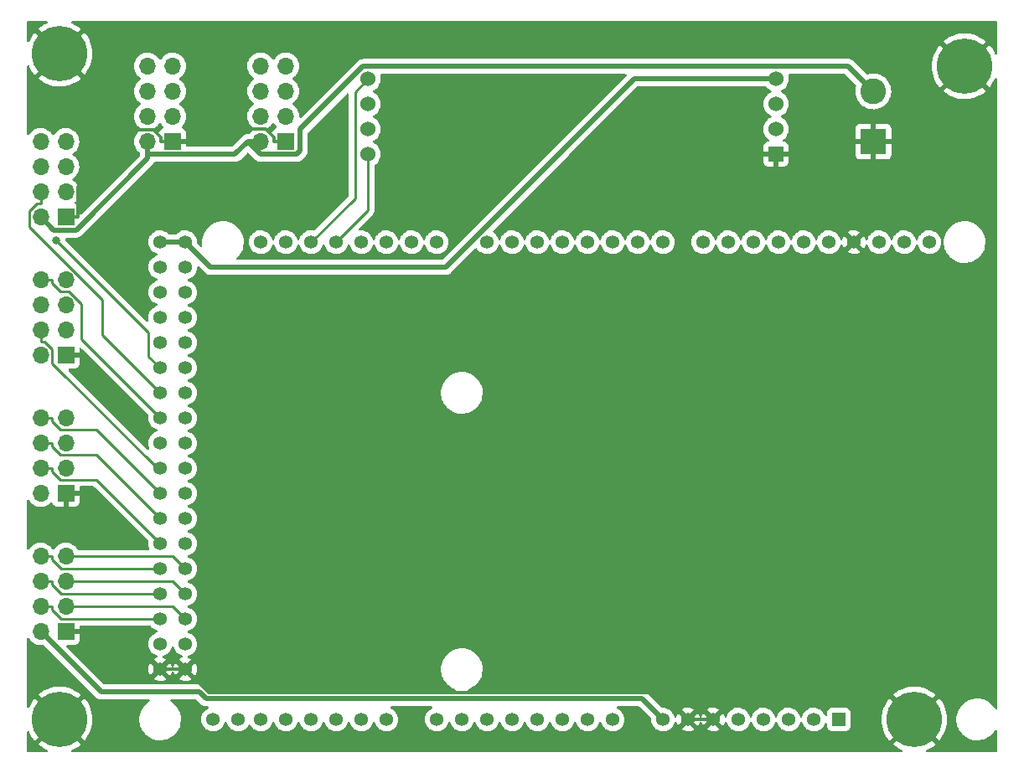
<source format=gtl>
G04 #@! TF.GenerationSoftware,KiCad,Pcbnew,6.0.9-8da3e8f707~116~ubuntu20.04.1*
G04 #@! TF.CreationDate,2023-03-15T01:20:07+01:00*
G04 #@! TF.ProjectId,six_to_six_control,7369785f-746f-45f7-9369-785f636f6e74,rev?*
G04 #@! TF.SameCoordinates,Original*
G04 #@! TF.FileFunction,Copper,L1,Top*
G04 #@! TF.FilePolarity,Positive*
%FSLAX46Y46*%
G04 Gerber Fmt 4.6, Leading zero omitted, Abs format (unit mm)*
G04 Created by KiCad (PCBNEW 6.0.9-8da3e8f707~116~ubuntu20.04.1) date 2023-03-15 01:20:07*
%MOMM*%
%LPD*%
G01*
G04 APERTURE LIST*
G04 #@! TA.AperFunction,ComponentPad*
%ADD10C,1.358000*%
G04 #@! TD*
G04 #@! TA.AperFunction,ComponentPad*
%ADD11R,1.358000X1.358000*%
G04 #@! TD*
G04 #@! TA.AperFunction,ComponentPad*
%ADD12R,1.530000X1.530000*%
G04 #@! TD*
G04 #@! TA.AperFunction,ComponentPad*
%ADD13C,1.530000*%
G04 #@! TD*
G04 #@! TA.AperFunction,ComponentPad*
%ADD14R,1.700000X1.700000*%
G04 #@! TD*
G04 #@! TA.AperFunction,ComponentPad*
%ADD15O,1.700000X1.700000*%
G04 #@! TD*
G04 #@! TA.AperFunction,ComponentPad*
%ADD16C,5.600000*%
G04 #@! TD*
G04 #@! TA.AperFunction,ComponentPad*
%ADD17R,2.600000X2.600000*%
G04 #@! TD*
G04 #@! TA.AperFunction,ComponentPad*
%ADD18C,2.600000*%
G04 #@! TD*
G04 #@! TA.AperFunction,ViaPad*
%ADD19C,0.800000*%
G04 #@! TD*
G04 #@! TA.AperFunction,Conductor*
%ADD20C,0.250000*%
G04 #@! TD*
G04 #@! TA.AperFunction,Conductor*
%ADD21C,0.500000*%
G04 #@! TD*
G04 #@! TA.AperFunction,Conductor*
%ADD22C,0.350000*%
G04 #@! TD*
G04 APERTURE END LIST*
D10*
X97790000Y-81280000D03*
X100330000Y-81280000D03*
X102870000Y-81280000D03*
X105410000Y-81280000D03*
X125730000Y-129540000D03*
X107950000Y-81280000D03*
X110490000Y-81280000D03*
X123190000Y-129540000D03*
X67310000Y-81280000D03*
X64770000Y-81280000D03*
X113030000Y-81280000D03*
X115570000Y-81280000D03*
X119634000Y-81280000D03*
X122174000Y-81280000D03*
X124714000Y-81280000D03*
X127254000Y-81280000D03*
X129794000Y-81280000D03*
X132334000Y-81280000D03*
X92710000Y-81280000D03*
X90170000Y-81280000D03*
X87630000Y-81280000D03*
X85090000Y-81280000D03*
X82550000Y-81280000D03*
X80010000Y-81280000D03*
X77470000Y-81280000D03*
X74930000Y-81280000D03*
X67310000Y-83820000D03*
X64770000Y-83820000D03*
X67310000Y-86360000D03*
X64770000Y-86360000D03*
X67310000Y-88900000D03*
X64770000Y-88900000D03*
X67310000Y-91440000D03*
X64770000Y-91440000D03*
X67310000Y-93980000D03*
X64770000Y-93980000D03*
X67310000Y-96520000D03*
X64770000Y-96520000D03*
X67310000Y-99060000D03*
X64770000Y-99060000D03*
X67310000Y-101600000D03*
X64770000Y-101600000D03*
X67310000Y-104140000D03*
X64770000Y-104140000D03*
X67310000Y-106680000D03*
X64770000Y-106680000D03*
X67310000Y-109220000D03*
X64770000Y-109220000D03*
X67310000Y-111760000D03*
X64770000Y-111760000D03*
X67310000Y-114300000D03*
X64770000Y-114300000D03*
X67310000Y-116840000D03*
X64770000Y-116840000D03*
X67310000Y-119380000D03*
X64770000Y-119380000D03*
X67310000Y-121920000D03*
X64770000Y-121920000D03*
X110490000Y-129540000D03*
X107950000Y-129540000D03*
X105410000Y-129540000D03*
X102870000Y-129540000D03*
X100330000Y-129540000D03*
X97790000Y-129540000D03*
X95250000Y-129540000D03*
X92710000Y-129540000D03*
X87630000Y-129540000D03*
X85090000Y-129540000D03*
X82550000Y-129540000D03*
X80010000Y-129540000D03*
X77470000Y-129540000D03*
X74930000Y-129540000D03*
X72644000Y-129540000D03*
X70104000Y-129540000D03*
X137414000Y-81280000D03*
X120650000Y-129540000D03*
X118110000Y-129540000D03*
X134874000Y-81280000D03*
X67310000Y-124460000D03*
X64770000Y-124460000D03*
X130810000Y-129540000D03*
D11*
X133350000Y-129540000D03*
D10*
X128270000Y-129540000D03*
X142494000Y-81280000D03*
X139954000Y-81280000D03*
X115570000Y-129540000D03*
D12*
X127001500Y-72390000D03*
D13*
X127001500Y-69850000D03*
X127001500Y-67310000D03*
X127001500Y-64770000D03*
X85781500Y-64770000D03*
X85781500Y-67310000D03*
X85781500Y-69850000D03*
X85781500Y-72390000D03*
D14*
X55245000Y-92710000D03*
D15*
X52705000Y-92710000D03*
X55245000Y-90170000D03*
X52705000Y-90170000D03*
X55245000Y-87630000D03*
X52705000Y-87630000D03*
X55245000Y-85090000D03*
X52705000Y-85090000D03*
D14*
X55245000Y-120650000D03*
D15*
X52705000Y-120650000D03*
X55245000Y-118110000D03*
X52705000Y-118110000D03*
X55245000Y-115570000D03*
X52705000Y-115570000D03*
X55245000Y-113030000D03*
X52705000Y-113030000D03*
D14*
X66040000Y-71120000D03*
D15*
X63500000Y-71120000D03*
X66040000Y-68580000D03*
X63500000Y-68580000D03*
X66040000Y-66040000D03*
X63500000Y-66040000D03*
X66040000Y-63500000D03*
X63500000Y-63500000D03*
D16*
X140970000Y-129540000D03*
X54610000Y-129540000D03*
X146050000Y-63500000D03*
D15*
X74935000Y-63490000D03*
X77475000Y-63490000D03*
X74935000Y-66030000D03*
X77475000Y-66030000D03*
X74935000Y-68570000D03*
X77475000Y-68570000D03*
X74935000Y-71110000D03*
D14*
X77475000Y-71110000D03*
D17*
X136830000Y-71125000D03*
D18*
X136830000Y-66045000D03*
D16*
X54610000Y-62230000D03*
D14*
X55245000Y-106680000D03*
D15*
X52705000Y-106680000D03*
X55245000Y-104140000D03*
X52705000Y-104140000D03*
X55245000Y-101600000D03*
X52705000Y-101600000D03*
X55245000Y-99060000D03*
X52705000Y-99060000D03*
D14*
X55245000Y-78740000D03*
D15*
X52705000Y-78740000D03*
X55245000Y-76200000D03*
X52705000Y-76200000D03*
X55245000Y-73660000D03*
X52705000Y-73660000D03*
X55245000Y-71120000D03*
X52705000Y-71120000D03*
D19*
X71120000Y-76200000D03*
X99695000Y-67945000D03*
X54303000Y-81103300D03*
D20*
X80010000Y-81280000D02*
X84455000Y-76835000D01*
X84455000Y-76835000D02*
X84455000Y-66096500D01*
X84455000Y-66096500D02*
X85781500Y-64770000D01*
D21*
X127001500Y-64770000D02*
X112685300Y-64770000D01*
X112685300Y-64770000D02*
X93635300Y-83820000D01*
X93635300Y-83820000D02*
X69850000Y-83820000D01*
X69850000Y-83820000D02*
X67310000Y-81280000D01*
X115570000Y-129540000D02*
X113481200Y-127451200D01*
X69417316Y-127451200D02*
X68712116Y-126746000D01*
X113481200Y-127451200D02*
X69417316Y-127451200D01*
X58801000Y-126746000D02*
X52705000Y-120650000D01*
X68712116Y-126746000D02*
X58801000Y-126746000D01*
D22*
X67310000Y-124460000D02*
X64770000Y-124460000D01*
X66040000Y-71120000D02*
X64814700Y-71120000D01*
X68527100Y-69858200D02*
X67265300Y-71120000D01*
X75457400Y-69858200D02*
X68527100Y-69858200D01*
X76249700Y-70650500D02*
X75457400Y-69858200D01*
X76249700Y-71110000D02*
X76249700Y-70650500D01*
X77475000Y-71110000D02*
X76249700Y-71110000D01*
X66040000Y-71120000D02*
X67265300Y-71120000D01*
X136830000Y-71125000D02*
X135154700Y-71125000D01*
X54610000Y-62230000D02*
X62274700Y-69894700D01*
X64814700Y-70660400D02*
X64814700Y-71120000D01*
X64049000Y-69894700D02*
X64814700Y-70660400D01*
X62274700Y-69894700D02*
X64049000Y-69894700D01*
X55245000Y-78740000D02*
X56470300Y-78740000D01*
X56470300Y-75699100D02*
X56470300Y-78740000D01*
X62274700Y-69894700D02*
X56470300Y-75699100D01*
X133889700Y-80295700D02*
X134874000Y-81280000D01*
X133889700Y-72390000D02*
X133889700Y-80295700D01*
X127001500Y-72390000D02*
X133889700Y-72390000D01*
X133889700Y-72390000D02*
X135154700Y-71125000D01*
X120650000Y-129540000D02*
X118110000Y-129540000D01*
X69676200Y-126826200D02*
X67310000Y-124460000D01*
X115396200Y-126826200D02*
X69676200Y-126826200D01*
X118110000Y-129540000D02*
X115396200Y-126826200D01*
D21*
X63500000Y-72838200D02*
X63500000Y-72420300D01*
X56264000Y-80074200D02*
X63500000Y-72838200D01*
X54039200Y-80074200D02*
X56264000Y-80074200D01*
X52705000Y-78740000D02*
X54039200Y-80074200D01*
X63500000Y-71120000D02*
X63500000Y-72420300D01*
X72324400Y-72420300D02*
X63500000Y-72420300D01*
X73634700Y-71110000D02*
X72324400Y-72420300D01*
X74935000Y-71110000D02*
X73634700Y-71110000D01*
X74944600Y-72419900D02*
X73634700Y-71110000D01*
X78561200Y-72419900D02*
X74944600Y-72419900D01*
X78939200Y-72041900D02*
X78561200Y-72419900D01*
X78939200Y-69867900D02*
X78939200Y-72041900D01*
X85276800Y-63530300D02*
X78939200Y-69867900D01*
X134315300Y-63530300D02*
X85276800Y-63530300D01*
X136830000Y-66045000D02*
X134315300Y-63530300D01*
D20*
X53880300Y-118477300D02*
X53880300Y-118110000D01*
X54783000Y-119380000D02*
X53880300Y-118477300D01*
X64770000Y-119380000D02*
X54783000Y-119380000D01*
X52705000Y-118110000D02*
X53880300Y-118110000D01*
X66040000Y-118110000D02*
X55245000Y-118110000D01*
X67310000Y-119380000D02*
X66040000Y-118110000D01*
X53880300Y-115937300D02*
X53880300Y-115570000D01*
X54783000Y-116840000D02*
X53880300Y-115937300D01*
X64770000Y-116840000D02*
X54783000Y-116840000D01*
X52705000Y-115570000D02*
X53880300Y-115570000D01*
X66040000Y-115570000D02*
X55245000Y-115570000D01*
X67310000Y-116840000D02*
X66040000Y-115570000D01*
X53880300Y-113397300D02*
X53880300Y-113030000D01*
X54783000Y-114300000D02*
X53880300Y-113397300D01*
X64770000Y-114300000D02*
X54783000Y-114300000D01*
X52705000Y-113030000D02*
X53880300Y-113030000D01*
X66040000Y-113030000D02*
X55245000Y-113030000D01*
X67310000Y-114300000D02*
X66040000Y-113030000D01*
X52705000Y-104140000D02*
X53880300Y-104140000D01*
X58325300Y-105315300D02*
X64770000Y-111760000D01*
X54688200Y-105315300D02*
X58325300Y-105315300D01*
X53880300Y-104507400D02*
X54688200Y-105315300D01*
X53880300Y-104140000D02*
X53880300Y-104507400D01*
X52705000Y-101600000D02*
X53880300Y-101600000D01*
X58325300Y-102775300D02*
X64770000Y-109220000D01*
X54688200Y-102775300D02*
X58325300Y-102775300D01*
X53880300Y-101967400D02*
X54688200Y-102775300D01*
X53880300Y-101600000D02*
X53880300Y-101967400D01*
X52705000Y-99060000D02*
X53880300Y-99060000D01*
X58325300Y-100235300D02*
X64770000Y-106680000D01*
X54688200Y-100235300D02*
X58325300Y-100235300D01*
X53880300Y-99427400D02*
X54688200Y-100235300D01*
X53880300Y-99060000D02*
X53880300Y-99427400D01*
X53072400Y-91345300D02*
X52705000Y-91345300D01*
X53880300Y-92153200D02*
X53072400Y-91345300D01*
X53880300Y-93523800D02*
X53880300Y-92153200D01*
X64496500Y-104140000D02*
X53880300Y-93523800D01*
X64770000Y-104140000D02*
X64496500Y-104140000D01*
X52705000Y-90170000D02*
X52705000Y-91345300D01*
X53880300Y-85457400D02*
X53880300Y-85090000D01*
X54688200Y-86265300D02*
X53880300Y-85457400D01*
X55543000Y-86265300D02*
X54688200Y-86265300D01*
X56814700Y-87537000D02*
X55543000Y-86265300D01*
X56814700Y-91104700D02*
X56814700Y-87537000D01*
X64770000Y-99060000D02*
X56814700Y-91104700D01*
X52705000Y-85090000D02*
X53880300Y-85090000D01*
X52705000Y-76200000D02*
X52705000Y-77375300D01*
X52337600Y-77375300D02*
X52705000Y-77375300D01*
X51529700Y-78183200D02*
X52337600Y-77375300D01*
X51529700Y-79711300D02*
X51529700Y-78183200D01*
X58951200Y-87132800D02*
X51529700Y-79711300D01*
X58951200Y-90701200D02*
X58951200Y-87132800D01*
X64770000Y-96520000D02*
X58951200Y-90701200D01*
X63622400Y-90422700D02*
X54303000Y-81103300D01*
X63622400Y-92832400D02*
X63622400Y-90422700D01*
X64770000Y-93980000D02*
X63622400Y-92832400D01*
X85781500Y-78048500D02*
X85781500Y-72390000D01*
X82550000Y-81280000D02*
X85781500Y-78048500D01*
D21*
X64770000Y-81280000D02*
X67310000Y-81280000D01*
G04 #@! TA.AperFunction,Conductor*
G36*
X53364203Y-58948502D02*
G01*
X53410696Y-59002158D01*
X53420800Y-59072432D01*
X53391306Y-59137012D01*
X53348733Y-59168972D01*
X53068034Y-59298079D01*
X53061991Y-59301265D01*
X52760401Y-59481763D01*
X52754755Y-59485571D01*
X52474408Y-59697596D01*
X52469211Y-59701987D01*
X52467972Y-59703155D01*
X52459950Y-59716862D01*
X52459986Y-59717704D01*
X52465037Y-59725826D01*
X54597190Y-61857980D01*
X54611131Y-61865592D01*
X54612966Y-61865461D01*
X54619580Y-61861210D01*
X56752798Y-59727991D01*
X56760412Y-59714047D01*
X56760344Y-59713089D01*
X56755836Y-59706272D01*
X56754418Y-59705065D01*
X56474813Y-59492064D01*
X56469187Y-59488240D01*
X56168214Y-59306681D01*
X56162202Y-59303484D01*
X55872024Y-59168788D01*
X55818658Y-59121964D01*
X55799077Y-59053720D01*
X55819501Y-58985725D01*
X55873443Y-58939565D01*
X55925075Y-58928500D01*
X149225500Y-58928500D01*
X149293621Y-58948502D01*
X149340114Y-59002158D01*
X149351500Y-59054500D01*
X149351500Y-62192210D01*
X149331498Y-62260331D01*
X149277842Y-62306824D01*
X149207568Y-62316928D01*
X149142988Y-62287434D01*
X149108429Y-62238798D01*
X149058598Y-62113578D01*
X149055742Y-62107398D01*
X148891269Y-61796763D01*
X148887769Y-61790937D01*
X148690697Y-61499862D01*
X148686590Y-61494453D01*
X148573565Y-61361179D01*
X148560740Y-61352743D01*
X148550416Y-61358795D01*
X146422020Y-63487190D01*
X146414408Y-63501131D01*
X146414539Y-63502966D01*
X146418790Y-63509580D01*
X148549009Y-65639798D01*
X148562605Y-65647223D01*
X148572218Y-65640522D01*
X148672518Y-65523912D01*
X148676676Y-65518514D01*
X148875762Y-65228840D01*
X148879310Y-65223029D01*
X149045942Y-64913559D01*
X149048849Y-64907381D01*
X149108757Y-64759847D01*
X149152919Y-64704256D01*
X149220124Y-64681366D01*
X149289036Y-64698443D01*
X149337776Y-64750066D01*
X149351500Y-64807251D01*
X149351500Y-128372636D01*
X149331498Y-128440757D01*
X149277842Y-128487250D01*
X149207568Y-128497354D01*
X149142988Y-128467860D01*
X149117384Y-128437342D01*
X149057643Y-128337521D01*
X149057640Y-128337517D01*
X149055439Y-128333839D01*
X148875687Y-128109472D01*
X148667149Y-127911577D01*
X148433683Y-127743814D01*
X148411843Y-127732250D01*
X148375508Y-127713012D01*
X148179608Y-127609288D01*
X147964758Y-127530664D01*
X147913658Y-127511964D01*
X147913656Y-127511963D01*
X147909627Y-127510489D01*
X147628736Y-127449245D01*
X147597685Y-127446801D01*
X147405718Y-127431693D01*
X147405709Y-127431693D01*
X147403261Y-127431500D01*
X147247729Y-127431500D01*
X147245593Y-127431646D01*
X147245582Y-127431646D01*
X147037452Y-127445835D01*
X147037446Y-127445836D01*
X147033175Y-127446127D01*
X147028980Y-127446996D01*
X147028978Y-127446996D01*
X146892416Y-127475277D01*
X146751658Y-127504426D01*
X146480657Y-127600393D01*
X146225188Y-127732250D01*
X146221687Y-127734711D01*
X146221683Y-127734713D01*
X146211594Y-127741804D01*
X145989977Y-127897559D01*
X145779378Y-128093260D01*
X145597287Y-128315732D01*
X145447073Y-128560858D01*
X145331517Y-128824102D01*
X145252756Y-129100594D01*
X145212249Y-129385216D01*
X145212227Y-129389505D01*
X145212226Y-129389512D01*
X145210765Y-129668417D01*
X145210743Y-129672703D01*
X145211302Y-129676947D01*
X145211302Y-129676951D01*
X145223291Y-129768016D01*
X145248268Y-129957734D01*
X145324129Y-130235036D01*
X145325813Y-130238984D01*
X145421274Y-130462787D01*
X145436923Y-130499476D01*
X145482172Y-130575081D01*
X145574663Y-130729622D01*
X145584561Y-130746161D01*
X145764313Y-130970528D01*
X145972851Y-131168423D01*
X146206317Y-131336186D01*
X146210112Y-131338195D01*
X146210113Y-131338196D01*
X146231869Y-131349715D01*
X146460392Y-131470712D01*
X146484699Y-131479607D01*
X146624853Y-131530896D01*
X146730373Y-131569511D01*
X147011264Y-131630755D01*
X147039841Y-131633004D01*
X147234282Y-131648307D01*
X147234291Y-131648307D01*
X147236739Y-131648500D01*
X147392271Y-131648500D01*
X147394407Y-131648354D01*
X147394418Y-131648354D01*
X147602548Y-131634165D01*
X147602554Y-131634164D01*
X147606825Y-131633873D01*
X147611020Y-131633004D01*
X147611022Y-131633004D01*
X147747584Y-131604723D01*
X147888342Y-131575574D01*
X148159343Y-131479607D01*
X148414812Y-131347750D01*
X148418313Y-131345289D01*
X148418317Y-131345287D01*
X148577644Y-131233310D01*
X148650023Y-131182441D01*
X148860622Y-130986740D01*
X149042713Y-130764268D01*
X149118067Y-130641302D01*
X149170715Y-130593671D01*
X149240757Y-130582064D01*
X149305954Y-130610167D01*
X149345608Y-130669058D01*
X149351500Y-130707137D01*
X149351500Y-132715500D01*
X149331498Y-132783621D01*
X149277842Y-132830114D01*
X149225500Y-132841500D01*
X142282848Y-132841500D01*
X142214727Y-132821498D01*
X142168234Y-132767842D01*
X142158130Y-132697568D01*
X142187624Y-132632988D01*
X142230597Y-132600845D01*
X142501718Y-132477288D01*
X142507777Y-132474121D01*
X142809995Y-132294676D01*
X142815659Y-132290884D01*
X143096732Y-132079849D01*
X143101958Y-132075464D01*
X143111613Y-132066428D01*
X143119682Y-132052750D01*
X143119654Y-132052024D01*
X143114512Y-132043723D01*
X140982810Y-129912020D01*
X140968869Y-129904408D01*
X140967034Y-129904539D01*
X140960420Y-129908790D01*
X138826774Y-132042437D01*
X138819160Y-132056381D01*
X138819237Y-132057470D01*
X138821698Y-132061206D01*
X139095632Y-132271404D01*
X139101262Y-132275259D01*
X139401591Y-132457862D01*
X139407593Y-132461080D01*
X139707140Y-132601398D01*
X139760343Y-132648408D01*
X139779685Y-132716719D01*
X139759025Y-132784643D01*
X139704922Y-132830615D01*
X139653691Y-132841500D01*
X55922848Y-132841500D01*
X55854727Y-132821498D01*
X55808234Y-132767842D01*
X55798130Y-132697568D01*
X55827624Y-132632988D01*
X55870597Y-132600845D01*
X56141718Y-132477288D01*
X56147777Y-132474121D01*
X56449995Y-132294676D01*
X56455659Y-132290884D01*
X56736732Y-132079849D01*
X56741958Y-132075464D01*
X56751613Y-132066428D01*
X56759682Y-132052750D01*
X56759654Y-132052024D01*
X56754512Y-132043723D01*
X54622810Y-129912020D01*
X54608869Y-129904408D01*
X54607034Y-129904539D01*
X54600420Y-129908790D01*
X52466774Y-132042437D01*
X52459160Y-132056381D01*
X52459237Y-132057470D01*
X52461698Y-132061206D01*
X52735632Y-132271404D01*
X52741262Y-132275259D01*
X53041591Y-132457862D01*
X53047593Y-132461080D01*
X53347140Y-132601398D01*
X53400343Y-132648408D01*
X53419685Y-132716719D01*
X53399025Y-132784643D01*
X53344922Y-132830615D01*
X53293691Y-132841500D01*
X51434500Y-132841500D01*
X51366379Y-132821498D01*
X51319886Y-132767842D01*
X51308500Y-132715500D01*
X51308500Y-130848237D01*
X51328502Y-130780116D01*
X51382158Y-130733623D01*
X51452432Y-130723519D01*
X51517012Y-130753013D01*
X51551733Y-130802058D01*
X51596581Y-130915912D01*
X51599412Y-130922095D01*
X51762803Y-131233310D01*
X51766286Y-131239152D01*
X51962330Y-131530896D01*
X51966433Y-131536340D01*
X52086425Y-131678836D01*
X52099164Y-131687279D01*
X52109608Y-131681181D01*
X54237980Y-129552810D01*
X54244357Y-129541131D01*
X54974408Y-129541131D01*
X54974539Y-129542966D01*
X54978790Y-129549580D01*
X57109009Y-131679798D01*
X57122605Y-131687223D01*
X57132218Y-131680522D01*
X57232518Y-131563912D01*
X57236676Y-131558514D01*
X57435762Y-131268840D01*
X57439310Y-131263029D01*
X57605942Y-130953559D01*
X57608849Y-130947381D01*
X57741090Y-130621713D01*
X57743304Y-130615283D01*
X57839598Y-130277237D01*
X57841105Y-130270607D01*
X57900332Y-129924118D01*
X57901112Y-129917378D01*
X57922668Y-129564925D01*
X57922784Y-129561323D01*
X57922853Y-129541819D01*
X57922761Y-129538194D01*
X57903666Y-129185615D01*
X57902931Y-129178849D01*
X57846130Y-128831985D01*
X57844663Y-128825313D01*
X57750736Y-128486627D01*
X57748562Y-128480163D01*
X57618598Y-128153578D01*
X57615742Y-128147398D01*
X57451269Y-127836763D01*
X57447769Y-127830937D01*
X57250697Y-127539862D01*
X57246590Y-127534453D01*
X57133565Y-127401179D01*
X57120740Y-127392743D01*
X57110416Y-127398795D01*
X54982020Y-129527190D01*
X54974408Y-129541131D01*
X54244357Y-129541131D01*
X54245592Y-129538869D01*
X54245461Y-129537034D01*
X54241210Y-129530420D01*
X52110992Y-127400203D01*
X52097455Y-127392811D01*
X52087753Y-127399599D01*
X51980430Y-127525257D01*
X51976296Y-127530664D01*
X51778215Y-127821041D01*
X51774697Y-127826851D01*
X51609134Y-128136922D01*
X51606259Y-128143087D01*
X51551407Y-128279535D01*
X51507440Y-128335279D01*
X51440315Y-128358404D01*
X51371344Y-128341567D01*
X51322424Y-128290114D01*
X51308500Y-128232538D01*
X51308500Y-127026862D01*
X52459950Y-127026862D01*
X52459986Y-127027704D01*
X52465037Y-127035826D01*
X54597190Y-129167980D01*
X54611131Y-129175592D01*
X54612966Y-129175461D01*
X54619580Y-129171210D01*
X56752798Y-127037991D01*
X56760412Y-127024047D01*
X56760344Y-127023089D01*
X56755836Y-127016272D01*
X56754418Y-127015065D01*
X56474813Y-126802064D01*
X56469187Y-126798240D01*
X56168214Y-126616681D01*
X56162202Y-126613484D01*
X55843370Y-126465487D01*
X55837070Y-126462967D01*
X55504129Y-126350273D01*
X55497551Y-126348437D01*
X55154417Y-126272367D01*
X55147678Y-126271251D01*
X54798310Y-126232680D01*
X54791529Y-126232301D01*
X54440015Y-126231687D01*
X54433242Y-126232042D01*
X54083720Y-126269395D01*
X54077010Y-126270482D01*
X53733586Y-126345361D01*
X53727011Y-126347172D01*
X53393683Y-126458702D01*
X53387361Y-126461205D01*
X53068034Y-126608079D01*
X53061991Y-126611265D01*
X52760401Y-126791763D01*
X52754755Y-126795571D01*
X52474408Y-127007596D01*
X52469211Y-127011987D01*
X52467972Y-127013155D01*
X52459950Y-127026862D01*
X51308500Y-127026862D01*
X51308500Y-121418028D01*
X51328502Y-121349907D01*
X51382158Y-121303414D01*
X51452432Y-121293310D01*
X51517012Y-121322804D01*
X51541933Y-121352193D01*
X51604987Y-121455088D01*
X51751250Y-121623938D01*
X51923126Y-121766632D01*
X52116000Y-121879338D01*
X52324692Y-121959030D01*
X52329760Y-121960061D01*
X52329763Y-121960062D01*
X52421402Y-121978706D01*
X52543597Y-122003567D01*
X52548772Y-122003757D01*
X52548774Y-122003757D01*
X52761673Y-122011564D01*
X52761677Y-122011564D01*
X52766837Y-122011753D01*
X52906908Y-121993809D01*
X52977017Y-122004993D01*
X53012012Y-122029693D01*
X58217230Y-127234911D01*
X58229616Y-127249323D01*
X58238149Y-127260918D01*
X58238154Y-127260923D01*
X58242492Y-127266818D01*
X58248070Y-127271557D01*
X58248073Y-127271560D01*
X58282768Y-127301035D01*
X58290284Y-127307965D01*
X58295979Y-127313660D01*
X58298861Y-127315940D01*
X58318251Y-127331281D01*
X58321655Y-127334072D01*
X58371703Y-127376591D01*
X58377285Y-127381333D01*
X58383801Y-127384661D01*
X58388850Y-127388028D01*
X58393979Y-127391195D01*
X58399716Y-127395734D01*
X58465875Y-127426655D01*
X58469769Y-127428558D01*
X58534808Y-127461769D01*
X58541917Y-127463508D01*
X58547551Y-127465604D01*
X58553321Y-127467523D01*
X58559950Y-127470622D01*
X58567113Y-127472112D01*
X58567116Y-127472113D01*
X58617830Y-127482661D01*
X58631435Y-127485491D01*
X58635701Y-127486457D01*
X58706610Y-127503808D01*
X58712212Y-127504156D01*
X58712215Y-127504156D01*
X58717764Y-127504500D01*
X58717762Y-127504535D01*
X58721734Y-127504775D01*
X58725955Y-127505152D01*
X58733115Y-127506641D01*
X58810542Y-127504546D01*
X58813950Y-127504500D01*
X63600835Y-127504500D01*
X63668956Y-127524502D01*
X63715449Y-127578158D01*
X63725553Y-127648432D01*
X63696059Y-127713012D01*
X63673287Y-127733586D01*
X63439977Y-127897559D01*
X63229378Y-128093260D01*
X63047287Y-128315732D01*
X62897073Y-128560858D01*
X62781517Y-128824102D01*
X62702756Y-129100594D01*
X62662249Y-129385216D01*
X62662227Y-129389505D01*
X62662226Y-129389512D01*
X62660765Y-129668417D01*
X62660743Y-129672703D01*
X62661302Y-129676947D01*
X62661302Y-129676951D01*
X62673291Y-129768016D01*
X62698268Y-129957734D01*
X62774129Y-130235036D01*
X62775813Y-130238984D01*
X62871274Y-130462787D01*
X62886923Y-130499476D01*
X62932172Y-130575081D01*
X63024663Y-130729622D01*
X63034561Y-130746161D01*
X63214313Y-130970528D01*
X63422851Y-131168423D01*
X63656317Y-131336186D01*
X63660112Y-131338195D01*
X63660113Y-131338196D01*
X63681869Y-131349715D01*
X63910392Y-131470712D01*
X63934699Y-131479607D01*
X64074853Y-131530896D01*
X64180373Y-131569511D01*
X64461264Y-131630755D01*
X64489841Y-131633004D01*
X64684282Y-131648307D01*
X64684291Y-131648307D01*
X64686739Y-131648500D01*
X64842271Y-131648500D01*
X64844407Y-131648354D01*
X64844418Y-131648354D01*
X65052548Y-131634165D01*
X65052554Y-131634164D01*
X65056825Y-131633873D01*
X65061020Y-131633004D01*
X65061022Y-131633004D01*
X65197584Y-131604723D01*
X65338342Y-131575574D01*
X65609343Y-131479607D01*
X65864812Y-131347750D01*
X65868313Y-131345289D01*
X65868317Y-131345287D01*
X66027644Y-131233310D01*
X66100023Y-131182441D01*
X66310622Y-130986740D01*
X66492713Y-130764268D01*
X66642927Y-130519142D01*
X66758483Y-130255898D01*
X66762050Y-130243378D01*
X66822859Y-130029906D01*
X66837244Y-129979406D01*
X66877751Y-129694784D01*
X66877845Y-129676951D01*
X66879235Y-129411583D01*
X66879235Y-129411576D01*
X66879257Y-129407297D01*
X66841732Y-129122266D01*
X66829814Y-129078699D01*
X66786961Y-128922056D01*
X66765871Y-128844964D01*
X66756607Y-128823246D01*
X66654763Y-128584476D01*
X66654761Y-128584472D01*
X66653077Y-128580524D01*
X66551251Y-128410385D01*
X66507643Y-128337521D01*
X66507640Y-128337517D01*
X66505439Y-128333839D01*
X66325687Y-128109472D01*
X66117149Y-127911577D01*
X65883683Y-127743814D01*
X65879887Y-127741804D01*
X65876245Y-127739546D01*
X65876760Y-127738715D01*
X65829139Y-127692304D01*
X65813156Y-127623130D01*
X65837108Y-127556296D01*
X65893391Y-127513021D01*
X65938940Y-127504500D01*
X68345745Y-127504500D01*
X68413866Y-127524502D01*
X68434840Y-127541405D01*
X68833546Y-127940111D01*
X68845932Y-127954523D01*
X68854465Y-127966118D01*
X68854470Y-127966123D01*
X68858808Y-127972018D01*
X68864386Y-127976757D01*
X68864389Y-127976760D01*
X68899084Y-128006235D01*
X68906600Y-128013165D01*
X68912295Y-128018860D01*
X68915177Y-128021140D01*
X68934567Y-128036481D01*
X68937971Y-128039272D01*
X68988019Y-128081791D01*
X68993601Y-128086533D01*
X69000117Y-128089861D01*
X69005166Y-128093228D01*
X69010295Y-128096395D01*
X69016032Y-128100934D01*
X69082191Y-128131855D01*
X69086085Y-128133758D01*
X69151124Y-128166969D01*
X69158232Y-128168708D01*
X69163875Y-128170807D01*
X69169638Y-128172724D01*
X69176266Y-128175822D01*
X69183428Y-128177312D01*
X69183429Y-128177312D01*
X69247728Y-128190686D01*
X69252012Y-128191656D01*
X69322926Y-128209008D01*
X69328528Y-128209356D01*
X69328531Y-128209356D01*
X69334080Y-128209700D01*
X69334078Y-128209736D01*
X69338071Y-128209975D01*
X69342263Y-128210349D01*
X69349431Y-128211840D01*
X69426836Y-128209746D01*
X69430244Y-128209700D01*
X69573197Y-128209700D01*
X69641318Y-128229702D01*
X69687811Y-128283358D01*
X69697915Y-128353632D01*
X69668421Y-128418212D01*
X69616810Y-128453912D01*
X69590578Y-128463589D01*
X69585617Y-128466541D01*
X69585616Y-128466541D01*
X69420471Y-128564792D01*
X69403015Y-128575177D01*
X69238928Y-128719077D01*
X69235357Y-128723607D01*
X69149919Y-128831985D01*
X69103812Y-128890471D01*
X69101121Y-128895587D01*
X69101119Y-128895589D01*
X69038077Y-129015413D01*
X69002193Y-129083617D01*
X68937474Y-129292047D01*
X68911822Y-129508782D01*
X68926096Y-129726562D01*
X68979818Y-129938094D01*
X69071189Y-130136293D01*
X69197150Y-130314523D01*
X69219931Y-130336715D01*
X69343712Y-130457297D01*
X69353481Y-130466814D01*
X69358277Y-130470019D01*
X69358280Y-130470021D01*
X69443416Y-130526907D01*
X69534947Y-130588066D01*
X69540250Y-130590344D01*
X69540253Y-130590346D01*
X69730163Y-130671938D01*
X69735470Y-130674218D01*
X69812834Y-130691723D01*
X69942699Y-130721109D01*
X69942704Y-130721110D01*
X69948336Y-130722384D01*
X69954107Y-130722611D01*
X69954109Y-130722611D01*
X70018235Y-130725131D01*
X70166415Y-130730953D01*
X70293552Y-130712519D01*
X70376682Y-130700466D01*
X70376686Y-130700465D01*
X70382404Y-130699636D01*
X70387876Y-130697778D01*
X70387878Y-130697778D01*
X70583605Y-130631337D01*
X70583607Y-130631336D01*
X70589069Y-130629482D01*
X70762792Y-130532193D01*
X70774452Y-130525663D01*
X70774453Y-130525662D01*
X70779489Y-130522842D01*
X70947286Y-130383286D01*
X71086842Y-130215489D01*
X71193482Y-130025069D01*
X71197439Y-130013414D01*
X71224964Y-129932326D01*
X71256062Y-129840717D01*
X71296898Y-129782642D01*
X71362651Y-129755864D01*
X71432443Y-129768885D01*
X71484117Y-129817572D01*
X71497497Y-129850205D01*
X71519818Y-129938094D01*
X71611189Y-130136293D01*
X71737150Y-130314523D01*
X71759931Y-130336715D01*
X71883712Y-130457297D01*
X71893481Y-130466814D01*
X71898277Y-130470019D01*
X71898280Y-130470021D01*
X71983416Y-130526907D01*
X72074947Y-130588066D01*
X72080250Y-130590344D01*
X72080253Y-130590346D01*
X72270163Y-130671938D01*
X72275470Y-130674218D01*
X72352834Y-130691723D01*
X72482699Y-130721109D01*
X72482704Y-130721110D01*
X72488336Y-130722384D01*
X72494107Y-130722611D01*
X72494109Y-130722611D01*
X72558235Y-130725131D01*
X72706415Y-130730953D01*
X72833552Y-130712519D01*
X72916682Y-130700466D01*
X72916686Y-130700465D01*
X72922404Y-130699636D01*
X72927876Y-130697778D01*
X72927878Y-130697778D01*
X73123605Y-130631337D01*
X73123607Y-130631336D01*
X73129069Y-130629482D01*
X73302792Y-130532193D01*
X73314452Y-130525663D01*
X73314453Y-130525662D01*
X73319489Y-130522842D01*
X73487286Y-130383286D01*
X73626842Y-130215489D01*
X73674504Y-130130382D01*
X73725241Y-130080720D01*
X73794773Y-130066372D01*
X73861024Y-130091894D01*
X73893557Y-130128946D01*
X73894771Y-130131048D01*
X73897189Y-130136293D01*
X74023150Y-130314523D01*
X74045931Y-130336715D01*
X74169712Y-130457297D01*
X74179481Y-130466814D01*
X74184277Y-130470019D01*
X74184280Y-130470021D01*
X74269416Y-130526907D01*
X74360947Y-130588066D01*
X74366250Y-130590344D01*
X74366253Y-130590346D01*
X74556163Y-130671938D01*
X74561470Y-130674218D01*
X74638834Y-130691723D01*
X74768699Y-130721109D01*
X74768704Y-130721110D01*
X74774336Y-130722384D01*
X74780107Y-130722611D01*
X74780109Y-130722611D01*
X74844235Y-130725131D01*
X74992415Y-130730953D01*
X75119552Y-130712519D01*
X75202682Y-130700466D01*
X75202686Y-130700465D01*
X75208404Y-130699636D01*
X75213876Y-130697778D01*
X75213878Y-130697778D01*
X75409605Y-130631337D01*
X75409607Y-130631336D01*
X75415069Y-130629482D01*
X75588792Y-130532193D01*
X75600452Y-130525663D01*
X75600453Y-130525662D01*
X75605489Y-130522842D01*
X75773286Y-130383286D01*
X75912842Y-130215489D01*
X76019482Y-130025069D01*
X76023439Y-130013414D01*
X76050964Y-129932326D01*
X76082062Y-129840717D01*
X76122898Y-129782642D01*
X76188651Y-129755864D01*
X76258443Y-129768885D01*
X76310117Y-129817572D01*
X76323497Y-129850205D01*
X76345818Y-129938094D01*
X76437189Y-130136293D01*
X76563150Y-130314523D01*
X76585931Y-130336715D01*
X76709712Y-130457297D01*
X76719481Y-130466814D01*
X76724277Y-130470019D01*
X76724280Y-130470021D01*
X76809416Y-130526907D01*
X76900947Y-130588066D01*
X76906250Y-130590344D01*
X76906253Y-130590346D01*
X77096163Y-130671938D01*
X77101470Y-130674218D01*
X77178834Y-130691723D01*
X77308699Y-130721109D01*
X77308704Y-130721110D01*
X77314336Y-130722384D01*
X77320107Y-130722611D01*
X77320109Y-130722611D01*
X77384235Y-130725131D01*
X77532415Y-130730953D01*
X77659552Y-130712519D01*
X77742682Y-130700466D01*
X77742686Y-130700465D01*
X77748404Y-130699636D01*
X77753876Y-130697778D01*
X77753878Y-130697778D01*
X77949605Y-130631337D01*
X77949607Y-130631336D01*
X77955069Y-130629482D01*
X78128792Y-130532193D01*
X78140452Y-130525663D01*
X78140453Y-130525662D01*
X78145489Y-130522842D01*
X78313286Y-130383286D01*
X78452842Y-130215489D01*
X78559482Y-130025069D01*
X78563439Y-130013414D01*
X78590964Y-129932326D01*
X78622062Y-129840717D01*
X78662898Y-129782642D01*
X78728651Y-129755864D01*
X78798443Y-129768885D01*
X78850117Y-129817572D01*
X78863497Y-129850205D01*
X78885818Y-129938094D01*
X78977189Y-130136293D01*
X79103150Y-130314523D01*
X79125931Y-130336715D01*
X79249712Y-130457297D01*
X79259481Y-130466814D01*
X79264277Y-130470019D01*
X79264280Y-130470021D01*
X79349416Y-130526907D01*
X79440947Y-130588066D01*
X79446250Y-130590344D01*
X79446253Y-130590346D01*
X79636163Y-130671938D01*
X79641470Y-130674218D01*
X79718834Y-130691723D01*
X79848699Y-130721109D01*
X79848704Y-130721110D01*
X79854336Y-130722384D01*
X79860107Y-130722611D01*
X79860109Y-130722611D01*
X79924235Y-130725131D01*
X80072415Y-130730953D01*
X80199552Y-130712519D01*
X80282682Y-130700466D01*
X80282686Y-130700465D01*
X80288404Y-130699636D01*
X80293876Y-130697778D01*
X80293878Y-130697778D01*
X80489605Y-130631337D01*
X80489607Y-130631336D01*
X80495069Y-130629482D01*
X80668792Y-130532193D01*
X80680452Y-130525663D01*
X80680453Y-130525662D01*
X80685489Y-130522842D01*
X80853286Y-130383286D01*
X80992842Y-130215489D01*
X81099482Y-130025069D01*
X81103439Y-130013414D01*
X81130964Y-129932326D01*
X81162062Y-129840717D01*
X81202898Y-129782642D01*
X81268651Y-129755864D01*
X81338443Y-129768885D01*
X81390117Y-129817572D01*
X81403497Y-129850205D01*
X81425818Y-129938094D01*
X81517189Y-130136293D01*
X81643150Y-130314523D01*
X81665931Y-130336715D01*
X81789712Y-130457297D01*
X81799481Y-130466814D01*
X81804277Y-130470019D01*
X81804280Y-130470021D01*
X81889416Y-130526907D01*
X81980947Y-130588066D01*
X81986250Y-130590344D01*
X81986253Y-130590346D01*
X82176163Y-130671938D01*
X82181470Y-130674218D01*
X82258834Y-130691723D01*
X82388699Y-130721109D01*
X82388704Y-130721110D01*
X82394336Y-130722384D01*
X82400107Y-130722611D01*
X82400109Y-130722611D01*
X82464235Y-130725131D01*
X82612415Y-130730953D01*
X82739552Y-130712519D01*
X82822682Y-130700466D01*
X82822686Y-130700465D01*
X82828404Y-130699636D01*
X82833876Y-130697778D01*
X82833878Y-130697778D01*
X83029605Y-130631337D01*
X83029607Y-130631336D01*
X83035069Y-130629482D01*
X83208792Y-130532193D01*
X83220452Y-130525663D01*
X83220453Y-130525662D01*
X83225489Y-130522842D01*
X83393286Y-130383286D01*
X83532842Y-130215489D01*
X83639482Y-130025069D01*
X83643439Y-130013414D01*
X83670964Y-129932326D01*
X83702062Y-129840717D01*
X83742898Y-129782642D01*
X83808651Y-129755864D01*
X83878443Y-129768885D01*
X83930117Y-129817572D01*
X83943497Y-129850205D01*
X83965818Y-129938094D01*
X84057189Y-130136293D01*
X84183150Y-130314523D01*
X84205931Y-130336715D01*
X84329712Y-130457297D01*
X84339481Y-130466814D01*
X84344277Y-130470019D01*
X84344280Y-130470021D01*
X84429416Y-130526907D01*
X84520947Y-130588066D01*
X84526250Y-130590344D01*
X84526253Y-130590346D01*
X84716163Y-130671938D01*
X84721470Y-130674218D01*
X84798834Y-130691723D01*
X84928699Y-130721109D01*
X84928704Y-130721110D01*
X84934336Y-130722384D01*
X84940107Y-130722611D01*
X84940109Y-130722611D01*
X85004235Y-130725131D01*
X85152415Y-130730953D01*
X85279552Y-130712519D01*
X85362682Y-130700466D01*
X85362686Y-130700465D01*
X85368404Y-130699636D01*
X85373876Y-130697778D01*
X85373878Y-130697778D01*
X85569605Y-130631337D01*
X85569607Y-130631336D01*
X85575069Y-130629482D01*
X85748792Y-130532193D01*
X85760452Y-130525663D01*
X85760453Y-130525662D01*
X85765489Y-130522842D01*
X85933286Y-130383286D01*
X86072842Y-130215489D01*
X86179482Y-130025069D01*
X86183439Y-130013414D01*
X86210964Y-129932326D01*
X86242062Y-129840717D01*
X86282898Y-129782642D01*
X86348651Y-129755864D01*
X86418443Y-129768885D01*
X86470117Y-129817572D01*
X86483497Y-129850205D01*
X86505818Y-129938094D01*
X86597189Y-130136293D01*
X86723150Y-130314523D01*
X86745931Y-130336715D01*
X86869712Y-130457297D01*
X86879481Y-130466814D01*
X86884277Y-130470019D01*
X86884280Y-130470021D01*
X86969416Y-130526907D01*
X87060947Y-130588066D01*
X87066250Y-130590344D01*
X87066253Y-130590346D01*
X87256163Y-130671938D01*
X87261470Y-130674218D01*
X87338834Y-130691723D01*
X87468699Y-130721109D01*
X87468704Y-130721110D01*
X87474336Y-130722384D01*
X87480107Y-130722611D01*
X87480109Y-130722611D01*
X87544235Y-130725131D01*
X87692415Y-130730953D01*
X87819552Y-130712519D01*
X87902682Y-130700466D01*
X87902686Y-130700465D01*
X87908404Y-130699636D01*
X87913876Y-130697778D01*
X87913878Y-130697778D01*
X88109605Y-130631337D01*
X88109607Y-130631336D01*
X88115069Y-130629482D01*
X88288792Y-130532193D01*
X88300452Y-130525663D01*
X88300453Y-130525662D01*
X88305489Y-130522842D01*
X88473286Y-130383286D01*
X88612842Y-130215489D01*
X88719482Y-130025069D01*
X88723439Y-130013414D01*
X88787778Y-129823878D01*
X88787778Y-129823876D01*
X88789636Y-129818404D01*
X88794822Y-129782642D01*
X88820420Y-129606089D01*
X88820953Y-129602415D01*
X88822587Y-129540000D01*
X88802617Y-129322668D01*
X88796295Y-129300250D01*
X88759901Y-129171210D01*
X88743376Y-129112615D01*
X88646848Y-128916875D01*
X88643200Y-128911989D01*
X88575015Y-128820679D01*
X88516265Y-128742004D01*
X88356001Y-128593857D01*
X88351118Y-128590776D01*
X88351114Y-128590773D01*
X88186052Y-128486627D01*
X88171423Y-128477397D01*
X88136813Y-128463589D01*
X88109595Y-128452730D01*
X88053735Y-128408909D01*
X88030435Y-128341845D01*
X88047091Y-128272830D01*
X88098415Y-128223775D01*
X88156285Y-128209700D01*
X92179197Y-128209700D01*
X92247318Y-128229702D01*
X92293811Y-128283358D01*
X92303915Y-128353632D01*
X92274421Y-128418212D01*
X92222810Y-128453912D01*
X92196578Y-128463589D01*
X92191617Y-128466541D01*
X92191616Y-128466541D01*
X92026471Y-128564792D01*
X92009015Y-128575177D01*
X91844928Y-128719077D01*
X91841357Y-128723607D01*
X91755919Y-128831985D01*
X91709812Y-128890471D01*
X91707121Y-128895587D01*
X91707119Y-128895589D01*
X91644077Y-129015413D01*
X91608193Y-129083617D01*
X91543474Y-129292047D01*
X91517822Y-129508782D01*
X91532096Y-129726562D01*
X91585818Y-129938094D01*
X91677189Y-130136293D01*
X91803150Y-130314523D01*
X91825931Y-130336715D01*
X91949712Y-130457297D01*
X91959481Y-130466814D01*
X91964277Y-130470019D01*
X91964280Y-130470021D01*
X92049416Y-130526907D01*
X92140947Y-130588066D01*
X92146250Y-130590344D01*
X92146253Y-130590346D01*
X92336163Y-130671938D01*
X92341470Y-130674218D01*
X92418834Y-130691723D01*
X92548699Y-130721109D01*
X92548704Y-130721110D01*
X92554336Y-130722384D01*
X92560107Y-130722611D01*
X92560109Y-130722611D01*
X92624235Y-130725131D01*
X92772415Y-130730953D01*
X92899552Y-130712519D01*
X92982682Y-130700466D01*
X92982686Y-130700465D01*
X92988404Y-130699636D01*
X92993876Y-130697778D01*
X92993878Y-130697778D01*
X93189605Y-130631337D01*
X93189607Y-130631336D01*
X93195069Y-130629482D01*
X93368792Y-130532193D01*
X93380452Y-130525663D01*
X93380453Y-130525662D01*
X93385489Y-130522842D01*
X93553286Y-130383286D01*
X93692842Y-130215489D01*
X93799482Y-130025069D01*
X93803439Y-130013414D01*
X93830964Y-129932326D01*
X93862062Y-129840717D01*
X93902898Y-129782642D01*
X93968651Y-129755864D01*
X94038443Y-129768885D01*
X94090117Y-129817572D01*
X94103497Y-129850205D01*
X94125818Y-129938094D01*
X94217189Y-130136293D01*
X94343150Y-130314523D01*
X94365931Y-130336715D01*
X94489712Y-130457297D01*
X94499481Y-130466814D01*
X94504277Y-130470019D01*
X94504280Y-130470021D01*
X94589416Y-130526907D01*
X94680947Y-130588066D01*
X94686250Y-130590344D01*
X94686253Y-130590346D01*
X94876163Y-130671938D01*
X94881470Y-130674218D01*
X94958834Y-130691723D01*
X95088699Y-130721109D01*
X95088704Y-130721110D01*
X95094336Y-130722384D01*
X95100107Y-130722611D01*
X95100109Y-130722611D01*
X95164235Y-130725131D01*
X95312415Y-130730953D01*
X95439552Y-130712519D01*
X95522682Y-130700466D01*
X95522686Y-130700465D01*
X95528404Y-130699636D01*
X95533876Y-130697778D01*
X95533878Y-130697778D01*
X95729605Y-130631337D01*
X95729607Y-130631336D01*
X95735069Y-130629482D01*
X95908792Y-130532193D01*
X95920452Y-130525663D01*
X95920453Y-130525662D01*
X95925489Y-130522842D01*
X96093286Y-130383286D01*
X96232842Y-130215489D01*
X96339482Y-130025069D01*
X96343439Y-130013414D01*
X96370964Y-129932326D01*
X96402062Y-129840717D01*
X96442898Y-129782642D01*
X96508651Y-129755864D01*
X96578443Y-129768885D01*
X96630117Y-129817572D01*
X96643497Y-129850205D01*
X96665818Y-129938094D01*
X96757189Y-130136293D01*
X96883150Y-130314523D01*
X96905931Y-130336715D01*
X97029712Y-130457297D01*
X97039481Y-130466814D01*
X97044277Y-130470019D01*
X97044280Y-130470021D01*
X97129416Y-130526907D01*
X97220947Y-130588066D01*
X97226250Y-130590344D01*
X97226253Y-130590346D01*
X97416163Y-130671938D01*
X97421470Y-130674218D01*
X97498834Y-130691723D01*
X97628699Y-130721109D01*
X97628704Y-130721110D01*
X97634336Y-130722384D01*
X97640107Y-130722611D01*
X97640109Y-130722611D01*
X97704235Y-130725131D01*
X97852415Y-130730953D01*
X97979552Y-130712519D01*
X98062682Y-130700466D01*
X98062686Y-130700465D01*
X98068404Y-130699636D01*
X98073876Y-130697778D01*
X98073878Y-130697778D01*
X98269605Y-130631337D01*
X98269607Y-130631336D01*
X98275069Y-130629482D01*
X98448792Y-130532193D01*
X98460452Y-130525663D01*
X98460453Y-130525662D01*
X98465489Y-130522842D01*
X98633286Y-130383286D01*
X98772842Y-130215489D01*
X98879482Y-130025069D01*
X98883439Y-130013414D01*
X98910964Y-129932326D01*
X98942062Y-129840717D01*
X98982898Y-129782642D01*
X99048651Y-129755864D01*
X99118443Y-129768885D01*
X99170117Y-129817572D01*
X99183497Y-129850205D01*
X99205818Y-129938094D01*
X99297189Y-130136293D01*
X99423150Y-130314523D01*
X99445931Y-130336715D01*
X99569712Y-130457297D01*
X99579481Y-130466814D01*
X99584277Y-130470019D01*
X99584280Y-130470021D01*
X99669416Y-130526907D01*
X99760947Y-130588066D01*
X99766250Y-130590344D01*
X99766253Y-130590346D01*
X99956163Y-130671938D01*
X99961470Y-130674218D01*
X100038834Y-130691723D01*
X100168699Y-130721109D01*
X100168704Y-130721110D01*
X100174336Y-130722384D01*
X100180107Y-130722611D01*
X100180109Y-130722611D01*
X100244235Y-130725131D01*
X100392415Y-130730953D01*
X100519552Y-130712519D01*
X100602682Y-130700466D01*
X100602686Y-130700465D01*
X100608404Y-130699636D01*
X100613876Y-130697778D01*
X100613878Y-130697778D01*
X100809605Y-130631337D01*
X100809607Y-130631336D01*
X100815069Y-130629482D01*
X100988792Y-130532193D01*
X101000452Y-130525663D01*
X101000453Y-130525662D01*
X101005489Y-130522842D01*
X101173286Y-130383286D01*
X101312842Y-130215489D01*
X101419482Y-130025069D01*
X101423439Y-130013414D01*
X101450964Y-129932326D01*
X101482062Y-129840717D01*
X101522898Y-129782642D01*
X101588651Y-129755864D01*
X101658443Y-129768885D01*
X101710117Y-129817572D01*
X101723497Y-129850205D01*
X101745818Y-129938094D01*
X101837189Y-130136293D01*
X101963150Y-130314523D01*
X101985931Y-130336715D01*
X102109712Y-130457297D01*
X102119481Y-130466814D01*
X102124277Y-130470019D01*
X102124280Y-130470021D01*
X102209416Y-130526907D01*
X102300947Y-130588066D01*
X102306250Y-130590344D01*
X102306253Y-130590346D01*
X102496163Y-130671938D01*
X102501470Y-130674218D01*
X102578834Y-130691723D01*
X102708699Y-130721109D01*
X102708704Y-130721110D01*
X102714336Y-130722384D01*
X102720107Y-130722611D01*
X102720109Y-130722611D01*
X102784235Y-130725131D01*
X102932415Y-130730953D01*
X103059552Y-130712519D01*
X103142682Y-130700466D01*
X103142686Y-130700465D01*
X103148404Y-130699636D01*
X103153876Y-130697778D01*
X103153878Y-130697778D01*
X103349605Y-130631337D01*
X103349607Y-130631336D01*
X103355069Y-130629482D01*
X103528792Y-130532193D01*
X103540452Y-130525663D01*
X103540453Y-130525662D01*
X103545489Y-130522842D01*
X103713286Y-130383286D01*
X103852842Y-130215489D01*
X103959482Y-130025069D01*
X103963439Y-130013414D01*
X103990964Y-129932326D01*
X104022062Y-129840717D01*
X104062898Y-129782642D01*
X104128651Y-129755864D01*
X104198443Y-129768885D01*
X104250117Y-129817572D01*
X104263497Y-129850205D01*
X104285818Y-129938094D01*
X104377189Y-130136293D01*
X104503150Y-130314523D01*
X104525931Y-130336715D01*
X104649712Y-130457297D01*
X104659481Y-130466814D01*
X104664277Y-130470019D01*
X104664280Y-130470021D01*
X104749416Y-130526907D01*
X104840947Y-130588066D01*
X104846250Y-130590344D01*
X104846253Y-130590346D01*
X105036163Y-130671938D01*
X105041470Y-130674218D01*
X105118834Y-130691723D01*
X105248699Y-130721109D01*
X105248704Y-130721110D01*
X105254336Y-130722384D01*
X105260107Y-130722611D01*
X105260109Y-130722611D01*
X105324235Y-130725131D01*
X105472415Y-130730953D01*
X105599552Y-130712519D01*
X105682682Y-130700466D01*
X105682686Y-130700465D01*
X105688404Y-130699636D01*
X105693876Y-130697778D01*
X105693878Y-130697778D01*
X105889605Y-130631337D01*
X105889607Y-130631336D01*
X105895069Y-130629482D01*
X106068792Y-130532193D01*
X106080452Y-130525663D01*
X106080453Y-130525662D01*
X106085489Y-130522842D01*
X106253286Y-130383286D01*
X106392842Y-130215489D01*
X106499482Y-130025069D01*
X106503439Y-130013414D01*
X106530964Y-129932326D01*
X106562062Y-129840717D01*
X106602898Y-129782642D01*
X106668651Y-129755864D01*
X106738443Y-129768885D01*
X106790117Y-129817572D01*
X106803497Y-129850205D01*
X106825818Y-129938094D01*
X106917189Y-130136293D01*
X107043150Y-130314523D01*
X107065931Y-130336715D01*
X107189712Y-130457297D01*
X107199481Y-130466814D01*
X107204277Y-130470019D01*
X107204280Y-130470021D01*
X107289416Y-130526907D01*
X107380947Y-130588066D01*
X107386250Y-130590344D01*
X107386253Y-130590346D01*
X107576163Y-130671938D01*
X107581470Y-130674218D01*
X107658834Y-130691723D01*
X107788699Y-130721109D01*
X107788704Y-130721110D01*
X107794336Y-130722384D01*
X107800107Y-130722611D01*
X107800109Y-130722611D01*
X107864235Y-130725131D01*
X108012415Y-130730953D01*
X108139552Y-130712519D01*
X108222682Y-130700466D01*
X108222686Y-130700465D01*
X108228404Y-130699636D01*
X108233876Y-130697778D01*
X108233878Y-130697778D01*
X108429605Y-130631337D01*
X108429607Y-130631336D01*
X108435069Y-130629482D01*
X108608792Y-130532193D01*
X108620452Y-130525663D01*
X108620453Y-130525662D01*
X108625489Y-130522842D01*
X108793286Y-130383286D01*
X108932842Y-130215489D01*
X109039482Y-130025069D01*
X109043439Y-130013414D01*
X109070964Y-129932326D01*
X109102062Y-129840717D01*
X109142898Y-129782642D01*
X109208651Y-129755864D01*
X109278443Y-129768885D01*
X109330117Y-129817572D01*
X109343497Y-129850205D01*
X109365818Y-129938094D01*
X109457189Y-130136293D01*
X109583150Y-130314523D01*
X109605931Y-130336715D01*
X109729712Y-130457297D01*
X109739481Y-130466814D01*
X109744277Y-130470019D01*
X109744280Y-130470021D01*
X109829416Y-130526907D01*
X109920947Y-130588066D01*
X109926250Y-130590344D01*
X109926253Y-130590346D01*
X110116163Y-130671938D01*
X110121470Y-130674218D01*
X110198834Y-130691723D01*
X110328699Y-130721109D01*
X110328704Y-130721110D01*
X110334336Y-130722384D01*
X110340107Y-130722611D01*
X110340109Y-130722611D01*
X110404235Y-130725131D01*
X110552415Y-130730953D01*
X110679552Y-130712519D01*
X110762682Y-130700466D01*
X110762686Y-130700465D01*
X110768404Y-130699636D01*
X110773876Y-130697778D01*
X110773878Y-130697778D01*
X110969605Y-130631337D01*
X110969607Y-130631336D01*
X110975069Y-130629482D01*
X111148792Y-130532193D01*
X111160452Y-130525663D01*
X111160453Y-130525662D01*
X111165489Y-130522842D01*
X111333286Y-130383286D01*
X111472842Y-130215489D01*
X111579482Y-130025069D01*
X111583439Y-130013414D01*
X111647778Y-129823878D01*
X111647778Y-129823876D01*
X111649636Y-129818404D01*
X111654822Y-129782642D01*
X111680420Y-129606089D01*
X111680953Y-129602415D01*
X111682587Y-129540000D01*
X111662617Y-129322668D01*
X111656295Y-129300250D01*
X111619901Y-129171210D01*
X111603376Y-129112615D01*
X111506848Y-128916875D01*
X111503200Y-128911989D01*
X111435015Y-128820679D01*
X111376265Y-128742004D01*
X111216001Y-128593857D01*
X111211118Y-128590776D01*
X111211114Y-128590773D01*
X111046052Y-128486627D01*
X111031423Y-128477397D01*
X110996813Y-128463589D01*
X110969595Y-128452730D01*
X110913735Y-128408909D01*
X110890435Y-128341845D01*
X110907091Y-128272830D01*
X110958415Y-128223775D01*
X111016285Y-128209700D01*
X113114829Y-128209700D01*
X113182950Y-128229702D01*
X113203924Y-128246605D01*
X114343950Y-129386631D01*
X114377976Y-129448943D01*
X114379981Y-129490539D01*
X114378501Y-129503041D01*
X114378501Y-129503047D01*
X114377822Y-129508782D01*
X114392096Y-129726562D01*
X114445818Y-129938094D01*
X114537189Y-130136293D01*
X114663150Y-130314523D01*
X114685931Y-130336715D01*
X114809712Y-130457297D01*
X114819481Y-130466814D01*
X114824277Y-130470019D01*
X114824280Y-130470021D01*
X114909416Y-130526907D01*
X115000947Y-130588066D01*
X115006250Y-130590344D01*
X115006253Y-130590346D01*
X115196163Y-130671938D01*
X115201470Y-130674218D01*
X115278834Y-130691723D01*
X115408699Y-130721109D01*
X115408704Y-130721110D01*
X115414336Y-130722384D01*
X115420107Y-130722611D01*
X115420109Y-130722611D01*
X115484235Y-130725131D01*
X115632415Y-130730953D01*
X115759552Y-130712519D01*
X115842682Y-130700466D01*
X115842686Y-130700465D01*
X115848404Y-130699636D01*
X115853876Y-130697778D01*
X115853878Y-130697778D01*
X116049605Y-130631337D01*
X116049607Y-130631336D01*
X116055069Y-130629482D01*
X116217969Y-130538254D01*
X117476106Y-130538254D01*
X117485986Y-130550741D01*
X117536387Y-130584418D01*
X117546490Y-130589904D01*
X117736318Y-130671460D01*
X117747261Y-130675015D01*
X117948767Y-130720612D01*
X117960174Y-130722114D01*
X118166620Y-130730224D01*
X118178104Y-130729622D01*
X118382573Y-130699976D01*
X118393755Y-130697292D01*
X118589393Y-130630882D01*
X118599906Y-130626201D01*
X118736073Y-130549943D01*
X118745938Y-130539864D01*
X118745318Y-130538254D01*
X120016106Y-130538254D01*
X120025986Y-130550741D01*
X120076387Y-130584418D01*
X120086490Y-130589904D01*
X120276318Y-130671460D01*
X120287261Y-130675015D01*
X120488767Y-130720612D01*
X120500174Y-130722114D01*
X120706620Y-130730224D01*
X120718104Y-130729622D01*
X120922573Y-130699976D01*
X120933755Y-130697292D01*
X121129393Y-130630882D01*
X121139906Y-130626201D01*
X121276073Y-130549943D01*
X121285938Y-130539864D01*
X121282983Y-130532193D01*
X120662812Y-129912022D01*
X120648868Y-129904408D01*
X120647035Y-129904539D01*
X120640420Y-129908790D01*
X120022303Y-130526907D01*
X120016106Y-130538254D01*
X118745318Y-130538254D01*
X118742983Y-130532193D01*
X118122812Y-129912022D01*
X118108868Y-129904408D01*
X118107035Y-129904539D01*
X118100420Y-129908790D01*
X117482303Y-130526907D01*
X117476106Y-130538254D01*
X116217969Y-130538254D01*
X116228792Y-130532193D01*
X116240452Y-130525663D01*
X116240453Y-130525662D01*
X116245489Y-130522842D01*
X116413286Y-130383286D01*
X116552842Y-130215489D01*
X116659482Y-130025069D01*
X116663439Y-130013414D01*
X116693751Y-129924118D01*
X116722357Y-129839848D01*
X116763193Y-129781773D01*
X116828946Y-129754995D01*
X116898738Y-129768016D01*
X116950412Y-129816703D01*
X116963792Y-129849336D01*
X116984869Y-129932326D01*
X116988710Y-129943173D01*
X117075205Y-130130796D01*
X117080956Y-130140757D01*
X117099105Y-130166437D01*
X117109693Y-130174824D01*
X117122994Y-130167796D01*
X117737978Y-129552812D01*
X117744356Y-129541132D01*
X118474408Y-129541132D01*
X118474539Y-129542965D01*
X118478790Y-129549580D01*
X119098278Y-130169068D01*
X119110658Y-130175828D01*
X119117238Y-130170902D01*
X119196201Y-130029906D01*
X119200882Y-130019393D01*
X119262130Y-129838960D01*
X119302967Y-129780884D01*
X119368720Y-129754105D01*
X119438512Y-129767126D01*
X119490185Y-129815813D01*
X119503566Y-129848446D01*
X119524869Y-129932326D01*
X119528710Y-129943173D01*
X119615205Y-130130796D01*
X119620956Y-130140757D01*
X119639105Y-130166437D01*
X119649693Y-130174824D01*
X119662994Y-130167796D01*
X120277978Y-129552812D01*
X120284356Y-129541132D01*
X121014408Y-129541132D01*
X121014539Y-129542965D01*
X121018790Y-129549580D01*
X121638278Y-130169068D01*
X121650658Y-130175828D01*
X121657238Y-130170902D01*
X121736201Y-130029906D01*
X121740882Y-130019393D01*
X121801835Y-129839830D01*
X121842672Y-129781753D01*
X121908425Y-129754975D01*
X121978217Y-129767996D01*
X122029890Y-129816683D01*
X122043271Y-129849315D01*
X122065818Y-129938094D01*
X122157189Y-130136293D01*
X122283150Y-130314523D01*
X122305931Y-130336715D01*
X122429712Y-130457297D01*
X122439481Y-130466814D01*
X122444277Y-130470019D01*
X122444280Y-130470021D01*
X122529416Y-130526907D01*
X122620947Y-130588066D01*
X122626250Y-130590344D01*
X122626253Y-130590346D01*
X122816163Y-130671938D01*
X122821470Y-130674218D01*
X122898834Y-130691723D01*
X123028699Y-130721109D01*
X123028704Y-130721110D01*
X123034336Y-130722384D01*
X123040107Y-130722611D01*
X123040109Y-130722611D01*
X123104235Y-130725131D01*
X123252415Y-130730953D01*
X123379552Y-130712519D01*
X123462682Y-130700466D01*
X123462686Y-130700465D01*
X123468404Y-130699636D01*
X123473876Y-130697778D01*
X123473878Y-130697778D01*
X123669605Y-130631337D01*
X123669607Y-130631336D01*
X123675069Y-130629482D01*
X123848792Y-130532193D01*
X123860452Y-130525663D01*
X123860453Y-130525662D01*
X123865489Y-130522842D01*
X124033286Y-130383286D01*
X124172842Y-130215489D01*
X124279482Y-130025069D01*
X124283439Y-130013414D01*
X124310964Y-129932326D01*
X124342062Y-129840717D01*
X124382898Y-129782642D01*
X124448651Y-129755864D01*
X124518443Y-129768885D01*
X124570117Y-129817572D01*
X124583497Y-129850205D01*
X124605818Y-129938094D01*
X124697189Y-130136293D01*
X124823150Y-130314523D01*
X124845931Y-130336715D01*
X124969712Y-130457297D01*
X124979481Y-130466814D01*
X124984277Y-130470019D01*
X124984280Y-130470021D01*
X125069416Y-130526907D01*
X125160947Y-130588066D01*
X125166250Y-130590344D01*
X125166253Y-130590346D01*
X125356163Y-130671938D01*
X125361470Y-130674218D01*
X125438834Y-130691723D01*
X125568699Y-130721109D01*
X125568704Y-130721110D01*
X125574336Y-130722384D01*
X125580107Y-130722611D01*
X125580109Y-130722611D01*
X125644235Y-130725131D01*
X125792415Y-130730953D01*
X125919552Y-130712519D01*
X126002682Y-130700466D01*
X126002686Y-130700465D01*
X126008404Y-130699636D01*
X126013876Y-130697778D01*
X126013878Y-130697778D01*
X126209605Y-130631337D01*
X126209607Y-130631336D01*
X126215069Y-130629482D01*
X126388792Y-130532193D01*
X126400452Y-130525663D01*
X126400453Y-130525662D01*
X126405489Y-130522842D01*
X126573286Y-130383286D01*
X126712842Y-130215489D01*
X126819482Y-130025069D01*
X126823439Y-130013414D01*
X126850964Y-129932326D01*
X126882062Y-129840717D01*
X126922898Y-129782642D01*
X126988651Y-129755864D01*
X127058443Y-129768885D01*
X127110117Y-129817572D01*
X127123497Y-129850205D01*
X127145818Y-129938094D01*
X127237189Y-130136293D01*
X127363150Y-130314523D01*
X127385931Y-130336715D01*
X127509712Y-130457297D01*
X127519481Y-130466814D01*
X127524277Y-130470019D01*
X127524280Y-130470021D01*
X127609416Y-130526907D01*
X127700947Y-130588066D01*
X127706250Y-130590344D01*
X127706253Y-130590346D01*
X127896163Y-130671938D01*
X127901470Y-130674218D01*
X127978834Y-130691723D01*
X128108699Y-130721109D01*
X128108704Y-130721110D01*
X128114336Y-130722384D01*
X128120107Y-130722611D01*
X128120109Y-130722611D01*
X128184235Y-130725131D01*
X128332415Y-130730953D01*
X128459552Y-130712519D01*
X128542682Y-130700466D01*
X128542686Y-130700465D01*
X128548404Y-130699636D01*
X128553876Y-130697778D01*
X128553878Y-130697778D01*
X128749605Y-130631337D01*
X128749607Y-130631336D01*
X128755069Y-130629482D01*
X128928792Y-130532193D01*
X128940452Y-130525663D01*
X128940453Y-130525662D01*
X128945489Y-130522842D01*
X129113286Y-130383286D01*
X129252842Y-130215489D01*
X129359482Y-130025069D01*
X129363439Y-130013414D01*
X129390964Y-129932326D01*
X129422062Y-129840717D01*
X129462898Y-129782642D01*
X129528651Y-129755864D01*
X129598443Y-129768885D01*
X129650117Y-129817572D01*
X129663497Y-129850205D01*
X129685818Y-129938094D01*
X129777189Y-130136293D01*
X129903150Y-130314523D01*
X129925931Y-130336715D01*
X130049712Y-130457297D01*
X130059481Y-130466814D01*
X130064277Y-130470019D01*
X130064280Y-130470021D01*
X130149416Y-130526907D01*
X130240947Y-130588066D01*
X130246250Y-130590344D01*
X130246253Y-130590346D01*
X130436163Y-130671938D01*
X130441470Y-130674218D01*
X130518834Y-130691723D01*
X130648699Y-130721109D01*
X130648704Y-130721110D01*
X130654336Y-130722384D01*
X130660107Y-130722611D01*
X130660109Y-130722611D01*
X130724235Y-130725131D01*
X130872415Y-130730953D01*
X130999552Y-130712519D01*
X131082682Y-130700466D01*
X131082686Y-130700465D01*
X131088404Y-130699636D01*
X131093876Y-130697778D01*
X131093878Y-130697778D01*
X131289605Y-130631337D01*
X131289607Y-130631336D01*
X131295069Y-130629482D01*
X131468792Y-130532193D01*
X131480452Y-130525663D01*
X131480453Y-130525662D01*
X131485489Y-130522842D01*
X131653286Y-130383286D01*
X131792842Y-130215489D01*
X131899482Y-130025069D01*
X131903439Y-130013414D01*
X131917187Y-129972912D01*
X131958024Y-129914836D01*
X132023777Y-129888058D01*
X132093569Y-129901079D01*
X132145243Y-129949766D01*
X132162500Y-130013414D01*
X132162500Y-130267134D01*
X132169255Y-130329316D01*
X132220385Y-130465705D01*
X132307739Y-130582261D01*
X132424295Y-130669615D01*
X132560684Y-130720745D01*
X132622866Y-130727500D01*
X134077134Y-130727500D01*
X134139316Y-130720745D01*
X134275705Y-130669615D01*
X134392261Y-130582261D01*
X134479615Y-130465705D01*
X134530745Y-130329316D01*
X134537500Y-130267134D01*
X134537500Y-129531832D01*
X137657333Y-129531832D01*
X137675117Y-129882893D01*
X137675827Y-129889649D01*
X137731420Y-130236723D01*
X137732859Y-130243378D01*
X137825608Y-130582410D01*
X137827757Y-130588871D01*
X137956581Y-130915912D01*
X137959412Y-130922095D01*
X138122803Y-131233310D01*
X138126286Y-131239152D01*
X138322330Y-131530896D01*
X138326433Y-131536340D01*
X138446425Y-131678836D01*
X138459164Y-131687279D01*
X138469608Y-131681181D01*
X140597980Y-129552810D01*
X140604357Y-129541131D01*
X141334408Y-129541131D01*
X141334539Y-129542966D01*
X141338790Y-129549580D01*
X143469009Y-131679798D01*
X143482605Y-131687223D01*
X143492218Y-131680522D01*
X143592518Y-131563912D01*
X143596676Y-131558514D01*
X143795762Y-131268840D01*
X143799310Y-131263029D01*
X143965942Y-130953559D01*
X143968849Y-130947381D01*
X144101090Y-130621713D01*
X144103304Y-130615283D01*
X144199598Y-130277237D01*
X144201105Y-130270607D01*
X144260332Y-129924118D01*
X144261112Y-129917378D01*
X144282668Y-129564925D01*
X144282784Y-129561323D01*
X144282853Y-129541819D01*
X144282761Y-129538194D01*
X144263666Y-129185615D01*
X144262931Y-129178849D01*
X144206130Y-128831985D01*
X144204663Y-128825313D01*
X144110736Y-128486627D01*
X144108562Y-128480163D01*
X143978598Y-128153578D01*
X143975742Y-128147398D01*
X143811269Y-127836763D01*
X143807769Y-127830937D01*
X143610697Y-127539862D01*
X143606590Y-127534453D01*
X143493565Y-127401179D01*
X143480740Y-127392743D01*
X143470416Y-127398795D01*
X141342020Y-129527190D01*
X141334408Y-129541131D01*
X140604357Y-129541131D01*
X140605592Y-129538869D01*
X140605461Y-129537034D01*
X140601210Y-129530420D01*
X138470992Y-127400203D01*
X138457455Y-127392811D01*
X138447753Y-127399599D01*
X138340430Y-127525257D01*
X138336296Y-127530664D01*
X138138215Y-127821041D01*
X138134697Y-127826851D01*
X137969134Y-128136922D01*
X137966259Y-128143087D01*
X137835155Y-128469218D01*
X137832962Y-128475658D01*
X137737846Y-128814044D01*
X137736363Y-128820679D01*
X137678350Y-129167354D01*
X137677591Y-129174126D01*
X137657357Y-129525037D01*
X137657333Y-129531832D01*
X134537500Y-129531832D01*
X134537500Y-128812866D01*
X134530745Y-128750684D01*
X134479615Y-128614295D01*
X134392261Y-128497739D01*
X134275705Y-128410385D01*
X134139316Y-128359255D01*
X134077134Y-128352500D01*
X132622866Y-128352500D01*
X132560684Y-128359255D01*
X132424295Y-128410385D01*
X132307739Y-128497739D01*
X132220385Y-128614295D01*
X132169255Y-128750684D01*
X132162500Y-128812866D01*
X132162500Y-129057194D01*
X132142498Y-129125315D01*
X132088842Y-129171808D01*
X132018568Y-129181912D01*
X131953988Y-129152418D01*
X131925368Y-129111633D01*
X131923376Y-129112615D01*
X131829403Y-128922056D01*
X131826848Y-128916875D01*
X131823200Y-128911989D01*
X131755015Y-128820679D01*
X131696265Y-128742004D01*
X131536001Y-128593857D01*
X131531118Y-128590776D01*
X131531114Y-128590773D01*
X131366052Y-128486627D01*
X131351423Y-128477397D01*
X131148713Y-128396524D01*
X131143053Y-128395398D01*
X131143049Y-128395397D01*
X130940326Y-128355073D01*
X130940323Y-128355073D01*
X130934659Y-128353946D01*
X130928884Y-128353870D01*
X130928880Y-128353870D01*
X130819260Y-128352435D01*
X130716431Y-128351089D01*
X130710734Y-128352068D01*
X130710733Y-128352068D01*
X130507033Y-128387070D01*
X130501336Y-128388049D01*
X130296578Y-128463589D01*
X130291617Y-128466541D01*
X130291616Y-128466541D01*
X130126471Y-128564792D01*
X130109015Y-128575177D01*
X129944928Y-128719077D01*
X129941357Y-128723607D01*
X129855919Y-128831985D01*
X129809812Y-128890471D01*
X129807121Y-128895587D01*
X129807119Y-128895589D01*
X129744077Y-129015413D01*
X129708193Y-129083617D01*
X129660543Y-129237078D01*
X129659833Y-129239363D01*
X129620530Y-129298488D01*
X129555501Y-129326979D01*
X129485391Y-129315789D01*
X129432461Y-129268472D01*
X129418231Y-129236201D01*
X129399901Y-129171210D01*
X129383376Y-129112615D01*
X129286848Y-128916875D01*
X129283200Y-128911989D01*
X129215015Y-128820679D01*
X129156265Y-128742004D01*
X128996001Y-128593857D01*
X128991118Y-128590776D01*
X128991114Y-128590773D01*
X128826052Y-128486627D01*
X128811423Y-128477397D01*
X128608713Y-128396524D01*
X128603053Y-128395398D01*
X128603049Y-128395397D01*
X128400326Y-128355073D01*
X128400323Y-128355073D01*
X128394659Y-128353946D01*
X128388884Y-128353870D01*
X128388880Y-128353870D01*
X128279260Y-128352435D01*
X128176431Y-128351089D01*
X128170734Y-128352068D01*
X128170733Y-128352068D01*
X127967033Y-128387070D01*
X127961336Y-128388049D01*
X127756578Y-128463589D01*
X127751617Y-128466541D01*
X127751616Y-128466541D01*
X127586471Y-128564792D01*
X127569015Y-128575177D01*
X127404928Y-128719077D01*
X127401357Y-128723607D01*
X127315919Y-128831985D01*
X127269812Y-128890471D01*
X127267121Y-128895587D01*
X127267119Y-128895589D01*
X127204077Y-129015413D01*
X127168193Y-129083617D01*
X127120543Y-129237078D01*
X127119833Y-129239363D01*
X127080530Y-129298488D01*
X127015501Y-129326979D01*
X126945391Y-129315789D01*
X126892461Y-129268472D01*
X126878231Y-129236201D01*
X126859901Y-129171210D01*
X126843376Y-129112615D01*
X126746848Y-128916875D01*
X126743200Y-128911989D01*
X126675015Y-128820679D01*
X126616265Y-128742004D01*
X126456001Y-128593857D01*
X126451118Y-128590776D01*
X126451114Y-128590773D01*
X126286052Y-128486627D01*
X126271423Y-128477397D01*
X126068713Y-128396524D01*
X126063053Y-128395398D01*
X126063049Y-128395397D01*
X125860326Y-128355073D01*
X125860323Y-128355073D01*
X125854659Y-128353946D01*
X125848884Y-128353870D01*
X125848880Y-128353870D01*
X125739260Y-128352435D01*
X125636431Y-128351089D01*
X125630734Y-128352068D01*
X125630733Y-128352068D01*
X125427033Y-128387070D01*
X125421336Y-128388049D01*
X125216578Y-128463589D01*
X125211617Y-128466541D01*
X125211616Y-128466541D01*
X125046471Y-128564792D01*
X125029015Y-128575177D01*
X124864928Y-128719077D01*
X124861357Y-128723607D01*
X124775919Y-128831985D01*
X124729812Y-128890471D01*
X124727121Y-128895587D01*
X124727119Y-128895589D01*
X124664077Y-129015413D01*
X124628193Y-129083617D01*
X124580543Y-129237078D01*
X124579833Y-129239363D01*
X124540530Y-129298488D01*
X124475501Y-129326979D01*
X124405391Y-129315789D01*
X124352461Y-129268472D01*
X124338231Y-129236201D01*
X124319901Y-129171210D01*
X124303376Y-129112615D01*
X124206848Y-128916875D01*
X124203200Y-128911989D01*
X124135015Y-128820679D01*
X124076265Y-128742004D01*
X123916001Y-128593857D01*
X123911118Y-128590776D01*
X123911114Y-128590773D01*
X123746052Y-128486627D01*
X123731423Y-128477397D01*
X123528713Y-128396524D01*
X123523053Y-128395398D01*
X123523049Y-128395397D01*
X123320326Y-128355073D01*
X123320323Y-128355073D01*
X123314659Y-128353946D01*
X123308884Y-128353870D01*
X123308880Y-128353870D01*
X123199260Y-128352435D01*
X123096431Y-128351089D01*
X123090734Y-128352068D01*
X123090733Y-128352068D01*
X122887033Y-128387070D01*
X122881336Y-128388049D01*
X122676578Y-128463589D01*
X122671617Y-128466541D01*
X122671616Y-128466541D01*
X122506471Y-128564792D01*
X122489015Y-128575177D01*
X122324928Y-128719077D01*
X122321357Y-128723607D01*
X122235919Y-128831985D01*
X122189812Y-128890471D01*
X122187121Y-128895587D01*
X122187119Y-128895589D01*
X122124077Y-129015413D01*
X122088193Y-129083617D01*
X122074871Y-129126522D01*
X122039560Y-129240241D01*
X122000257Y-129299366D01*
X121935227Y-129327857D01*
X121865118Y-129316667D01*
X121812188Y-129269350D01*
X121797958Y-129237078D01*
X121764476Y-129118359D01*
X121760351Y-129107612D01*
X121668976Y-128922320D01*
X121662962Y-128912506D01*
X121662576Y-128911989D01*
X121651318Y-128903540D01*
X121638898Y-128910312D01*
X121022022Y-129527188D01*
X121014408Y-129541132D01*
X120284356Y-129541132D01*
X120285592Y-129538868D01*
X120285461Y-129537035D01*
X120281210Y-129530420D01*
X119660046Y-128909256D01*
X119647666Y-128902496D01*
X119641700Y-128906962D01*
X119551346Y-129078699D01*
X119546942Y-129089330D01*
X119499808Y-129241125D01*
X119460505Y-129300250D01*
X119395476Y-129328740D01*
X119325367Y-129317550D01*
X119272437Y-129270233D01*
X119258207Y-129237961D01*
X119224476Y-129118359D01*
X119220351Y-129107612D01*
X119128976Y-128922320D01*
X119122962Y-128912506D01*
X119122576Y-128911989D01*
X119111318Y-128903540D01*
X119098898Y-128910312D01*
X118482022Y-129527188D01*
X118474408Y-129541132D01*
X117744356Y-129541132D01*
X117745592Y-129538868D01*
X117745461Y-129537035D01*
X117741210Y-129530420D01*
X117120046Y-128909256D01*
X117107666Y-128902496D01*
X117101700Y-128906962D01*
X117011346Y-129078699D01*
X117006945Y-129089323D01*
X116960082Y-129240247D01*
X116920779Y-129299372D01*
X116855749Y-129327863D01*
X116785640Y-129316673D01*
X116732710Y-129269356D01*
X116718480Y-129237085D01*
X116699901Y-129171210D01*
X116683376Y-129112615D01*
X116586848Y-128916875D01*
X116583200Y-128911989D01*
X116515015Y-128820679D01*
X116456265Y-128742004D01*
X116296001Y-128593857D01*
X116291118Y-128590776D01*
X116291114Y-128590773D01*
X116212285Y-128541036D01*
X117475149Y-128541036D01*
X117478635Y-128549425D01*
X118097188Y-129167978D01*
X118111132Y-129175592D01*
X118112965Y-129175461D01*
X118119580Y-129171210D01*
X118737559Y-128553231D01*
X118744218Y-128541036D01*
X120015149Y-128541036D01*
X120018635Y-128549425D01*
X120637188Y-129167978D01*
X120651132Y-129175592D01*
X120652965Y-129175461D01*
X120659580Y-129171210D01*
X121277559Y-128553231D01*
X121284319Y-128540851D01*
X121278289Y-128532796D01*
X121196079Y-128480925D01*
X121185831Y-128475704D01*
X120993934Y-128399145D01*
X120982906Y-128395878D01*
X120780274Y-128355572D01*
X120768828Y-128354369D01*
X120562252Y-128351666D01*
X120550772Y-128352569D01*
X120347163Y-128387555D01*
X120336043Y-128390535D01*
X120142211Y-128462044D01*
X120131829Y-128466996D01*
X120024747Y-128530702D01*
X120015149Y-128541036D01*
X118744218Y-128541036D01*
X118744319Y-128540851D01*
X118738289Y-128532796D01*
X118656079Y-128480925D01*
X118645831Y-128475704D01*
X118453934Y-128399145D01*
X118442906Y-128395878D01*
X118240274Y-128355572D01*
X118228828Y-128354369D01*
X118022252Y-128351666D01*
X118010772Y-128352569D01*
X117807163Y-128387555D01*
X117796043Y-128390535D01*
X117602211Y-128462044D01*
X117591829Y-128466996D01*
X117484747Y-128530702D01*
X117475149Y-128541036D01*
X116212285Y-128541036D01*
X116126052Y-128486627D01*
X116111423Y-128477397D01*
X115908713Y-128396524D01*
X115903053Y-128395398D01*
X115903049Y-128395397D01*
X115700326Y-128355073D01*
X115700323Y-128355073D01*
X115694659Y-128353946D01*
X115688884Y-128353870D01*
X115688880Y-128353870D01*
X115511076Y-128351543D01*
X115504692Y-128351459D01*
X115436839Y-128330567D01*
X115417246Y-128314565D01*
X114129543Y-127026862D01*
X138819950Y-127026862D01*
X138819986Y-127027704D01*
X138825037Y-127035826D01*
X140957190Y-129167980D01*
X140971131Y-129175592D01*
X140972966Y-129175461D01*
X140979580Y-129171210D01*
X143112798Y-127037991D01*
X143120412Y-127024047D01*
X143120344Y-127023089D01*
X143115836Y-127016272D01*
X143114418Y-127015065D01*
X142834813Y-126802064D01*
X142829187Y-126798240D01*
X142528214Y-126616681D01*
X142522202Y-126613484D01*
X142203370Y-126465487D01*
X142197070Y-126462967D01*
X141864129Y-126350273D01*
X141857551Y-126348437D01*
X141514417Y-126272367D01*
X141507678Y-126271251D01*
X141158310Y-126232680D01*
X141151529Y-126232301D01*
X140800015Y-126231687D01*
X140793242Y-126232042D01*
X140443720Y-126269395D01*
X140437010Y-126270482D01*
X140093586Y-126345361D01*
X140087011Y-126347172D01*
X139753683Y-126458702D01*
X139747361Y-126461205D01*
X139428034Y-126608079D01*
X139421991Y-126611265D01*
X139120401Y-126791763D01*
X139114755Y-126795571D01*
X138834408Y-127007596D01*
X138829211Y-127011987D01*
X138827972Y-127013155D01*
X138819950Y-127026862D01*
X114129543Y-127026862D01*
X114064970Y-126962289D01*
X114052584Y-126947877D01*
X114044051Y-126936282D01*
X114044046Y-126936277D01*
X114039708Y-126930382D01*
X114034130Y-126925643D01*
X114034127Y-126925640D01*
X113999432Y-126896165D01*
X113991916Y-126889235D01*
X113986221Y-126883540D01*
X113980080Y-126878682D01*
X113963949Y-126865919D01*
X113960545Y-126863128D01*
X113910497Y-126820609D01*
X113910495Y-126820608D01*
X113904915Y-126815867D01*
X113898399Y-126812539D01*
X113893350Y-126809172D01*
X113888221Y-126806005D01*
X113882484Y-126801466D01*
X113816325Y-126770545D01*
X113812425Y-126768639D01*
X113747392Y-126735431D01*
X113740284Y-126733692D01*
X113734641Y-126731593D01*
X113728878Y-126729676D01*
X113722250Y-126726578D01*
X113650783Y-126711713D01*
X113646499Y-126710743D01*
X113575590Y-126693392D01*
X113569988Y-126693044D01*
X113569985Y-126693044D01*
X113564436Y-126692700D01*
X113564438Y-126692664D01*
X113560445Y-126692425D01*
X113556253Y-126692051D01*
X113549085Y-126690560D01*
X113482875Y-126692351D01*
X113471679Y-126692654D01*
X113468272Y-126692700D01*
X95994952Y-126692700D01*
X95926831Y-126672698D01*
X95880338Y-126619042D01*
X95870234Y-126548768D01*
X95899728Y-126484188D01*
X95952892Y-126447927D01*
X96085302Y-126401038D01*
X96089343Y-126399607D01*
X96344812Y-126267750D01*
X96348313Y-126265289D01*
X96348317Y-126265287D01*
X96497102Y-126160719D01*
X96580023Y-126102441D01*
X96683253Y-126006514D01*
X96787479Y-125909661D01*
X96787481Y-125909658D01*
X96790622Y-125906740D01*
X96972713Y-125684268D01*
X97122927Y-125439142D01*
X97238483Y-125175898D01*
X97317244Y-124899406D01*
X97357751Y-124614784D01*
X97357845Y-124596951D01*
X97359235Y-124331583D01*
X97359235Y-124331576D01*
X97359257Y-124327297D01*
X97348886Y-124248517D01*
X97337380Y-124161125D01*
X97321732Y-124042266D01*
X97309814Y-123998699D01*
X97263459Y-123829256D01*
X97245871Y-123764964D01*
X97133077Y-123500524D01*
X97022568Y-123315877D01*
X96987643Y-123257521D01*
X96987640Y-123257517D01*
X96985439Y-123253839D01*
X96805687Y-123029472D01*
X96616585Y-122850021D01*
X96600258Y-122834527D01*
X96600255Y-122834525D01*
X96597149Y-122831577D01*
X96363683Y-122663814D01*
X96341843Y-122652250D01*
X96318654Y-122639972D01*
X96109608Y-122529288D01*
X95839627Y-122430489D01*
X95558736Y-122369245D01*
X95527685Y-122366801D01*
X95335718Y-122351693D01*
X95335709Y-122351693D01*
X95333261Y-122351500D01*
X95177729Y-122351500D01*
X95175593Y-122351646D01*
X95175582Y-122351646D01*
X94967452Y-122365835D01*
X94967446Y-122365836D01*
X94963175Y-122366127D01*
X94958980Y-122366996D01*
X94958978Y-122366996D01*
X94822417Y-122395276D01*
X94681658Y-122424426D01*
X94410657Y-122520393D01*
X94155188Y-122652250D01*
X94151687Y-122654711D01*
X94151683Y-122654713D01*
X94089310Y-122698550D01*
X93919977Y-122817559D01*
X93888495Y-122846814D01*
X93713444Y-123009482D01*
X93709378Y-123013260D01*
X93527287Y-123235732D01*
X93377073Y-123480858D01*
X93261517Y-123744102D01*
X93182756Y-124020594D01*
X93142249Y-124305216D01*
X93142227Y-124309505D01*
X93142226Y-124309512D01*
X93141092Y-124526063D01*
X93140743Y-124592703D01*
X93178268Y-124877734D01*
X93254129Y-125155036D01*
X93366923Y-125419476D01*
X93417760Y-125504418D01*
X93504663Y-125649622D01*
X93514561Y-125666161D01*
X93694313Y-125890528D01*
X93798636Y-125989527D01*
X93877568Y-126064430D01*
X93902851Y-126088423D01*
X94136317Y-126256186D01*
X94140112Y-126258195D01*
X94140113Y-126258196D01*
X94181346Y-126280028D01*
X94390392Y-126390712D01*
X94547961Y-126448374D01*
X94605059Y-126490568D01*
X94630281Y-126556934D01*
X94615619Y-126626400D01*
X94565729Y-126676912D01*
X94504660Y-126692700D01*
X69783687Y-126692700D01*
X69715566Y-126672698D01*
X69694592Y-126655795D01*
X69295886Y-126257089D01*
X69283500Y-126242677D01*
X69274967Y-126231082D01*
X69274962Y-126231077D01*
X69270624Y-126225182D01*
X69265046Y-126220443D01*
X69265043Y-126220440D01*
X69230348Y-126190965D01*
X69222832Y-126184035D01*
X69217137Y-126178340D01*
X69210996Y-126173482D01*
X69194865Y-126160719D01*
X69191461Y-126157928D01*
X69141413Y-126115409D01*
X69141411Y-126115408D01*
X69135831Y-126110667D01*
X69129315Y-126107339D01*
X69124266Y-126103972D01*
X69119137Y-126100805D01*
X69113400Y-126096266D01*
X69047241Y-126065345D01*
X69043341Y-126063439D01*
X68978308Y-126030231D01*
X68971200Y-126028492D01*
X68965557Y-126026393D01*
X68959794Y-126024476D01*
X68953166Y-126021378D01*
X68881699Y-126006513D01*
X68877415Y-126005543D01*
X68806506Y-125988192D01*
X68800904Y-125987844D01*
X68800901Y-125987844D01*
X68795352Y-125987500D01*
X68795354Y-125987464D01*
X68791361Y-125987225D01*
X68787169Y-125986851D01*
X68780001Y-125985360D01*
X68713791Y-125987151D01*
X68702595Y-125987454D01*
X68699188Y-125987500D01*
X59167371Y-125987500D01*
X59099250Y-125967498D01*
X59078276Y-125950595D01*
X58585935Y-125458254D01*
X64136106Y-125458254D01*
X64145986Y-125470741D01*
X64196387Y-125504418D01*
X64206490Y-125509904D01*
X64396318Y-125591460D01*
X64407261Y-125595015D01*
X64608767Y-125640612D01*
X64620174Y-125642114D01*
X64826620Y-125650224D01*
X64838104Y-125649622D01*
X65042573Y-125619976D01*
X65053755Y-125617292D01*
X65249393Y-125550882D01*
X65259906Y-125546201D01*
X65396073Y-125469943D01*
X65405938Y-125459864D01*
X65405318Y-125458254D01*
X66676106Y-125458254D01*
X66685986Y-125470741D01*
X66736387Y-125504418D01*
X66746490Y-125509904D01*
X66936318Y-125591460D01*
X66947261Y-125595015D01*
X67148767Y-125640612D01*
X67160174Y-125642114D01*
X67366620Y-125650224D01*
X67378104Y-125649622D01*
X67582573Y-125619976D01*
X67593755Y-125617292D01*
X67789393Y-125550882D01*
X67799906Y-125546201D01*
X67936073Y-125469943D01*
X67945938Y-125459864D01*
X67942983Y-125452193D01*
X67322812Y-124832022D01*
X67308868Y-124824408D01*
X67307035Y-124824539D01*
X67300420Y-124828790D01*
X66682303Y-125446907D01*
X66676106Y-125458254D01*
X65405318Y-125458254D01*
X65402983Y-125452193D01*
X64782812Y-124832022D01*
X64768868Y-124824408D01*
X64767035Y-124824539D01*
X64760420Y-124828790D01*
X64142303Y-125446907D01*
X64136106Y-125458254D01*
X58585935Y-125458254D01*
X57562242Y-124434561D01*
X63578701Y-124434561D01*
X63592214Y-124640715D01*
X63594015Y-124652085D01*
X63644869Y-124852326D01*
X63648710Y-124863173D01*
X63735205Y-125050796D01*
X63740956Y-125060757D01*
X63759105Y-125086437D01*
X63769693Y-125094824D01*
X63782994Y-125087796D01*
X64397978Y-124472812D01*
X64404356Y-124461132D01*
X65134408Y-124461132D01*
X65134539Y-124462965D01*
X65138790Y-124469580D01*
X65758278Y-125089068D01*
X65770658Y-125095828D01*
X65777238Y-125090902D01*
X65856201Y-124949906D01*
X65860882Y-124939393D01*
X65922130Y-124758960D01*
X65962967Y-124700884D01*
X66028720Y-124674105D01*
X66098512Y-124687126D01*
X66150185Y-124735813D01*
X66163566Y-124768446D01*
X66184869Y-124852326D01*
X66188710Y-124863173D01*
X66275205Y-125050796D01*
X66280956Y-125060757D01*
X66299105Y-125086437D01*
X66309693Y-125094824D01*
X66322994Y-125087796D01*
X66937978Y-124472812D01*
X66944356Y-124461132D01*
X67674408Y-124461132D01*
X67674539Y-124462965D01*
X67678790Y-124469580D01*
X68298278Y-125089068D01*
X68310658Y-125095828D01*
X68317238Y-125090902D01*
X68396201Y-124949906D01*
X68400882Y-124939393D01*
X68467292Y-124743755D01*
X68469976Y-124732573D01*
X68499918Y-124526063D01*
X68500548Y-124518681D01*
X68501988Y-124463704D01*
X68501745Y-124456305D01*
X68482652Y-124248517D01*
X68480554Y-124237196D01*
X68424476Y-124038359D01*
X68420351Y-124027612D01*
X68328976Y-123842320D01*
X68322962Y-123832506D01*
X68322576Y-123831989D01*
X68311318Y-123823540D01*
X68298898Y-123830312D01*
X67682022Y-124447188D01*
X67674408Y-124461132D01*
X66944356Y-124461132D01*
X66945592Y-124458868D01*
X66945461Y-124457035D01*
X66941210Y-124450420D01*
X66320046Y-123829256D01*
X66307666Y-123822496D01*
X66301700Y-123826962D01*
X66211346Y-123998699D01*
X66206942Y-124009330D01*
X66159808Y-124161125D01*
X66120505Y-124220250D01*
X66055476Y-124248740D01*
X65985367Y-124237550D01*
X65932437Y-124190233D01*
X65918207Y-124157961D01*
X65884476Y-124038359D01*
X65880351Y-124027612D01*
X65788976Y-123842320D01*
X65782962Y-123832506D01*
X65782576Y-123831989D01*
X65771318Y-123823540D01*
X65758898Y-123830312D01*
X65142022Y-124447188D01*
X65134408Y-124461132D01*
X64404356Y-124461132D01*
X64405592Y-124458868D01*
X64405461Y-124457035D01*
X64401210Y-124450420D01*
X63780046Y-123829256D01*
X63767666Y-123822496D01*
X63761700Y-123826962D01*
X63671346Y-123998699D01*
X63666945Y-124009323D01*
X63605678Y-124206635D01*
X63603286Y-124217889D01*
X63579002Y-124423060D01*
X63578701Y-124434561D01*
X57562242Y-124434561D01*
X55350776Y-122223095D01*
X55316750Y-122160783D01*
X55321815Y-122089968D01*
X55364362Y-122033132D01*
X55430882Y-122008321D01*
X55439871Y-122008000D01*
X56139669Y-122007999D01*
X56146490Y-122007629D01*
X56197352Y-122002105D01*
X56212604Y-121998479D01*
X56333054Y-121953324D01*
X56348649Y-121944786D01*
X56450724Y-121868285D01*
X56463285Y-121855724D01*
X56539786Y-121753649D01*
X56548324Y-121738054D01*
X56593478Y-121617606D01*
X56597105Y-121602351D01*
X56602631Y-121551486D01*
X56603000Y-121544672D01*
X56603000Y-120922115D01*
X56598525Y-120906876D01*
X56597135Y-120905671D01*
X56589452Y-120904000D01*
X55117000Y-120904000D01*
X55048879Y-120883998D01*
X55002386Y-120830342D01*
X54991000Y-120778000D01*
X54991000Y-120522000D01*
X55011002Y-120453879D01*
X55064658Y-120407386D01*
X55117000Y-120396000D01*
X56584884Y-120396000D01*
X56600123Y-120391525D01*
X56601328Y-120390135D01*
X56602999Y-120382452D01*
X56602999Y-120139500D01*
X56623001Y-120071379D01*
X56676657Y-120024886D01*
X56728999Y-120013500D01*
X63698241Y-120013500D01*
X63766362Y-120033502D01*
X63801137Y-120066779D01*
X63859812Y-120149802D01*
X63859821Y-120149812D01*
X63863150Y-120154523D01*
X64019481Y-120306814D01*
X64024277Y-120310019D01*
X64024280Y-120310021D01*
X64132681Y-120382452D01*
X64200947Y-120428066D01*
X64206250Y-120430344D01*
X64206253Y-120430346D01*
X64301662Y-120471337D01*
X64401470Y-120514218D01*
X64435862Y-120522000D01*
X64451109Y-120525450D01*
X64513135Y-120559993D01*
X64546640Y-120622586D01*
X64540986Y-120693357D01*
X64497967Y-120749836D01*
X64461146Y-120767533D01*
X64461336Y-120768049D01*
X64256578Y-120843589D01*
X64069015Y-120955177D01*
X63904928Y-121099077D01*
X63901357Y-121103607D01*
X63774428Y-121264616D01*
X63769812Y-121270471D01*
X63767121Y-121275587D01*
X63767119Y-121275589D01*
X63674995Y-121450688D01*
X63668193Y-121463617D01*
X63603474Y-121672047D01*
X63577822Y-121888782D01*
X63592096Y-122106562D01*
X63645818Y-122318094D01*
X63737189Y-122516293D01*
X63863150Y-122694523D01*
X63867284Y-122698550D01*
X63986922Y-122815096D01*
X64019481Y-122846814D01*
X64024277Y-122850019D01*
X64024280Y-122850021D01*
X64173221Y-122949540D01*
X64200947Y-122968066D01*
X64206250Y-122970344D01*
X64206253Y-122970346D01*
X64306138Y-123013260D01*
X64401470Y-123054218D01*
X64407105Y-123055493D01*
X64407108Y-123055494D01*
X64452160Y-123065688D01*
X64514187Y-123100230D01*
X64547692Y-123162824D01*
X64542038Y-123233595D01*
X64499020Y-123290074D01*
X64461337Y-123308185D01*
X64461466Y-123308534D01*
X64457789Y-123309891D01*
X64456962Y-123310288D01*
X64456047Y-123310533D01*
X64262211Y-123382044D01*
X64251829Y-123386996D01*
X64144747Y-123450702D01*
X64135149Y-123461036D01*
X64138635Y-123469425D01*
X64757188Y-124087978D01*
X64771132Y-124095592D01*
X64772965Y-124095461D01*
X64779580Y-124091210D01*
X65397559Y-123473231D01*
X65404319Y-123460851D01*
X65398289Y-123452796D01*
X65316079Y-123400925D01*
X65305831Y-123395704D01*
X65113934Y-123319145D01*
X65102901Y-123315877D01*
X65090928Y-123313495D01*
X65028019Y-123280587D01*
X64992889Y-123218891D01*
X64996690Y-123147996D01*
X65038217Y-123090411D01*
X65075011Y-123070604D01*
X65249602Y-123011338D01*
X65249604Y-123011337D01*
X65255069Y-123009482D01*
X65445489Y-122902842D01*
X65613286Y-122763286D01*
X65752842Y-122595489D01*
X65859482Y-122405069D01*
X65922062Y-122220717D01*
X65962898Y-122162642D01*
X66028651Y-122135864D01*
X66098443Y-122148885D01*
X66150117Y-122197572D01*
X66163497Y-122230205D01*
X66185818Y-122318094D01*
X66277189Y-122516293D01*
X66403150Y-122694523D01*
X66407284Y-122698550D01*
X66526922Y-122815096D01*
X66559481Y-122846814D01*
X66564277Y-122850019D01*
X66564280Y-122850021D01*
X66713221Y-122949540D01*
X66740947Y-122968066D01*
X66746250Y-122970344D01*
X66746253Y-122970346D01*
X66846138Y-123013260D01*
X66941470Y-123054218D01*
X66947105Y-123055493D01*
X66947108Y-123055494D01*
X66992160Y-123065688D01*
X67054187Y-123100230D01*
X67087692Y-123162824D01*
X67082038Y-123233595D01*
X67039020Y-123290074D01*
X67001337Y-123308185D01*
X67001466Y-123308534D01*
X66997789Y-123309891D01*
X66996962Y-123310288D01*
X66996047Y-123310533D01*
X66802211Y-123382044D01*
X66791829Y-123386996D01*
X66684747Y-123450702D01*
X66675149Y-123461036D01*
X66678635Y-123469425D01*
X67297188Y-124087978D01*
X67311132Y-124095592D01*
X67312965Y-124095461D01*
X67319580Y-124091210D01*
X67937559Y-123473231D01*
X67944319Y-123460851D01*
X67938289Y-123452796D01*
X67856079Y-123400925D01*
X67845831Y-123395704D01*
X67653934Y-123319145D01*
X67642901Y-123315877D01*
X67630928Y-123313495D01*
X67568019Y-123280587D01*
X67532889Y-123218891D01*
X67536690Y-123147996D01*
X67578217Y-123090411D01*
X67615011Y-123070604D01*
X67789602Y-123011338D01*
X67789604Y-123011337D01*
X67795069Y-123009482D01*
X67985489Y-122902842D01*
X68153286Y-122763286D01*
X68292842Y-122595489D01*
X68399482Y-122405069D01*
X68417667Y-122351500D01*
X68467778Y-122203878D01*
X68467778Y-122203876D01*
X68469636Y-122198404D01*
X68474822Y-122162642D01*
X68496699Y-122011753D01*
X68500953Y-121982415D01*
X68502587Y-121920000D01*
X68482617Y-121702668D01*
X68423376Y-121492615D01*
X68326848Y-121296875D01*
X68196265Y-121122004D01*
X68036001Y-120973857D01*
X68031118Y-120970776D01*
X68031114Y-120970773D01*
X67856306Y-120860478D01*
X67851423Y-120857397D01*
X67648713Y-120776524D01*
X67631876Y-120773175D01*
X67568966Y-120740267D01*
X67533835Y-120678572D01*
X67537635Y-120607677D01*
X67579161Y-120550091D01*
X67615955Y-120530284D01*
X67714092Y-120496970D01*
X67789605Y-120471337D01*
X67789607Y-120471336D01*
X67795069Y-120469482D01*
X67985489Y-120362842D01*
X68153286Y-120223286D01*
X68292842Y-120055489D01*
X68309981Y-120024886D01*
X68340131Y-119971048D01*
X68399482Y-119865069D01*
X68409690Y-119834999D01*
X68467778Y-119663878D01*
X68467778Y-119663876D01*
X68469636Y-119658404D01*
X68473121Y-119634373D01*
X68490487Y-119514598D01*
X68500953Y-119442415D01*
X68502587Y-119380000D01*
X68482617Y-119162668D01*
X68469103Y-119114749D01*
X68424945Y-118958179D01*
X68423376Y-118952615D01*
X68326848Y-118756875D01*
X68196265Y-118582004D01*
X68036001Y-118433857D01*
X68031118Y-118430776D01*
X68031114Y-118430773D01*
X67856306Y-118320478D01*
X67851423Y-118317397D01*
X67648713Y-118236524D01*
X67631876Y-118233175D01*
X67568966Y-118200267D01*
X67533835Y-118138572D01*
X67537635Y-118067677D01*
X67579161Y-118010091D01*
X67615955Y-117990284D01*
X67714092Y-117956970D01*
X67789605Y-117931337D01*
X67789607Y-117931336D01*
X67795069Y-117929482D01*
X67985489Y-117822842D01*
X68153286Y-117683286D01*
X68292842Y-117515489D01*
X68296588Y-117508801D01*
X68339857Y-117431538D01*
X68399482Y-117325069D01*
X68422789Y-117256411D01*
X68467778Y-117123878D01*
X68467778Y-117123876D01*
X68469636Y-117118404D01*
X68470744Y-117110766D01*
X68490487Y-116974598D01*
X68500953Y-116902415D01*
X68502587Y-116840000D01*
X68482617Y-116622668D01*
X68469103Y-116574749D01*
X68424945Y-116418179D01*
X68423376Y-116412615D01*
X68326848Y-116216875D01*
X68196265Y-116042004D01*
X68036001Y-115893857D01*
X68031118Y-115890776D01*
X68031114Y-115890773D01*
X67856306Y-115780478D01*
X67851423Y-115777397D01*
X67648713Y-115696524D01*
X67631876Y-115693175D01*
X67568966Y-115660267D01*
X67533835Y-115598572D01*
X67537635Y-115527677D01*
X67579161Y-115470091D01*
X67615955Y-115450284D01*
X67714092Y-115416970D01*
X67789605Y-115391337D01*
X67789607Y-115391336D01*
X67795069Y-115389482D01*
X67985489Y-115282842D01*
X68153286Y-115143286D01*
X68292842Y-114975489D01*
X68296588Y-114968801D01*
X68339857Y-114891538D01*
X68399482Y-114785069D01*
X68422789Y-114716411D01*
X68467778Y-114583878D01*
X68467778Y-114583876D01*
X68469636Y-114578404D01*
X68470744Y-114570766D01*
X68490487Y-114434598D01*
X68500953Y-114362415D01*
X68502587Y-114300000D01*
X68482617Y-114082668D01*
X68469103Y-114034749D01*
X68424945Y-113878179D01*
X68423376Y-113872615D01*
X68326848Y-113676875D01*
X68196265Y-113502004D01*
X68036001Y-113353857D01*
X68031118Y-113350776D01*
X68031114Y-113350773D01*
X67856306Y-113240478D01*
X67851423Y-113237397D01*
X67648713Y-113156524D01*
X67631876Y-113153175D01*
X67568966Y-113120267D01*
X67533835Y-113058572D01*
X67537635Y-112987677D01*
X67579161Y-112930091D01*
X67615955Y-112910284D01*
X67714092Y-112876970D01*
X67789605Y-112851337D01*
X67789607Y-112851336D01*
X67795069Y-112849482D01*
X67985489Y-112742842D01*
X68153286Y-112603286D01*
X68292842Y-112435489D01*
X68296588Y-112428801D01*
X68339857Y-112351538D01*
X68399482Y-112245069D01*
X68422789Y-112176411D01*
X68467778Y-112043878D01*
X68467778Y-112043876D01*
X68469636Y-112038404D01*
X68473121Y-112014373D01*
X68500420Y-111826089D01*
X68500953Y-111822415D01*
X68502587Y-111760000D01*
X68482617Y-111542668D01*
X68469103Y-111494749D01*
X68424945Y-111338179D01*
X68424944Y-111338176D01*
X68423376Y-111332615D01*
X68326848Y-111136875D01*
X68196265Y-110962004D01*
X68036001Y-110813857D01*
X68031118Y-110810776D01*
X68031114Y-110810773D01*
X67856306Y-110700478D01*
X67851423Y-110697397D01*
X67648713Y-110616524D01*
X67631876Y-110613175D01*
X67568966Y-110580267D01*
X67533835Y-110518572D01*
X67537635Y-110447677D01*
X67579161Y-110390091D01*
X67615955Y-110370284D01*
X67714092Y-110336970D01*
X67789605Y-110311337D01*
X67789607Y-110311336D01*
X67795069Y-110309482D01*
X67985489Y-110202842D01*
X68153286Y-110063286D01*
X68292842Y-109895489D01*
X68399482Y-109705069D01*
X68429007Y-109618094D01*
X68467778Y-109503878D01*
X68467778Y-109503876D01*
X68469636Y-109498404D01*
X68472246Y-109480407D01*
X68500420Y-109286089D01*
X68500953Y-109282415D01*
X68502587Y-109220000D01*
X68482617Y-109002668D01*
X68469103Y-108954749D01*
X68424945Y-108798179D01*
X68424944Y-108798176D01*
X68423376Y-108792615D01*
X68326848Y-108596875D01*
X68196265Y-108422004D01*
X68036001Y-108273857D01*
X68031118Y-108270776D01*
X68031114Y-108270773D01*
X67856306Y-108160478D01*
X67851423Y-108157397D01*
X67648713Y-108076524D01*
X67631876Y-108073175D01*
X67568966Y-108040267D01*
X67533835Y-107978572D01*
X67537635Y-107907677D01*
X67579161Y-107850091D01*
X67615955Y-107830284D01*
X67753335Y-107783649D01*
X67789605Y-107771337D01*
X67789607Y-107771336D01*
X67795069Y-107769482D01*
X67985489Y-107662842D01*
X68000893Y-107650031D01*
X68148854Y-107526972D01*
X68153286Y-107523286D01*
X68292842Y-107355489D01*
X68399482Y-107165069D01*
X68429007Y-107078094D01*
X68467778Y-106963878D01*
X68467778Y-106963876D01*
X68469636Y-106958404D01*
X68472246Y-106940407D01*
X68488000Y-106831749D01*
X68500953Y-106742415D01*
X68502587Y-106680000D01*
X68482617Y-106462668D01*
X68471014Y-106421525D01*
X68424945Y-106258179D01*
X68424944Y-106258176D01*
X68423376Y-106252615D01*
X68326848Y-106056875D01*
X68196265Y-105882004D01*
X68036001Y-105733857D01*
X68031118Y-105730776D01*
X68031114Y-105730773D01*
X67856306Y-105620478D01*
X67851423Y-105617397D01*
X67648713Y-105536524D01*
X67631876Y-105533175D01*
X67568966Y-105500267D01*
X67533835Y-105438572D01*
X67537635Y-105367677D01*
X67579161Y-105310091D01*
X67615955Y-105290284D01*
X67724825Y-105253327D01*
X67789605Y-105231337D01*
X67789607Y-105231336D01*
X67795069Y-105229482D01*
X67985489Y-105122842D01*
X68000893Y-105110031D01*
X68148854Y-104986972D01*
X68153286Y-104983286D01*
X68292842Y-104815489D01*
X68302237Y-104798714D01*
X68356332Y-104702119D01*
X68399482Y-104625069D01*
X68429007Y-104538094D01*
X68467778Y-104423878D01*
X68467778Y-104423876D01*
X68469636Y-104418404D01*
X68472246Y-104400407D01*
X68488000Y-104291750D01*
X68500953Y-104202415D01*
X68502587Y-104140000D01*
X68482617Y-103922668D01*
X68423376Y-103712615D01*
X68326848Y-103516875D01*
X68316787Y-103503401D01*
X68268736Y-103439054D01*
X68196265Y-103342004D01*
X68036001Y-103193857D01*
X68031118Y-103190776D01*
X68031114Y-103190773D01*
X67856306Y-103080478D01*
X67851423Y-103077397D01*
X67648713Y-102996524D01*
X67631876Y-102993175D01*
X67568966Y-102960267D01*
X67533835Y-102898572D01*
X67537635Y-102827677D01*
X67579161Y-102770091D01*
X67615955Y-102750284D01*
X67777282Y-102695520D01*
X67789605Y-102691337D01*
X67789607Y-102691336D01*
X67795069Y-102689482D01*
X67985489Y-102582842D01*
X68000893Y-102570031D01*
X68148854Y-102446972D01*
X68153286Y-102443286D01*
X68292842Y-102275489D01*
X68302237Y-102258714D01*
X68356954Y-102161009D01*
X68399482Y-102085069D01*
X68429007Y-101998094D01*
X68467778Y-101883878D01*
X68467778Y-101883876D01*
X68469636Y-101878404D01*
X68474822Y-101842642D01*
X68486689Y-101760794D01*
X68500953Y-101662415D01*
X68502587Y-101600000D01*
X68482617Y-101382668D01*
X68423376Y-101172615D01*
X68326848Y-100976875D01*
X68316787Y-100963401D01*
X68268736Y-100899054D01*
X68196265Y-100802004D01*
X68036001Y-100653857D01*
X68031118Y-100650776D01*
X68031114Y-100650773D01*
X67856306Y-100540478D01*
X67851423Y-100537397D01*
X67648713Y-100456524D01*
X67631876Y-100453175D01*
X67568966Y-100420267D01*
X67533835Y-100358572D01*
X67537635Y-100287677D01*
X67579161Y-100230091D01*
X67615955Y-100210284D01*
X67724825Y-100173327D01*
X67789605Y-100151337D01*
X67789607Y-100151336D01*
X67795069Y-100149482D01*
X67985489Y-100042842D01*
X68000893Y-100030031D01*
X68148854Y-99906972D01*
X68153286Y-99903286D01*
X68292842Y-99735489D01*
X68302237Y-99718714D01*
X68356332Y-99622119D01*
X68399482Y-99545069D01*
X68429007Y-99458094D01*
X68467778Y-99343878D01*
X68467778Y-99343876D01*
X68469636Y-99338404D01*
X68474822Y-99302642D01*
X68486689Y-99220794D01*
X68500953Y-99122415D01*
X68502587Y-99060000D01*
X68482617Y-98842668D01*
X68469103Y-98794749D01*
X68424945Y-98638179D01*
X68424944Y-98638176D01*
X68423376Y-98632615D01*
X68326848Y-98436875D01*
X68316787Y-98423401D01*
X68268736Y-98359054D01*
X68196265Y-98262004D01*
X68036001Y-98113857D01*
X68031118Y-98110776D01*
X68031114Y-98110773D01*
X67856306Y-98000478D01*
X67851423Y-97997397D01*
X67648713Y-97916524D01*
X67631876Y-97913175D01*
X67568966Y-97880267D01*
X67533835Y-97818572D01*
X67537635Y-97747677D01*
X67579161Y-97690091D01*
X67615955Y-97670284D01*
X67714092Y-97636970D01*
X67789605Y-97611337D01*
X67789607Y-97611336D01*
X67795069Y-97609482D01*
X67985489Y-97502842D01*
X68153286Y-97363286D01*
X68292842Y-97195489D01*
X68399482Y-97005069D01*
X68413582Y-96963534D01*
X68467778Y-96803878D01*
X68467778Y-96803876D01*
X68469636Y-96798404D01*
X68472246Y-96780407D01*
X68490762Y-96652703D01*
X93140743Y-96652703D01*
X93178268Y-96937734D01*
X93254129Y-97215036D01*
X93255813Y-97218984D01*
X93351274Y-97442787D01*
X93366923Y-97479476D01*
X93418022Y-97564856D01*
X93500331Y-97702384D01*
X93514561Y-97726161D01*
X93694313Y-97950528D01*
X93785994Y-98037530D01*
X93843629Y-98092223D01*
X93902851Y-98148423D01*
X94136317Y-98316186D01*
X94140112Y-98318195D01*
X94140113Y-98318196D01*
X94161869Y-98329715D01*
X94390392Y-98450712D01*
X94660373Y-98549511D01*
X94941264Y-98610755D01*
X94969841Y-98613004D01*
X95164282Y-98628307D01*
X95164291Y-98628307D01*
X95166739Y-98628500D01*
X95322271Y-98628500D01*
X95324407Y-98628354D01*
X95324418Y-98628354D01*
X95532548Y-98614165D01*
X95532554Y-98614164D01*
X95536825Y-98613873D01*
X95541020Y-98613004D01*
X95541022Y-98613004D01*
X95677584Y-98584723D01*
X95818342Y-98555574D01*
X96089343Y-98459607D01*
X96283069Y-98359618D01*
X96341005Y-98329715D01*
X96341006Y-98329715D01*
X96344812Y-98327750D01*
X96348313Y-98325289D01*
X96348317Y-98325287D01*
X96528857Y-98198401D01*
X96580023Y-98162441D01*
X96658403Y-98089606D01*
X96787479Y-97969661D01*
X96787481Y-97969658D01*
X96790622Y-97966740D01*
X96972713Y-97744268D01*
X97122927Y-97499142D01*
X97238483Y-97235898D01*
X97317244Y-96959406D01*
X97357751Y-96674784D01*
X97357845Y-96656951D01*
X97359235Y-96391583D01*
X97359235Y-96391576D01*
X97359257Y-96387297D01*
X97321732Y-96102266D01*
X97245871Y-95824964D01*
X97235295Y-95800170D01*
X97134763Y-95564476D01*
X97134761Y-95564472D01*
X97133077Y-95560524D01*
X97022955Y-95376524D01*
X96987643Y-95317521D01*
X96987640Y-95317517D01*
X96985439Y-95313839D01*
X96805687Y-95089472D01*
X96616585Y-94910021D01*
X96600258Y-94894527D01*
X96600255Y-94894525D01*
X96597149Y-94891577D01*
X96363683Y-94723814D01*
X96341843Y-94712250D01*
X96318654Y-94699972D01*
X96109608Y-94589288D01*
X95839627Y-94490489D01*
X95558736Y-94429245D01*
X95527685Y-94426801D01*
X95335718Y-94411693D01*
X95335709Y-94411693D01*
X95333261Y-94411500D01*
X95177729Y-94411500D01*
X95175593Y-94411646D01*
X95175582Y-94411646D01*
X94967452Y-94425835D01*
X94967446Y-94425836D01*
X94963175Y-94426127D01*
X94958980Y-94426996D01*
X94958978Y-94426996D01*
X94822416Y-94455277D01*
X94681658Y-94484426D01*
X94410657Y-94580393D01*
X94155188Y-94712250D01*
X94151687Y-94714711D01*
X94151683Y-94714713D01*
X94089310Y-94758550D01*
X93919977Y-94877559D01*
X93888495Y-94906814D01*
X93713444Y-95069482D01*
X93709378Y-95073260D01*
X93527287Y-95295732D01*
X93377073Y-95540858D01*
X93261517Y-95804102D01*
X93182756Y-96080594D01*
X93142249Y-96365216D01*
X93142227Y-96369505D01*
X93142226Y-96369512D01*
X93140765Y-96648417D01*
X93140743Y-96652703D01*
X68490762Y-96652703D01*
X68500420Y-96586089D01*
X68500953Y-96582415D01*
X68502587Y-96520000D01*
X68482617Y-96302668D01*
X68473651Y-96270875D01*
X68424945Y-96098179D01*
X68424944Y-96098176D01*
X68423376Y-96092615D01*
X68326848Y-95896875D01*
X68196265Y-95722004D01*
X68036001Y-95573857D01*
X68031118Y-95570776D01*
X68031114Y-95570773D01*
X67856306Y-95460478D01*
X67851423Y-95457397D01*
X67648713Y-95376524D01*
X67631876Y-95373175D01*
X67568966Y-95340267D01*
X67533835Y-95278572D01*
X67537635Y-95207677D01*
X67579161Y-95150091D01*
X67615955Y-95130284D01*
X67736181Y-95089472D01*
X67789605Y-95071337D01*
X67789607Y-95071336D01*
X67795069Y-95069482D01*
X67985489Y-94962842D01*
X68153286Y-94823286D01*
X68292842Y-94655489D01*
X68399482Y-94465069D01*
X68417667Y-94411500D01*
X68467778Y-94263878D01*
X68467778Y-94263876D01*
X68469636Y-94258404D01*
X68472246Y-94240407D01*
X68488000Y-94131749D01*
X68500953Y-94042415D01*
X68502587Y-93980000D01*
X68482617Y-93762668D01*
X68469103Y-93714749D01*
X68439979Y-93611486D01*
X68423376Y-93552615D01*
X68326848Y-93356875D01*
X68196265Y-93182004D01*
X68036001Y-93033857D01*
X68031118Y-93030776D01*
X68031114Y-93030773D01*
X67873340Y-92931226D01*
X67851423Y-92917397D01*
X67648713Y-92836524D01*
X67631876Y-92833175D01*
X67568966Y-92800267D01*
X67533835Y-92738572D01*
X67537635Y-92667677D01*
X67579161Y-92610091D01*
X67615955Y-92590284D01*
X67714092Y-92556970D01*
X67789605Y-92531337D01*
X67789607Y-92531336D01*
X67795069Y-92529482D01*
X67985489Y-92422842D01*
X68153286Y-92283286D01*
X68292842Y-92115489D01*
X68399482Y-91925069D01*
X68422789Y-91856411D01*
X68467778Y-91723878D01*
X68467778Y-91723876D01*
X68469636Y-91718404D01*
X68473121Y-91694373D01*
X68493110Y-91556507D01*
X68500953Y-91502415D01*
X68502587Y-91440000D01*
X68482617Y-91222668D01*
X68466776Y-91166498D01*
X68424945Y-91018179D01*
X68424944Y-91018176D01*
X68423376Y-91012615D01*
X68326848Y-90816875D01*
X68196265Y-90642004D01*
X68036001Y-90493857D01*
X68031118Y-90490776D01*
X68031114Y-90490773D01*
X67856306Y-90380478D01*
X67851423Y-90377397D01*
X67648713Y-90296524D01*
X67631876Y-90293175D01*
X67568966Y-90260267D01*
X67533835Y-90198572D01*
X67537635Y-90127677D01*
X67579161Y-90070091D01*
X67615955Y-90050284D01*
X67734617Y-90010003D01*
X67789605Y-89991337D01*
X67789607Y-89991336D01*
X67795069Y-89989482D01*
X67985489Y-89882842D01*
X68153286Y-89743286D01*
X68292842Y-89575489D01*
X68399482Y-89385069D01*
X68416295Y-89335542D01*
X68467778Y-89183878D01*
X68467778Y-89183876D01*
X68469636Y-89178404D01*
X68473121Y-89154373D01*
X68490487Y-89034598D01*
X68500953Y-88962415D01*
X68502587Y-88900000D01*
X68482617Y-88682668D01*
X68478348Y-88667529D01*
X68424945Y-88478179D01*
X68424944Y-88478176D01*
X68423376Y-88472615D01*
X68326848Y-88276875D01*
X68196265Y-88102004D01*
X68036001Y-87953857D01*
X68031118Y-87950776D01*
X68031114Y-87950773D01*
X67856306Y-87840478D01*
X67851423Y-87837397D01*
X67648713Y-87756524D01*
X67631876Y-87753175D01*
X67568966Y-87720267D01*
X67533835Y-87658572D01*
X67537635Y-87587677D01*
X67579161Y-87530091D01*
X67615955Y-87510284D01*
X67762974Y-87460377D01*
X67789605Y-87451337D01*
X67789607Y-87451336D01*
X67795069Y-87449482D01*
X67985489Y-87342842D01*
X68047808Y-87291012D01*
X68099269Y-87248212D01*
X68153286Y-87203286D01*
X68243480Y-87094840D01*
X68289151Y-87039927D01*
X68292842Y-87035489D01*
X68399482Y-86845069D01*
X68422789Y-86776411D01*
X68467778Y-86643878D01*
X68467778Y-86643876D01*
X68469636Y-86638404D01*
X68473121Y-86614373D01*
X68490487Y-86494598D01*
X68500953Y-86422415D01*
X68502587Y-86360000D01*
X68482617Y-86142668D01*
X68423376Y-85932615D01*
X68326848Y-85736875D01*
X68196265Y-85562004D01*
X68036001Y-85413857D01*
X68031118Y-85410776D01*
X68031114Y-85410773D01*
X67856306Y-85300478D01*
X67851423Y-85297397D01*
X67648713Y-85216524D01*
X67631876Y-85213175D01*
X67568966Y-85180267D01*
X67533835Y-85118572D01*
X67537635Y-85047677D01*
X67579161Y-84990091D01*
X67615955Y-84970284D01*
X67714092Y-84936970D01*
X67789605Y-84911337D01*
X67789607Y-84911336D01*
X67795069Y-84909482D01*
X67985489Y-84802842D01*
X68153286Y-84663286D01*
X68292842Y-84495489D01*
X68307266Y-84469734D01*
X68337792Y-84415224D01*
X68399482Y-84305069D01*
X68422789Y-84236411D01*
X68467778Y-84103878D01*
X68467778Y-84103876D01*
X68469636Y-84098404D01*
X68473121Y-84074373D01*
X68493110Y-83936507D01*
X68500953Y-83882415D01*
X68501921Y-83845450D01*
X68523700Y-83777877D01*
X68578554Y-83732804D01*
X68649068Y-83724544D01*
X68716973Y-83759654D01*
X69266230Y-84308911D01*
X69278616Y-84323323D01*
X69287149Y-84334918D01*
X69287154Y-84334923D01*
X69291492Y-84340818D01*
X69297070Y-84345557D01*
X69297073Y-84345560D01*
X69331768Y-84375035D01*
X69339284Y-84381965D01*
X69344979Y-84387660D01*
X69347861Y-84389940D01*
X69367251Y-84405281D01*
X69370655Y-84408072D01*
X69411523Y-84442792D01*
X69426285Y-84455333D01*
X69432801Y-84458661D01*
X69437838Y-84462020D01*
X69442977Y-84465194D01*
X69448716Y-84469734D01*
X69455349Y-84472834D01*
X69514837Y-84500636D01*
X69518791Y-84502569D01*
X69583808Y-84535769D01*
X69590924Y-84537510D01*
X69596554Y-84539604D01*
X69602321Y-84541523D01*
X69608950Y-84544621D01*
X69616110Y-84546110D01*
X69616112Y-84546111D01*
X69680396Y-84559482D01*
X69684680Y-84560452D01*
X69755610Y-84577808D01*
X69761212Y-84578156D01*
X69761215Y-84578156D01*
X69766764Y-84578500D01*
X69766762Y-84578536D01*
X69770752Y-84578775D01*
X69774950Y-84579150D01*
X69782115Y-84580640D01*
X69859520Y-84578546D01*
X69862928Y-84578500D01*
X93568230Y-84578500D01*
X93587180Y-84579933D01*
X93601415Y-84582099D01*
X93601419Y-84582099D01*
X93608649Y-84583199D01*
X93615941Y-84582606D01*
X93615944Y-84582606D01*
X93661318Y-84578915D01*
X93671533Y-84578500D01*
X93679593Y-84578500D01*
X93696980Y-84576473D01*
X93707807Y-84575211D01*
X93712182Y-84574778D01*
X93777639Y-84569454D01*
X93777642Y-84569453D01*
X93784937Y-84568860D01*
X93791901Y-84566604D01*
X93797860Y-84565413D01*
X93803715Y-84564029D01*
X93810981Y-84563182D01*
X93879627Y-84538265D01*
X93883755Y-84536848D01*
X93946236Y-84516607D01*
X93946238Y-84516606D01*
X93953199Y-84514351D01*
X93959454Y-84510555D01*
X93964928Y-84508049D01*
X93970358Y-84505330D01*
X93977237Y-84502833D01*
X93983358Y-84498820D01*
X94038276Y-84462814D01*
X94041980Y-84460477D01*
X94104407Y-84422595D01*
X94112784Y-84415197D01*
X94112808Y-84415224D01*
X94115800Y-84412571D01*
X94119033Y-84409868D01*
X94125152Y-84405856D01*
X94178428Y-84349617D01*
X94180806Y-84347175D01*
X96607792Y-81920189D01*
X96670104Y-81886163D01*
X96740919Y-81891228D01*
X96799783Y-81936563D01*
X96871826Y-82038500D01*
X96883150Y-82054523D01*
X97039481Y-82206814D01*
X97044277Y-82210019D01*
X97044280Y-82210021D01*
X97129416Y-82266907D01*
X97220947Y-82328066D01*
X97226250Y-82330344D01*
X97226253Y-82330346D01*
X97416163Y-82411938D01*
X97421470Y-82414218D01*
X97471109Y-82425450D01*
X97628699Y-82461109D01*
X97628704Y-82461110D01*
X97634336Y-82462384D01*
X97640107Y-82462611D01*
X97640109Y-82462611D01*
X97704235Y-82465131D01*
X97852415Y-82470953D01*
X97979552Y-82452519D01*
X98062682Y-82440466D01*
X98062686Y-82440465D01*
X98068404Y-82439636D01*
X98073876Y-82437778D01*
X98073878Y-82437778D01*
X98269605Y-82371337D01*
X98269607Y-82371336D01*
X98275069Y-82369482D01*
X98448792Y-82272193D01*
X98460452Y-82265663D01*
X98460453Y-82265662D01*
X98465489Y-82262842D01*
X98633286Y-82123286D01*
X98772842Y-81955489D01*
X98879482Y-81765069D01*
X98942062Y-81580717D01*
X98982898Y-81522642D01*
X99048651Y-81495864D01*
X99118443Y-81508885D01*
X99170117Y-81557572D01*
X99183497Y-81590205D01*
X99205818Y-81678094D01*
X99297189Y-81876293D01*
X99423150Y-82054523D01*
X99579481Y-82206814D01*
X99584277Y-82210019D01*
X99584280Y-82210021D01*
X99669416Y-82266907D01*
X99760947Y-82328066D01*
X99766250Y-82330344D01*
X99766253Y-82330346D01*
X99956163Y-82411938D01*
X99961470Y-82414218D01*
X100011109Y-82425450D01*
X100168699Y-82461109D01*
X100168704Y-82461110D01*
X100174336Y-82462384D01*
X100180107Y-82462611D01*
X100180109Y-82462611D01*
X100244235Y-82465131D01*
X100392415Y-82470953D01*
X100519552Y-82452519D01*
X100602682Y-82440466D01*
X100602686Y-82440465D01*
X100608404Y-82439636D01*
X100613876Y-82437778D01*
X100613878Y-82437778D01*
X100809605Y-82371337D01*
X100809607Y-82371336D01*
X100815069Y-82369482D01*
X100988792Y-82272193D01*
X101000452Y-82265663D01*
X101000453Y-82265662D01*
X101005489Y-82262842D01*
X101173286Y-82123286D01*
X101312842Y-81955489D01*
X101419482Y-81765069D01*
X101482062Y-81580717D01*
X101522898Y-81522642D01*
X101588651Y-81495864D01*
X101658443Y-81508885D01*
X101710117Y-81557572D01*
X101723497Y-81590205D01*
X101745818Y-81678094D01*
X101837189Y-81876293D01*
X101963150Y-82054523D01*
X102119481Y-82206814D01*
X102124277Y-82210019D01*
X102124280Y-82210021D01*
X102209416Y-82266907D01*
X102300947Y-82328066D01*
X102306250Y-82330344D01*
X102306253Y-82330346D01*
X102496163Y-82411938D01*
X102501470Y-82414218D01*
X102551109Y-82425450D01*
X102708699Y-82461109D01*
X102708704Y-82461110D01*
X102714336Y-82462384D01*
X102720107Y-82462611D01*
X102720109Y-82462611D01*
X102784235Y-82465131D01*
X102932415Y-82470953D01*
X103059552Y-82452519D01*
X103142682Y-82440466D01*
X103142686Y-82440465D01*
X103148404Y-82439636D01*
X103153876Y-82437778D01*
X103153878Y-82437778D01*
X103349605Y-82371337D01*
X103349607Y-82371336D01*
X103355069Y-82369482D01*
X103528792Y-82272193D01*
X103540452Y-82265663D01*
X103540453Y-82265662D01*
X103545489Y-82262842D01*
X103713286Y-82123286D01*
X103852842Y-81955489D01*
X103959482Y-81765069D01*
X104022062Y-81580717D01*
X104062898Y-81522642D01*
X104128651Y-81495864D01*
X104198443Y-81508885D01*
X104250117Y-81557572D01*
X104263497Y-81590205D01*
X104285818Y-81678094D01*
X104377189Y-81876293D01*
X104503150Y-82054523D01*
X104659481Y-82206814D01*
X104664277Y-82210019D01*
X104664280Y-82210021D01*
X104749416Y-82266907D01*
X104840947Y-82328066D01*
X104846250Y-82330344D01*
X104846253Y-82330346D01*
X105036163Y-82411938D01*
X105041470Y-82414218D01*
X105091109Y-82425450D01*
X105248699Y-82461109D01*
X105248704Y-82461110D01*
X105254336Y-82462384D01*
X105260107Y-82462611D01*
X105260109Y-82462611D01*
X105324235Y-82465131D01*
X105472415Y-82470953D01*
X105599552Y-82452519D01*
X105682682Y-82440466D01*
X105682686Y-82440465D01*
X105688404Y-82439636D01*
X105693876Y-82437778D01*
X105693878Y-82437778D01*
X105889605Y-82371337D01*
X105889607Y-82371336D01*
X105895069Y-82369482D01*
X106068792Y-82272193D01*
X106080452Y-82265663D01*
X106080453Y-82265662D01*
X106085489Y-82262842D01*
X106253286Y-82123286D01*
X106392842Y-81955489D01*
X106499482Y-81765069D01*
X106562062Y-81580717D01*
X106602898Y-81522642D01*
X106668651Y-81495864D01*
X106738443Y-81508885D01*
X106790117Y-81557572D01*
X106803497Y-81590205D01*
X106825818Y-81678094D01*
X106917189Y-81876293D01*
X107043150Y-82054523D01*
X107199481Y-82206814D01*
X107204277Y-82210019D01*
X107204280Y-82210021D01*
X107289416Y-82266907D01*
X107380947Y-82328066D01*
X107386250Y-82330344D01*
X107386253Y-82330346D01*
X107576163Y-82411938D01*
X107581470Y-82414218D01*
X107631109Y-82425450D01*
X107788699Y-82461109D01*
X107788704Y-82461110D01*
X107794336Y-82462384D01*
X107800107Y-82462611D01*
X107800109Y-82462611D01*
X107864235Y-82465131D01*
X108012415Y-82470953D01*
X108139552Y-82452519D01*
X108222682Y-82440466D01*
X108222686Y-82440465D01*
X108228404Y-82439636D01*
X108233876Y-82437778D01*
X108233878Y-82437778D01*
X108429605Y-82371337D01*
X108429607Y-82371336D01*
X108435069Y-82369482D01*
X108608792Y-82272193D01*
X108620452Y-82265663D01*
X108620453Y-82265662D01*
X108625489Y-82262842D01*
X108793286Y-82123286D01*
X108932842Y-81955489D01*
X109039482Y-81765069D01*
X109102062Y-81580717D01*
X109142898Y-81522642D01*
X109208651Y-81495864D01*
X109278443Y-81508885D01*
X109330117Y-81557572D01*
X109343497Y-81590205D01*
X109365818Y-81678094D01*
X109457189Y-81876293D01*
X109583150Y-82054523D01*
X109739481Y-82206814D01*
X109744277Y-82210019D01*
X109744280Y-82210021D01*
X109829416Y-82266907D01*
X109920947Y-82328066D01*
X109926250Y-82330344D01*
X109926253Y-82330346D01*
X110116163Y-82411938D01*
X110121470Y-82414218D01*
X110171109Y-82425450D01*
X110328699Y-82461109D01*
X110328704Y-82461110D01*
X110334336Y-82462384D01*
X110340107Y-82462611D01*
X110340109Y-82462611D01*
X110404235Y-82465131D01*
X110552415Y-82470953D01*
X110679552Y-82452519D01*
X110762682Y-82440466D01*
X110762686Y-82440465D01*
X110768404Y-82439636D01*
X110773876Y-82437778D01*
X110773878Y-82437778D01*
X110969605Y-82371337D01*
X110969607Y-82371336D01*
X110975069Y-82369482D01*
X111148792Y-82272193D01*
X111160452Y-82265663D01*
X111160453Y-82265662D01*
X111165489Y-82262842D01*
X111333286Y-82123286D01*
X111472842Y-81955489D01*
X111579482Y-81765069D01*
X111642062Y-81580717D01*
X111682898Y-81522642D01*
X111748651Y-81495864D01*
X111818443Y-81508885D01*
X111870117Y-81557572D01*
X111883497Y-81590205D01*
X111905818Y-81678094D01*
X111997189Y-81876293D01*
X112123150Y-82054523D01*
X112279481Y-82206814D01*
X112284277Y-82210019D01*
X112284280Y-82210021D01*
X112369416Y-82266907D01*
X112460947Y-82328066D01*
X112466250Y-82330344D01*
X112466253Y-82330346D01*
X112656163Y-82411938D01*
X112661470Y-82414218D01*
X112711109Y-82425450D01*
X112868699Y-82461109D01*
X112868704Y-82461110D01*
X112874336Y-82462384D01*
X112880107Y-82462611D01*
X112880109Y-82462611D01*
X112944235Y-82465131D01*
X113092415Y-82470953D01*
X113219552Y-82452519D01*
X113302682Y-82440466D01*
X113302686Y-82440465D01*
X113308404Y-82439636D01*
X113313876Y-82437778D01*
X113313878Y-82437778D01*
X113509605Y-82371337D01*
X113509607Y-82371336D01*
X113515069Y-82369482D01*
X113688792Y-82272193D01*
X113700452Y-82265663D01*
X113700453Y-82265662D01*
X113705489Y-82262842D01*
X113873286Y-82123286D01*
X114012842Y-81955489D01*
X114119482Y-81765069D01*
X114182062Y-81580717D01*
X114222898Y-81522642D01*
X114288651Y-81495864D01*
X114358443Y-81508885D01*
X114410117Y-81557572D01*
X114423497Y-81590205D01*
X114445818Y-81678094D01*
X114537189Y-81876293D01*
X114663150Y-82054523D01*
X114819481Y-82206814D01*
X114824277Y-82210019D01*
X114824280Y-82210021D01*
X114909416Y-82266907D01*
X115000947Y-82328066D01*
X115006250Y-82330344D01*
X115006253Y-82330346D01*
X115196163Y-82411938D01*
X115201470Y-82414218D01*
X115251109Y-82425450D01*
X115408699Y-82461109D01*
X115408704Y-82461110D01*
X115414336Y-82462384D01*
X115420107Y-82462611D01*
X115420109Y-82462611D01*
X115484235Y-82465131D01*
X115632415Y-82470953D01*
X115759552Y-82452519D01*
X115842682Y-82440466D01*
X115842686Y-82440465D01*
X115848404Y-82439636D01*
X115853876Y-82437778D01*
X115853878Y-82437778D01*
X116049605Y-82371337D01*
X116049607Y-82371336D01*
X116055069Y-82369482D01*
X116228792Y-82272193D01*
X116240452Y-82265663D01*
X116240453Y-82265662D01*
X116245489Y-82262842D01*
X116413286Y-82123286D01*
X116552842Y-81955489D01*
X116659482Y-81765069D01*
X116673582Y-81723534D01*
X116727778Y-81563878D01*
X116727778Y-81563876D01*
X116729636Y-81558404D01*
X116734822Y-81522642D01*
X116751383Y-81408417D01*
X116760953Y-81342415D01*
X116762587Y-81280000D01*
X116759718Y-81248782D01*
X118441822Y-81248782D01*
X118456096Y-81466562D01*
X118509818Y-81678094D01*
X118601189Y-81876293D01*
X118727150Y-82054523D01*
X118883481Y-82206814D01*
X118888277Y-82210019D01*
X118888280Y-82210021D01*
X118973416Y-82266907D01*
X119064947Y-82328066D01*
X119070250Y-82330344D01*
X119070253Y-82330346D01*
X119260163Y-82411938D01*
X119265470Y-82414218D01*
X119315109Y-82425450D01*
X119472699Y-82461109D01*
X119472704Y-82461110D01*
X119478336Y-82462384D01*
X119484107Y-82462611D01*
X119484109Y-82462611D01*
X119548235Y-82465131D01*
X119696415Y-82470953D01*
X119823552Y-82452519D01*
X119906682Y-82440466D01*
X119906686Y-82440465D01*
X119912404Y-82439636D01*
X119917876Y-82437778D01*
X119917878Y-82437778D01*
X120113605Y-82371337D01*
X120113607Y-82371336D01*
X120119069Y-82369482D01*
X120292792Y-82272193D01*
X120304452Y-82265663D01*
X120304453Y-82265662D01*
X120309489Y-82262842D01*
X120477286Y-82123286D01*
X120616842Y-81955489D01*
X120723482Y-81765069D01*
X120786062Y-81580717D01*
X120826898Y-81522642D01*
X120892651Y-81495864D01*
X120962443Y-81508885D01*
X121014117Y-81557572D01*
X121027497Y-81590205D01*
X121049818Y-81678094D01*
X121141189Y-81876293D01*
X121267150Y-82054523D01*
X121423481Y-82206814D01*
X121428277Y-82210019D01*
X121428280Y-82210021D01*
X121513416Y-82266907D01*
X121604947Y-82328066D01*
X121610250Y-82330344D01*
X121610253Y-82330346D01*
X121800163Y-82411938D01*
X121805470Y-82414218D01*
X121855109Y-82425450D01*
X122012699Y-82461109D01*
X122012704Y-82461110D01*
X122018336Y-82462384D01*
X122024107Y-82462611D01*
X122024109Y-82462611D01*
X122088235Y-82465131D01*
X122236415Y-82470953D01*
X122363552Y-82452519D01*
X122446682Y-82440466D01*
X122446686Y-82440465D01*
X122452404Y-82439636D01*
X122457876Y-82437778D01*
X122457878Y-82437778D01*
X122653605Y-82371337D01*
X122653607Y-82371336D01*
X122659069Y-82369482D01*
X122832792Y-82272193D01*
X122844452Y-82265663D01*
X122844453Y-82265662D01*
X122849489Y-82262842D01*
X123017286Y-82123286D01*
X123156842Y-81955489D01*
X123263482Y-81765069D01*
X123326062Y-81580717D01*
X123366898Y-81522642D01*
X123432651Y-81495864D01*
X123502443Y-81508885D01*
X123554117Y-81557572D01*
X123567497Y-81590205D01*
X123589818Y-81678094D01*
X123681189Y-81876293D01*
X123807150Y-82054523D01*
X123963481Y-82206814D01*
X123968277Y-82210019D01*
X123968280Y-82210021D01*
X124053416Y-82266907D01*
X124144947Y-82328066D01*
X124150250Y-82330344D01*
X124150253Y-82330346D01*
X124340163Y-82411938D01*
X124345470Y-82414218D01*
X124395109Y-82425450D01*
X124552699Y-82461109D01*
X124552704Y-82461110D01*
X124558336Y-82462384D01*
X124564107Y-82462611D01*
X124564109Y-82462611D01*
X124628235Y-82465131D01*
X124776415Y-82470953D01*
X124903552Y-82452519D01*
X124986682Y-82440466D01*
X124986686Y-82440465D01*
X124992404Y-82439636D01*
X124997876Y-82437778D01*
X124997878Y-82437778D01*
X125193605Y-82371337D01*
X125193607Y-82371336D01*
X125199069Y-82369482D01*
X125372792Y-82272193D01*
X125384452Y-82265663D01*
X125384453Y-82265662D01*
X125389489Y-82262842D01*
X125557286Y-82123286D01*
X125696842Y-81955489D01*
X125803482Y-81765069D01*
X125866062Y-81580717D01*
X125906898Y-81522642D01*
X125972651Y-81495864D01*
X126042443Y-81508885D01*
X126094117Y-81557572D01*
X126107497Y-81590205D01*
X126129818Y-81678094D01*
X126221189Y-81876293D01*
X126347150Y-82054523D01*
X126503481Y-82206814D01*
X126508277Y-82210019D01*
X126508280Y-82210021D01*
X126593416Y-82266907D01*
X126684947Y-82328066D01*
X126690250Y-82330344D01*
X126690253Y-82330346D01*
X126880163Y-82411938D01*
X126885470Y-82414218D01*
X126935109Y-82425450D01*
X127092699Y-82461109D01*
X127092704Y-82461110D01*
X127098336Y-82462384D01*
X127104107Y-82462611D01*
X127104109Y-82462611D01*
X127168235Y-82465131D01*
X127316415Y-82470953D01*
X127443552Y-82452519D01*
X127526682Y-82440466D01*
X127526686Y-82440465D01*
X127532404Y-82439636D01*
X127537876Y-82437778D01*
X127537878Y-82437778D01*
X127733605Y-82371337D01*
X127733607Y-82371336D01*
X127739069Y-82369482D01*
X127912792Y-82272193D01*
X127924452Y-82265663D01*
X127924453Y-82265662D01*
X127929489Y-82262842D01*
X128097286Y-82123286D01*
X128236842Y-81955489D01*
X128343482Y-81765069D01*
X128406062Y-81580717D01*
X128446898Y-81522642D01*
X128512651Y-81495864D01*
X128582443Y-81508885D01*
X128634117Y-81557572D01*
X128647497Y-81590205D01*
X128669818Y-81678094D01*
X128761189Y-81876293D01*
X128887150Y-82054523D01*
X129043481Y-82206814D01*
X129048277Y-82210019D01*
X129048280Y-82210021D01*
X129133416Y-82266907D01*
X129224947Y-82328066D01*
X129230250Y-82330344D01*
X129230253Y-82330346D01*
X129420163Y-82411938D01*
X129425470Y-82414218D01*
X129475109Y-82425450D01*
X129632699Y-82461109D01*
X129632704Y-82461110D01*
X129638336Y-82462384D01*
X129644107Y-82462611D01*
X129644109Y-82462611D01*
X129708235Y-82465131D01*
X129856415Y-82470953D01*
X129983552Y-82452519D01*
X130066682Y-82440466D01*
X130066686Y-82440465D01*
X130072404Y-82439636D01*
X130077876Y-82437778D01*
X130077878Y-82437778D01*
X130273605Y-82371337D01*
X130273607Y-82371336D01*
X130279069Y-82369482D01*
X130452792Y-82272193D01*
X130464452Y-82265663D01*
X130464453Y-82265662D01*
X130469489Y-82262842D01*
X130637286Y-82123286D01*
X130776842Y-81955489D01*
X130883482Y-81765069D01*
X130946062Y-81580717D01*
X130986898Y-81522642D01*
X131052651Y-81495864D01*
X131122443Y-81508885D01*
X131174117Y-81557572D01*
X131187497Y-81590205D01*
X131209818Y-81678094D01*
X131301189Y-81876293D01*
X131427150Y-82054523D01*
X131583481Y-82206814D01*
X131588277Y-82210019D01*
X131588280Y-82210021D01*
X131673416Y-82266907D01*
X131764947Y-82328066D01*
X131770250Y-82330344D01*
X131770253Y-82330346D01*
X131960163Y-82411938D01*
X131965470Y-82414218D01*
X132015109Y-82425450D01*
X132172699Y-82461109D01*
X132172704Y-82461110D01*
X132178336Y-82462384D01*
X132184107Y-82462611D01*
X132184109Y-82462611D01*
X132248235Y-82465131D01*
X132396415Y-82470953D01*
X132523552Y-82452519D01*
X132606682Y-82440466D01*
X132606686Y-82440465D01*
X132612404Y-82439636D01*
X132617876Y-82437778D01*
X132617878Y-82437778D01*
X132813605Y-82371337D01*
X132813607Y-82371336D01*
X132819069Y-82369482D01*
X132981969Y-82278254D01*
X134240106Y-82278254D01*
X134249986Y-82290741D01*
X134300387Y-82324418D01*
X134310490Y-82329904D01*
X134500318Y-82411460D01*
X134511261Y-82415015D01*
X134712767Y-82460612D01*
X134724174Y-82462114D01*
X134930620Y-82470224D01*
X134942104Y-82469622D01*
X135146573Y-82439976D01*
X135157755Y-82437292D01*
X135353393Y-82370882D01*
X135363906Y-82366201D01*
X135500073Y-82289943D01*
X135509938Y-82279864D01*
X135506983Y-82272193D01*
X134886812Y-81652022D01*
X134872868Y-81644408D01*
X134871035Y-81644539D01*
X134864420Y-81648790D01*
X134246303Y-82266907D01*
X134240106Y-82278254D01*
X132981969Y-82278254D01*
X132992792Y-82272193D01*
X133004452Y-82265663D01*
X133004453Y-82265662D01*
X133009489Y-82262842D01*
X133177286Y-82123286D01*
X133316842Y-81955489D01*
X133423482Y-81765069D01*
X133486357Y-81579848D01*
X133527193Y-81521773D01*
X133592946Y-81494995D01*
X133662738Y-81508016D01*
X133714412Y-81556703D01*
X133727792Y-81589336D01*
X133748869Y-81672326D01*
X133752710Y-81683173D01*
X133839205Y-81870796D01*
X133844956Y-81880757D01*
X133863105Y-81906437D01*
X133873693Y-81914824D01*
X133886994Y-81907796D01*
X134501978Y-81292812D01*
X134508356Y-81281132D01*
X135238408Y-81281132D01*
X135238539Y-81282965D01*
X135242790Y-81289580D01*
X135862278Y-81909068D01*
X135874658Y-81915828D01*
X135881238Y-81910902D01*
X135960201Y-81769906D01*
X135964882Y-81759393D01*
X136025835Y-81579830D01*
X136066672Y-81521753D01*
X136132425Y-81494975D01*
X136202217Y-81507996D01*
X136253890Y-81556683D01*
X136267271Y-81589315D01*
X136289818Y-81678094D01*
X136381189Y-81876293D01*
X136507150Y-82054523D01*
X136663481Y-82206814D01*
X136668277Y-82210019D01*
X136668280Y-82210021D01*
X136753416Y-82266907D01*
X136844947Y-82328066D01*
X136850250Y-82330344D01*
X136850253Y-82330346D01*
X137040163Y-82411938D01*
X137045470Y-82414218D01*
X137095109Y-82425450D01*
X137252699Y-82461109D01*
X137252704Y-82461110D01*
X137258336Y-82462384D01*
X137264107Y-82462611D01*
X137264109Y-82462611D01*
X137328235Y-82465131D01*
X137476415Y-82470953D01*
X137603552Y-82452519D01*
X137686682Y-82440466D01*
X137686686Y-82440465D01*
X137692404Y-82439636D01*
X137697876Y-82437778D01*
X137697878Y-82437778D01*
X137893605Y-82371337D01*
X137893607Y-82371336D01*
X137899069Y-82369482D01*
X138072792Y-82272193D01*
X138084452Y-82265663D01*
X138084453Y-82265662D01*
X138089489Y-82262842D01*
X138257286Y-82123286D01*
X138396842Y-81955489D01*
X138503482Y-81765069D01*
X138566062Y-81580717D01*
X138606898Y-81522642D01*
X138672651Y-81495864D01*
X138742443Y-81508885D01*
X138794117Y-81557572D01*
X138807497Y-81590205D01*
X138829818Y-81678094D01*
X138921189Y-81876293D01*
X139047150Y-82054523D01*
X139203481Y-82206814D01*
X139208277Y-82210019D01*
X139208280Y-82210021D01*
X139293416Y-82266907D01*
X139384947Y-82328066D01*
X139390250Y-82330344D01*
X139390253Y-82330346D01*
X139580163Y-82411938D01*
X139585470Y-82414218D01*
X139635109Y-82425450D01*
X139792699Y-82461109D01*
X139792704Y-82461110D01*
X139798336Y-82462384D01*
X139804107Y-82462611D01*
X139804109Y-82462611D01*
X139868235Y-82465131D01*
X140016415Y-82470953D01*
X140143552Y-82452519D01*
X140226682Y-82440466D01*
X140226686Y-82440465D01*
X140232404Y-82439636D01*
X140237876Y-82437778D01*
X140237878Y-82437778D01*
X140433605Y-82371337D01*
X140433607Y-82371336D01*
X140439069Y-82369482D01*
X140612792Y-82272193D01*
X140624452Y-82265663D01*
X140624453Y-82265662D01*
X140629489Y-82262842D01*
X140797286Y-82123286D01*
X140936842Y-81955489D01*
X141043482Y-81765069D01*
X141106062Y-81580717D01*
X141146898Y-81522642D01*
X141212651Y-81495864D01*
X141282443Y-81508885D01*
X141334117Y-81557572D01*
X141347497Y-81590205D01*
X141369818Y-81678094D01*
X141461189Y-81876293D01*
X141587150Y-82054523D01*
X141743481Y-82206814D01*
X141748277Y-82210019D01*
X141748280Y-82210021D01*
X141833416Y-82266907D01*
X141924947Y-82328066D01*
X141930250Y-82330344D01*
X141930253Y-82330346D01*
X142120163Y-82411938D01*
X142125470Y-82414218D01*
X142175109Y-82425450D01*
X142332699Y-82461109D01*
X142332704Y-82461110D01*
X142338336Y-82462384D01*
X142344107Y-82462611D01*
X142344109Y-82462611D01*
X142408235Y-82465131D01*
X142556415Y-82470953D01*
X142683552Y-82452519D01*
X142766682Y-82440466D01*
X142766686Y-82440465D01*
X142772404Y-82439636D01*
X142777876Y-82437778D01*
X142777878Y-82437778D01*
X142973605Y-82371337D01*
X142973607Y-82371336D01*
X142979069Y-82369482D01*
X143152792Y-82272193D01*
X143164452Y-82265663D01*
X143164453Y-82265662D01*
X143169489Y-82262842D01*
X143337286Y-82123286D01*
X143476842Y-81955489D01*
X143583482Y-81765069D01*
X143597582Y-81723534D01*
X143651778Y-81563878D01*
X143651778Y-81563876D01*
X143653636Y-81558404D01*
X143658822Y-81522642D01*
X143674762Y-81412703D01*
X143940743Y-81412703D01*
X143941302Y-81416947D01*
X143941302Y-81416951D01*
X143953291Y-81508016D01*
X143978268Y-81697734D01*
X144054129Y-81975036D01*
X144055813Y-81978984D01*
X144151274Y-82202787D01*
X144166923Y-82239476D01*
X144217760Y-82324418D01*
X144304663Y-82469622D01*
X144314561Y-82486161D01*
X144494313Y-82710528D01*
X144617711Y-82827628D01*
X144643629Y-82852223D01*
X144702851Y-82908423D01*
X144936317Y-83076186D01*
X144940112Y-83078195D01*
X144940113Y-83078196D01*
X144961869Y-83089715D01*
X145190392Y-83210712D01*
X145460373Y-83309511D01*
X145741264Y-83370755D01*
X145769841Y-83373004D01*
X145964282Y-83388307D01*
X145964291Y-83388307D01*
X145966739Y-83388500D01*
X146122271Y-83388500D01*
X146124407Y-83388354D01*
X146124418Y-83388354D01*
X146332548Y-83374165D01*
X146332554Y-83374164D01*
X146336825Y-83373873D01*
X146341020Y-83373004D01*
X146341022Y-83373004D01*
X146477584Y-83344723D01*
X146618342Y-83315574D01*
X146889343Y-83219607D01*
X147144812Y-83087750D01*
X147148313Y-83085289D01*
X147148317Y-83085287D01*
X147286967Y-82987842D01*
X147380023Y-82922441D01*
X147569314Y-82746541D01*
X147587479Y-82729661D01*
X147587481Y-82729658D01*
X147590622Y-82726740D01*
X147772713Y-82504268D01*
X147922927Y-82259142D01*
X147980943Y-82126979D01*
X148036757Y-81999830D01*
X148038483Y-81995898D01*
X148117244Y-81719406D01*
X148157751Y-81434784D01*
X148157845Y-81416951D01*
X148159235Y-81151583D01*
X148159235Y-81151576D01*
X148159257Y-81147297D01*
X148121732Y-80862266D01*
X148112626Y-80828978D01*
X148081354Y-80714667D01*
X148045871Y-80584964D01*
X148015866Y-80514619D01*
X147934763Y-80324476D01*
X147934761Y-80324472D01*
X147933077Y-80320524D01*
X147817883Y-80128049D01*
X147787643Y-80077521D01*
X147787640Y-80077517D01*
X147785439Y-80073839D01*
X147605687Y-79849472D01*
X147397149Y-79651577D01*
X147163683Y-79483814D01*
X147141843Y-79472250D01*
X147118654Y-79459972D01*
X146909608Y-79349288D01*
X146639627Y-79250489D01*
X146358736Y-79189245D01*
X146327685Y-79186801D01*
X146135718Y-79171693D01*
X146135709Y-79171693D01*
X146133261Y-79171500D01*
X145977729Y-79171500D01*
X145975593Y-79171646D01*
X145975582Y-79171646D01*
X145767452Y-79185835D01*
X145767446Y-79185836D01*
X145763175Y-79186127D01*
X145758980Y-79186996D01*
X145758978Y-79186996D01*
X145622417Y-79215276D01*
X145481658Y-79244426D01*
X145210657Y-79340393D01*
X144955188Y-79472250D01*
X144951687Y-79474711D01*
X144951683Y-79474713D01*
X144941594Y-79481804D01*
X144719977Y-79637559D01*
X144509378Y-79833260D01*
X144327287Y-80055732D01*
X144177073Y-80300858D01*
X144175347Y-80304791D01*
X144175346Y-80304792D01*
X144080218Y-80521500D01*
X144061517Y-80564102D01*
X143982756Y-80840594D01*
X143964073Y-80971871D01*
X143943102Y-81119225D01*
X143942249Y-81125216D01*
X143942227Y-81129505D01*
X143942226Y-81129512D01*
X143940765Y-81408417D01*
X143940743Y-81412703D01*
X143674762Y-81412703D01*
X143675383Y-81408417D01*
X143684953Y-81342415D01*
X143686587Y-81280000D01*
X143666617Y-81062668D01*
X143651582Y-81009356D01*
X143608945Y-80858179D01*
X143608944Y-80858176D01*
X143607376Y-80852615D01*
X143510848Y-80656875D01*
X143507200Y-80651989D01*
X143441571Y-80564102D01*
X143380265Y-80482004D01*
X143220001Y-80333857D01*
X143215118Y-80330776D01*
X143215114Y-80330773D01*
X143057340Y-80231226D01*
X143035423Y-80217397D01*
X142832713Y-80136524D01*
X142827053Y-80135398D01*
X142827049Y-80135397D01*
X142624326Y-80095073D01*
X142624323Y-80095073D01*
X142618659Y-80093946D01*
X142612884Y-80093870D01*
X142612880Y-80093870D01*
X142503260Y-80092435D01*
X142400431Y-80091089D01*
X142394734Y-80092068D01*
X142394733Y-80092068D01*
X142191033Y-80127070D01*
X142185336Y-80128049D01*
X141980578Y-80203589D01*
X141975617Y-80206541D01*
X141975616Y-80206541D01*
X141810471Y-80304792D01*
X141793015Y-80315177D01*
X141628928Y-80459077D01*
X141610854Y-80482004D01*
X141537085Y-80575580D01*
X141493812Y-80630471D01*
X141491121Y-80635587D01*
X141491119Y-80635589D01*
X141408577Y-80792476D01*
X141392193Y-80823617D01*
X141344543Y-80977078D01*
X141343833Y-80979363D01*
X141304530Y-81038488D01*
X141239501Y-81066979D01*
X141169391Y-81055789D01*
X141116461Y-81008472D01*
X141102231Y-80976201D01*
X141068944Y-80858176D01*
X141067376Y-80852615D01*
X140970848Y-80656875D01*
X140967200Y-80651989D01*
X140901571Y-80564102D01*
X140840265Y-80482004D01*
X140680001Y-80333857D01*
X140675118Y-80330776D01*
X140675114Y-80330773D01*
X140517340Y-80231226D01*
X140495423Y-80217397D01*
X140292713Y-80136524D01*
X140287053Y-80135398D01*
X140287049Y-80135397D01*
X140084326Y-80095073D01*
X140084323Y-80095073D01*
X140078659Y-80093946D01*
X140072884Y-80093870D01*
X140072880Y-80093870D01*
X139963260Y-80092435D01*
X139860431Y-80091089D01*
X139854734Y-80092068D01*
X139854733Y-80092068D01*
X139651033Y-80127070D01*
X139645336Y-80128049D01*
X139440578Y-80203589D01*
X139435617Y-80206541D01*
X139435616Y-80206541D01*
X139270471Y-80304792D01*
X139253015Y-80315177D01*
X139088928Y-80459077D01*
X139070854Y-80482004D01*
X138997085Y-80575580D01*
X138953812Y-80630471D01*
X138951121Y-80635587D01*
X138951119Y-80635589D01*
X138868577Y-80792476D01*
X138852193Y-80823617D01*
X138804543Y-80977078D01*
X138803833Y-80979363D01*
X138764530Y-81038488D01*
X138699501Y-81066979D01*
X138629391Y-81055789D01*
X138576461Y-81008472D01*
X138562231Y-80976201D01*
X138528944Y-80858176D01*
X138527376Y-80852615D01*
X138430848Y-80656875D01*
X138427200Y-80651989D01*
X138361571Y-80564102D01*
X138300265Y-80482004D01*
X138140001Y-80333857D01*
X138135118Y-80330776D01*
X138135114Y-80330773D01*
X137977340Y-80231226D01*
X137955423Y-80217397D01*
X137752713Y-80136524D01*
X137747053Y-80135398D01*
X137747049Y-80135397D01*
X137544326Y-80095073D01*
X137544323Y-80095073D01*
X137538659Y-80093946D01*
X137532884Y-80093870D01*
X137532880Y-80093870D01*
X137423260Y-80092435D01*
X137320431Y-80091089D01*
X137314734Y-80092068D01*
X137314733Y-80092068D01*
X137111033Y-80127070D01*
X137105336Y-80128049D01*
X136900578Y-80203589D01*
X136895617Y-80206541D01*
X136895616Y-80206541D01*
X136730471Y-80304792D01*
X136713015Y-80315177D01*
X136548928Y-80459077D01*
X136530854Y-80482004D01*
X136457085Y-80575580D01*
X136413812Y-80630471D01*
X136411121Y-80635587D01*
X136411119Y-80635589D01*
X136328577Y-80792476D01*
X136312193Y-80823617D01*
X136283675Y-80915461D01*
X136263560Y-80980241D01*
X136224257Y-81039366D01*
X136159227Y-81067857D01*
X136089118Y-81056667D01*
X136036188Y-81009350D01*
X136021958Y-80977078D01*
X135988476Y-80858359D01*
X135984351Y-80847612D01*
X135892976Y-80662320D01*
X135886962Y-80652506D01*
X135886576Y-80651989D01*
X135875318Y-80643540D01*
X135862898Y-80650312D01*
X135246022Y-81267188D01*
X135238408Y-81281132D01*
X134508356Y-81281132D01*
X134509592Y-81278868D01*
X134509461Y-81277035D01*
X134505210Y-81270420D01*
X133884046Y-80649256D01*
X133871666Y-80642496D01*
X133865700Y-80646962D01*
X133775346Y-80818699D01*
X133770945Y-80829323D01*
X133724082Y-80980247D01*
X133684779Y-81039372D01*
X133619749Y-81067863D01*
X133549640Y-81056673D01*
X133496710Y-81009356D01*
X133482480Y-80977085D01*
X133482231Y-80976201D01*
X133447376Y-80852615D01*
X133350848Y-80656875D01*
X133347200Y-80651989D01*
X133281571Y-80564102D01*
X133220265Y-80482004D01*
X133060001Y-80333857D01*
X133055118Y-80330776D01*
X133055114Y-80330773D01*
X132976285Y-80281036D01*
X134239149Y-80281036D01*
X134242635Y-80289425D01*
X134861188Y-80907978D01*
X134875132Y-80915592D01*
X134876965Y-80915461D01*
X134883580Y-80911210D01*
X135501559Y-80293231D01*
X135508319Y-80280851D01*
X135502289Y-80272796D01*
X135420079Y-80220925D01*
X135409831Y-80215704D01*
X135217934Y-80139145D01*
X135206906Y-80135878D01*
X135004274Y-80095572D01*
X134992828Y-80094369D01*
X134786252Y-80091666D01*
X134774772Y-80092569D01*
X134571163Y-80127555D01*
X134560043Y-80130535D01*
X134366211Y-80202044D01*
X134355829Y-80206996D01*
X134248747Y-80270702D01*
X134239149Y-80281036D01*
X132976285Y-80281036D01*
X132897340Y-80231226D01*
X132875423Y-80217397D01*
X132672713Y-80136524D01*
X132667053Y-80135398D01*
X132667049Y-80135397D01*
X132464326Y-80095073D01*
X132464323Y-80095073D01*
X132458659Y-80093946D01*
X132452884Y-80093870D01*
X132452880Y-80093870D01*
X132343260Y-80092435D01*
X132240431Y-80091089D01*
X132234734Y-80092068D01*
X132234733Y-80092068D01*
X132031033Y-80127070D01*
X132025336Y-80128049D01*
X131820578Y-80203589D01*
X131815617Y-80206541D01*
X131815616Y-80206541D01*
X131650471Y-80304792D01*
X131633015Y-80315177D01*
X131468928Y-80459077D01*
X131450854Y-80482004D01*
X131377085Y-80575580D01*
X131333812Y-80630471D01*
X131331121Y-80635587D01*
X131331119Y-80635589D01*
X131248577Y-80792476D01*
X131232193Y-80823617D01*
X131184543Y-80977078D01*
X131183833Y-80979363D01*
X131144530Y-81038488D01*
X131079501Y-81066979D01*
X131009391Y-81055789D01*
X130956461Y-81008472D01*
X130942231Y-80976201D01*
X130908944Y-80858176D01*
X130907376Y-80852615D01*
X130810848Y-80656875D01*
X130807200Y-80651989D01*
X130741571Y-80564102D01*
X130680265Y-80482004D01*
X130520001Y-80333857D01*
X130515118Y-80330776D01*
X130515114Y-80330773D01*
X130357340Y-80231226D01*
X130335423Y-80217397D01*
X130132713Y-80136524D01*
X130127053Y-80135398D01*
X130127049Y-80135397D01*
X129924326Y-80095073D01*
X129924323Y-80095073D01*
X129918659Y-80093946D01*
X129912884Y-80093870D01*
X129912880Y-80093870D01*
X129803260Y-80092435D01*
X129700431Y-80091089D01*
X129694734Y-80092068D01*
X129694733Y-80092068D01*
X129491033Y-80127070D01*
X129485336Y-80128049D01*
X129280578Y-80203589D01*
X129275617Y-80206541D01*
X129275616Y-80206541D01*
X129110471Y-80304792D01*
X129093015Y-80315177D01*
X128928928Y-80459077D01*
X128910854Y-80482004D01*
X128837085Y-80575580D01*
X128793812Y-80630471D01*
X128791121Y-80635587D01*
X128791119Y-80635589D01*
X128708577Y-80792476D01*
X128692193Y-80823617D01*
X128644543Y-80977078D01*
X128643833Y-80979363D01*
X128604530Y-81038488D01*
X128539501Y-81066979D01*
X128469391Y-81055789D01*
X128416461Y-81008472D01*
X128402231Y-80976201D01*
X128368944Y-80858176D01*
X128367376Y-80852615D01*
X128270848Y-80656875D01*
X128267200Y-80651989D01*
X128201571Y-80564102D01*
X128140265Y-80482004D01*
X127980001Y-80333857D01*
X127975118Y-80330776D01*
X127975114Y-80330773D01*
X127817340Y-80231226D01*
X127795423Y-80217397D01*
X127592713Y-80136524D01*
X127587053Y-80135398D01*
X127587049Y-80135397D01*
X127384326Y-80095073D01*
X127384323Y-80095073D01*
X127378659Y-80093946D01*
X127372884Y-80093870D01*
X127372880Y-80093870D01*
X127263260Y-80092435D01*
X127160431Y-80091089D01*
X127154734Y-80092068D01*
X127154733Y-80092068D01*
X126951033Y-80127070D01*
X126945336Y-80128049D01*
X126740578Y-80203589D01*
X126735617Y-80206541D01*
X126735616Y-80206541D01*
X126570471Y-80304792D01*
X126553015Y-80315177D01*
X126388928Y-80459077D01*
X126370854Y-80482004D01*
X126297085Y-80575580D01*
X126253812Y-80630471D01*
X126251121Y-80635587D01*
X126251119Y-80635589D01*
X126168577Y-80792476D01*
X126152193Y-80823617D01*
X126104543Y-80977078D01*
X126103833Y-80979363D01*
X126064530Y-81038488D01*
X125999501Y-81066979D01*
X125929391Y-81055789D01*
X125876461Y-81008472D01*
X125862231Y-80976201D01*
X125828944Y-80858176D01*
X125827376Y-80852615D01*
X125730848Y-80656875D01*
X125727200Y-80651989D01*
X125661571Y-80564102D01*
X125600265Y-80482004D01*
X125440001Y-80333857D01*
X125435118Y-80330776D01*
X125435114Y-80330773D01*
X125277340Y-80231226D01*
X125255423Y-80217397D01*
X125052713Y-80136524D01*
X125047053Y-80135398D01*
X125047049Y-80135397D01*
X124844326Y-80095073D01*
X124844323Y-80095073D01*
X124838659Y-80093946D01*
X124832884Y-80093870D01*
X124832880Y-80093870D01*
X124723260Y-80092435D01*
X124620431Y-80091089D01*
X124614734Y-80092068D01*
X124614733Y-80092068D01*
X124411033Y-80127070D01*
X124405336Y-80128049D01*
X124200578Y-80203589D01*
X124195617Y-80206541D01*
X124195616Y-80206541D01*
X124030471Y-80304792D01*
X124013015Y-80315177D01*
X123848928Y-80459077D01*
X123830854Y-80482004D01*
X123757085Y-80575580D01*
X123713812Y-80630471D01*
X123711121Y-80635587D01*
X123711119Y-80635589D01*
X123628577Y-80792476D01*
X123612193Y-80823617D01*
X123564543Y-80977078D01*
X123563833Y-80979363D01*
X123524530Y-81038488D01*
X123459501Y-81066979D01*
X123389391Y-81055789D01*
X123336461Y-81008472D01*
X123322231Y-80976201D01*
X123288944Y-80858176D01*
X123287376Y-80852615D01*
X123190848Y-80656875D01*
X123187200Y-80651989D01*
X123121571Y-80564102D01*
X123060265Y-80482004D01*
X122900001Y-80333857D01*
X122895118Y-80330776D01*
X122895114Y-80330773D01*
X122737340Y-80231226D01*
X122715423Y-80217397D01*
X122512713Y-80136524D01*
X122507053Y-80135398D01*
X122507049Y-80135397D01*
X122304326Y-80095073D01*
X122304323Y-80095073D01*
X122298659Y-80093946D01*
X122292884Y-80093870D01*
X122292880Y-80093870D01*
X122183260Y-80092435D01*
X122080431Y-80091089D01*
X122074734Y-80092068D01*
X122074733Y-80092068D01*
X121871033Y-80127070D01*
X121865336Y-80128049D01*
X121660578Y-80203589D01*
X121655617Y-80206541D01*
X121655616Y-80206541D01*
X121490471Y-80304792D01*
X121473015Y-80315177D01*
X121308928Y-80459077D01*
X121290854Y-80482004D01*
X121217085Y-80575580D01*
X121173812Y-80630471D01*
X121171121Y-80635587D01*
X121171119Y-80635589D01*
X121088577Y-80792476D01*
X121072193Y-80823617D01*
X121024543Y-80977078D01*
X121023833Y-80979363D01*
X120984530Y-81038488D01*
X120919501Y-81066979D01*
X120849391Y-81055789D01*
X120796461Y-81008472D01*
X120782231Y-80976201D01*
X120748944Y-80858176D01*
X120747376Y-80852615D01*
X120650848Y-80656875D01*
X120647200Y-80651989D01*
X120581571Y-80564102D01*
X120520265Y-80482004D01*
X120360001Y-80333857D01*
X120355118Y-80330776D01*
X120355114Y-80330773D01*
X120197340Y-80231226D01*
X120175423Y-80217397D01*
X119972713Y-80136524D01*
X119967053Y-80135398D01*
X119967049Y-80135397D01*
X119764326Y-80095073D01*
X119764323Y-80095073D01*
X119758659Y-80093946D01*
X119752884Y-80093870D01*
X119752880Y-80093870D01*
X119643260Y-80092435D01*
X119540431Y-80091089D01*
X119534734Y-80092068D01*
X119534733Y-80092068D01*
X119331033Y-80127070D01*
X119325336Y-80128049D01*
X119120578Y-80203589D01*
X119115617Y-80206541D01*
X119115616Y-80206541D01*
X118950471Y-80304792D01*
X118933015Y-80315177D01*
X118768928Y-80459077D01*
X118750854Y-80482004D01*
X118677085Y-80575580D01*
X118633812Y-80630471D01*
X118631121Y-80635587D01*
X118631119Y-80635589D01*
X118548577Y-80792476D01*
X118532193Y-80823617D01*
X118467474Y-81032047D01*
X118441822Y-81248782D01*
X116759718Y-81248782D01*
X116742617Y-81062668D01*
X116727582Y-81009356D01*
X116684945Y-80858179D01*
X116684944Y-80858176D01*
X116683376Y-80852615D01*
X116586848Y-80656875D01*
X116583200Y-80651989D01*
X116517571Y-80564102D01*
X116456265Y-80482004D01*
X116296001Y-80333857D01*
X116291118Y-80330776D01*
X116291114Y-80330773D01*
X116133340Y-80231226D01*
X116111423Y-80217397D01*
X115908713Y-80136524D01*
X115903053Y-80135398D01*
X115903049Y-80135397D01*
X115700326Y-80095073D01*
X115700323Y-80095073D01*
X115694659Y-80093946D01*
X115688884Y-80093870D01*
X115688880Y-80093870D01*
X115579260Y-80092435D01*
X115476431Y-80091089D01*
X115470734Y-80092068D01*
X115470733Y-80092068D01*
X115267033Y-80127070D01*
X115261336Y-80128049D01*
X115056578Y-80203589D01*
X115051617Y-80206541D01*
X115051616Y-80206541D01*
X114886471Y-80304792D01*
X114869015Y-80315177D01*
X114704928Y-80459077D01*
X114686854Y-80482004D01*
X114613085Y-80575580D01*
X114569812Y-80630471D01*
X114567121Y-80635587D01*
X114567119Y-80635589D01*
X114484577Y-80792476D01*
X114468193Y-80823617D01*
X114420543Y-80977078D01*
X114419833Y-80979363D01*
X114380530Y-81038488D01*
X114315501Y-81066979D01*
X114245391Y-81055789D01*
X114192461Y-81008472D01*
X114178231Y-80976201D01*
X114144944Y-80858176D01*
X114143376Y-80852615D01*
X114046848Y-80656875D01*
X114043200Y-80651989D01*
X113977571Y-80564102D01*
X113916265Y-80482004D01*
X113756001Y-80333857D01*
X113751118Y-80330776D01*
X113751114Y-80330773D01*
X113593340Y-80231226D01*
X113571423Y-80217397D01*
X113368713Y-80136524D01*
X113363053Y-80135398D01*
X113363049Y-80135397D01*
X113160326Y-80095073D01*
X113160323Y-80095073D01*
X113154659Y-80093946D01*
X113148884Y-80093870D01*
X113148880Y-80093870D01*
X113039260Y-80092435D01*
X112936431Y-80091089D01*
X112930734Y-80092068D01*
X112930733Y-80092068D01*
X112727033Y-80127070D01*
X112721336Y-80128049D01*
X112516578Y-80203589D01*
X112511617Y-80206541D01*
X112511616Y-80206541D01*
X112346471Y-80304792D01*
X112329015Y-80315177D01*
X112164928Y-80459077D01*
X112146854Y-80482004D01*
X112073085Y-80575580D01*
X112029812Y-80630471D01*
X112027121Y-80635587D01*
X112027119Y-80635589D01*
X111944577Y-80792476D01*
X111928193Y-80823617D01*
X111880543Y-80977078D01*
X111879833Y-80979363D01*
X111840530Y-81038488D01*
X111775501Y-81066979D01*
X111705391Y-81055789D01*
X111652461Y-81008472D01*
X111638231Y-80976201D01*
X111604944Y-80858176D01*
X111603376Y-80852615D01*
X111506848Y-80656875D01*
X111503200Y-80651989D01*
X111437571Y-80564102D01*
X111376265Y-80482004D01*
X111216001Y-80333857D01*
X111211118Y-80330776D01*
X111211114Y-80330773D01*
X111053340Y-80231226D01*
X111031423Y-80217397D01*
X110828713Y-80136524D01*
X110823053Y-80135398D01*
X110823049Y-80135397D01*
X110620326Y-80095073D01*
X110620323Y-80095073D01*
X110614659Y-80093946D01*
X110608884Y-80093870D01*
X110608880Y-80093870D01*
X110499260Y-80092435D01*
X110396431Y-80091089D01*
X110390734Y-80092068D01*
X110390733Y-80092068D01*
X110187033Y-80127070D01*
X110181336Y-80128049D01*
X109976578Y-80203589D01*
X109971617Y-80206541D01*
X109971616Y-80206541D01*
X109806471Y-80304792D01*
X109789015Y-80315177D01*
X109624928Y-80459077D01*
X109606854Y-80482004D01*
X109533085Y-80575580D01*
X109489812Y-80630471D01*
X109487121Y-80635587D01*
X109487119Y-80635589D01*
X109404577Y-80792476D01*
X109388193Y-80823617D01*
X109340543Y-80977078D01*
X109339833Y-80979363D01*
X109300530Y-81038488D01*
X109235501Y-81066979D01*
X109165391Y-81055789D01*
X109112461Y-81008472D01*
X109098231Y-80976201D01*
X109064944Y-80858176D01*
X109063376Y-80852615D01*
X108966848Y-80656875D01*
X108963200Y-80651989D01*
X108897571Y-80564102D01*
X108836265Y-80482004D01*
X108676001Y-80333857D01*
X108671118Y-80330776D01*
X108671114Y-80330773D01*
X108513340Y-80231226D01*
X108491423Y-80217397D01*
X108288713Y-80136524D01*
X108283053Y-80135398D01*
X108283049Y-80135397D01*
X108080326Y-80095073D01*
X108080323Y-80095073D01*
X108074659Y-80093946D01*
X108068884Y-80093870D01*
X108068880Y-80093870D01*
X107959260Y-80092435D01*
X107856431Y-80091089D01*
X107850734Y-80092068D01*
X107850733Y-80092068D01*
X107647033Y-80127070D01*
X107641336Y-80128049D01*
X107436578Y-80203589D01*
X107431617Y-80206541D01*
X107431616Y-80206541D01*
X107266471Y-80304792D01*
X107249015Y-80315177D01*
X107084928Y-80459077D01*
X107066854Y-80482004D01*
X106993085Y-80575580D01*
X106949812Y-80630471D01*
X106947121Y-80635587D01*
X106947119Y-80635589D01*
X106864577Y-80792476D01*
X106848193Y-80823617D01*
X106800543Y-80977078D01*
X106799833Y-80979363D01*
X106760530Y-81038488D01*
X106695501Y-81066979D01*
X106625391Y-81055789D01*
X106572461Y-81008472D01*
X106558231Y-80976201D01*
X106524944Y-80858176D01*
X106523376Y-80852615D01*
X106426848Y-80656875D01*
X106423200Y-80651989D01*
X106357571Y-80564102D01*
X106296265Y-80482004D01*
X106136001Y-80333857D01*
X106131118Y-80330776D01*
X106131114Y-80330773D01*
X105973340Y-80231226D01*
X105951423Y-80217397D01*
X105748713Y-80136524D01*
X105743053Y-80135398D01*
X105743049Y-80135397D01*
X105540326Y-80095073D01*
X105540323Y-80095073D01*
X105534659Y-80093946D01*
X105528884Y-80093870D01*
X105528880Y-80093870D01*
X105419260Y-80092435D01*
X105316431Y-80091089D01*
X105310734Y-80092068D01*
X105310733Y-80092068D01*
X105107033Y-80127070D01*
X105101336Y-80128049D01*
X104896578Y-80203589D01*
X104891617Y-80206541D01*
X104891616Y-80206541D01*
X104726471Y-80304792D01*
X104709015Y-80315177D01*
X104544928Y-80459077D01*
X104526854Y-80482004D01*
X104453085Y-80575580D01*
X104409812Y-80630471D01*
X104407121Y-80635587D01*
X104407119Y-80635589D01*
X104324577Y-80792476D01*
X104308193Y-80823617D01*
X104260543Y-80977078D01*
X104259833Y-80979363D01*
X104220530Y-81038488D01*
X104155501Y-81066979D01*
X104085391Y-81055789D01*
X104032461Y-81008472D01*
X104018231Y-80976201D01*
X103984944Y-80858176D01*
X103983376Y-80852615D01*
X103886848Y-80656875D01*
X103883200Y-80651989D01*
X103817571Y-80564102D01*
X103756265Y-80482004D01*
X103596001Y-80333857D01*
X103591118Y-80330776D01*
X103591114Y-80330773D01*
X103433340Y-80231226D01*
X103411423Y-80217397D01*
X103208713Y-80136524D01*
X103203053Y-80135398D01*
X103203049Y-80135397D01*
X103000326Y-80095073D01*
X103000323Y-80095073D01*
X102994659Y-80093946D01*
X102988884Y-80093870D01*
X102988880Y-80093870D01*
X102879260Y-80092435D01*
X102776431Y-80091089D01*
X102770734Y-80092068D01*
X102770733Y-80092068D01*
X102567033Y-80127070D01*
X102561336Y-80128049D01*
X102356578Y-80203589D01*
X102351617Y-80206541D01*
X102351616Y-80206541D01*
X102186471Y-80304792D01*
X102169015Y-80315177D01*
X102004928Y-80459077D01*
X101986854Y-80482004D01*
X101913085Y-80575580D01*
X101869812Y-80630471D01*
X101867121Y-80635587D01*
X101867119Y-80635589D01*
X101784577Y-80792476D01*
X101768193Y-80823617D01*
X101720543Y-80977078D01*
X101719833Y-80979363D01*
X101680530Y-81038488D01*
X101615501Y-81066979D01*
X101545391Y-81055789D01*
X101492461Y-81008472D01*
X101478231Y-80976201D01*
X101444944Y-80858176D01*
X101443376Y-80852615D01*
X101346848Y-80656875D01*
X101343200Y-80651989D01*
X101277571Y-80564102D01*
X101216265Y-80482004D01*
X101056001Y-80333857D01*
X101051118Y-80330776D01*
X101051114Y-80330773D01*
X100893340Y-80231226D01*
X100871423Y-80217397D01*
X100668713Y-80136524D01*
X100663053Y-80135398D01*
X100663049Y-80135397D01*
X100460326Y-80095073D01*
X100460323Y-80095073D01*
X100454659Y-80093946D01*
X100448884Y-80093870D01*
X100448880Y-80093870D01*
X100339260Y-80092435D01*
X100236431Y-80091089D01*
X100230734Y-80092068D01*
X100230733Y-80092068D01*
X100027033Y-80127070D01*
X100021336Y-80128049D01*
X99816578Y-80203589D01*
X99811617Y-80206541D01*
X99811616Y-80206541D01*
X99646471Y-80304792D01*
X99629015Y-80315177D01*
X99464928Y-80459077D01*
X99446854Y-80482004D01*
X99373085Y-80575580D01*
X99329812Y-80630471D01*
X99327121Y-80635587D01*
X99327119Y-80635589D01*
X99244577Y-80792476D01*
X99228193Y-80823617D01*
X99180543Y-80977078D01*
X99179833Y-80979363D01*
X99140530Y-81038488D01*
X99075501Y-81066979D01*
X99005391Y-81055789D01*
X98952461Y-81008472D01*
X98938231Y-80976201D01*
X98904944Y-80858176D01*
X98903376Y-80852615D01*
X98806848Y-80656875D01*
X98803200Y-80651989D01*
X98737571Y-80564102D01*
X98676265Y-80482004D01*
X98516001Y-80333857D01*
X98452012Y-80293483D01*
X98405075Y-80240217D01*
X98394386Y-80170030D01*
X98423341Y-80105205D01*
X98430154Y-80097827D01*
X105328312Y-73199669D01*
X125728501Y-73199669D01*
X125728871Y-73206490D01*
X125734395Y-73257352D01*
X125738021Y-73272604D01*
X125783176Y-73393054D01*
X125791714Y-73408649D01*
X125868215Y-73510724D01*
X125880776Y-73523285D01*
X125982851Y-73599786D01*
X125998446Y-73608324D01*
X126118894Y-73653478D01*
X126134149Y-73657105D01*
X126185014Y-73662631D01*
X126191828Y-73663000D01*
X126729385Y-73663000D01*
X126744624Y-73658525D01*
X126745829Y-73657135D01*
X126747500Y-73649452D01*
X126747500Y-73644884D01*
X127255500Y-73644884D01*
X127259975Y-73660123D01*
X127261365Y-73661328D01*
X127269048Y-73662999D01*
X127811169Y-73662999D01*
X127817990Y-73662629D01*
X127868852Y-73657105D01*
X127884104Y-73653479D01*
X128004554Y-73608324D01*
X128020149Y-73599786D01*
X128122224Y-73523285D01*
X128134785Y-73510724D01*
X128211286Y-73408649D01*
X128219824Y-73393054D01*
X128264978Y-73272606D01*
X128268605Y-73257351D01*
X128274131Y-73206486D01*
X128274500Y-73199672D01*
X128274500Y-72662115D01*
X128270025Y-72646876D01*
X128268635Y-72645671D01*
X128260952Y-72644000D01*
X127273615Y-72644000D01*
X127258376Y-72648475D01*
X127257171Y-72649865D01*
X127255500Y-72657548D01*
X127255500Y-73644884D01*
X126747500Y-73644884D01*
X126747500Y-72662115D01*
X126743025Y-72646876D01*
X126741635Y-72645671D01*
X126733952Y-72644000D01*
X125746616Y-72644000D01*
X125731377Y-72648475D01*
X125730172Y-72649865D01*
X125728501Y-72657548D01*
X125728501Y-73199669D01*
X105328312Y-73199669D01*
X106058312Y-72469669D01*
X135022001Y-72469669D01*
X135022371Y-72476490D01*
X135027895Y-72527352D01*
X135031521Y-72542604D01*
X135076676Y-72663054D01*
X135085214Y-72678649D01*
X135161715Y-72780724D01*
X135174276Y-72793285D01*
X135276351Y-72869786D01*
X135291946Y-72878324D01*
X135412394Y-72923478D01*
X135427649Y-72927105D01*
X135478514Y-72932631D01*
X135485328Y-72933000D01*
X136557885Y-72933000D01*
X136573124Y-72928525D01*
X136574329Y-72927135D01*
X136576000Y-72919452D01*
X136576000Y-72914884D01*
X137084000Y-72914884D01*
X137088475Y-72930123D01*
X137089865Y-72931328D01*
X137097548Y-72932999D01*
X138174669Y-72932999D01*
X138181490Y-72932629D01*
X138232352Y-72927105D01*
X138247604Y-72923479D01*
X138368054Y-72878324D01*
X138383649Y-72869786D01*
X138485724Y-72793285D01*
X138498285Y-72780724D01*
X138574786Y-72678649D01*
X138583324Y-72663054D01*
X138628478Y-72542606D01*
X138632105Y-72527351D01*
X138637631Y-72476486D01*
X138638000Y-72469672D01*
X138638000Y-71397115D01*
X138633525Y-71381876D01*
X138632135Y-71380671D01*
X138624452Y-71379000D01*
X137102115Y-71379000D01*
X137086876Y-71383475D01*
X137085671Y-71384865D01*
X137084000Y-71392548D01*
X137084000Y-72914884D01*
X136576000Y-72914884D01*
X136576000Y-71397115D01*
X136571525Y-71381876D01*
X136570135Y-71380671D01*
X136562452Y-71379000D01*
X135040116Y-71379000D01*
X135024877Y-71383475D01*
X135023672Y-71384865D01*
X135022001Y-71392548D01*
X135022001Y-72469669D01*
X106058312Y-72469669D01*
X112962576Y-65565405D01*
X113024888Y-65531379D01*
X113051671Y-65528500D01*
X125912359Y-65528500D01*
X125980480Y-65548502D01*
X126015570Y-65582226D01*
X126022216Y-65591717D01*
X126179783Y-65749284D01*
X126184292Y-65752441D01*
X126184294Y-65752443D01*
X126215895Y-65774570D01*
X126362317Y-65877097D01*
X126367302Y-65879421D01*
X126367308Y-65879425D01*
X126466772Y-65925805D01*
X126520058Y-65972722D01*
X126539519Y-66040999D01*
X126518978Y-66108959D01*
X126466773Y-66154195D01*
X126367305Y-66200577D01*
X126367300Y-66200580D01*
X126362318Y-66202903D01*
X126265631Y-66270604D01*
X126190770Y-66323023D01*
X126179783Y-66330716D01*
X126022216Y-66488283D01*
X125894403Y-66670818D01*
X125892080Y-66675800D01*
X125892077Y-66675805D01*
X125819854Y-66830689D01*
X125800230Y-66872773D01*
X125742556Y-67088014D01*
X125723135Y-67310000D01*
X125742556Y-67531986D01*
X125757262Y-67586870D01*
X125789827Y-67708401D01*
X125800230Y-67747227D01*
X125802552Y-67752208D01*
X125802553Y-67752209D01*
X125892077Y-67944195D01*
X125892080Y-67944200D01*
X125894403Y-67949182D01*
X125897560Y-67953690D01*
X126018181Y-68125954D01*
X126022216Y-68131717D01*
X126179783Y-68289284D01*
X126184292Y-68292441D01*
X126184294Y-68292443D01*
X126215895Y-68314570D01*
X126362317Y-68417097D01*
X126367302Y-68419421D01*
X126367308Y-68419425D01*
X126466772Y-68465805D01*
X126520058Y-68512722D01*
X126539519Y-68580999D01*
X126518978Y-68648959D01*
X126466773Y-68694195D01*
X126367305Y-68740577D01*
X126367300Y-68740580D01*
X126362318Y-68742903D01*
X126324027Y-68769715D01*
X126190890Y-68862939D01*
X126179783Y-68870716D01*
X126022216Y-69028283D01*
X125894403Y-69210818D01*
X125892080Y-69215800D01*
X125892077Y-69215805D01*
X125819854Y-69370689D01*
X125800230Y-69412773D01*
X125742556Y-69628014D01*
X125723135Y-69850000D01*
X125742556Y-70071986D01*
X125764102Y-70152396D01*
X125789827Y-70248401D01*
X125800230Y-70287227D01*
X125802552Y-70292208D01*
X125802553Y-70292209D01*
X125892077Y-70484195D01*
X125892080Y-70484200D01*
X125894403Y-70489182D01*
X126022216Y-70671717D01*
X126179783Y-70829284D01*
X126263334Y-70887787D01*
X126263335Y-70887788D01*
X126307663Y-70943245D01*
X126314972Y-71013865D01*
X126282941Y-71077225D01*
X126221740Y-71113210D01*
X126195210Y-71116489D01*
X126195228Y-71116817D01*
X126185010Y-71117371D01*
X126134148Y-71122895D01*
X126118896Y-71126521D01*
X125998446Y-71171676D01*
X125982851Y-71180214D01*
X125880776Y-71256715D01*
X125868215Y-71269276D01*
X125791714Y-71371351D01*
X125783176Y-71386946D01*
X125738022Y-71507394D01*
X125734395Y-71522649D01*
X125728869Y-71573514D01*
X125728500Y-71580328D01*
X125728500Y-72117885D01*
X125732975Y-72133124D01*
X125734365Y-72134329D01*
X125742048Y-72136000D01*
X128256384Y-72136000D01*
X128271623Y-72131525D01*
X128272828Y-72130135D01*
X128274499Y-72122452D01*
X128274499Y-71580331D01*
X128274129Y-71573510D01*
X128268605Y-71522648D01*
X128264979Y-71507396D01*
X128219824Y-71386946D01*
X128211286Y-71371351D01*
X128134785Y-71269276D01*
X128122224Y-71256715D01*
X128020149Y-71180214D01*
X128004554Y-71171676D01*
X127884106Y-71126522D01*
X127868851Y-71122895D01*
X127817986Y-71117369D01*
X127807775Y-71116816D01*
X127807830Y-71115794D01*
X127743817Y-71096998D01*
X127697324Y-71043342D01*
X127687220Y-70973068D01*
X127716714Y-70908488D01*
X127739667Y-70887787D01*
X127789512Y-70852885D01*
X135022000Y-70852885D01*
X135026475Y-70868124D01*
X135027865Y-70869329D01*
X135035548Y-70871000D01*
X136557885Y-70871000D01*
X136573124Y-70866525D01*
X136574329Y-70865135D01*
X136576000Y-70857452D01*
X136576000Y-70852885D01*
X137084000Y-70852885D01*
X137088475Y-70868124D01*
X137089865Y-70869329D01*
X137097548Y-70871000D01*
X138619884Y-70871000D01*
X138635123Y-70866525D01*
X138636328Y-70865135D01*
X138637999Y-70857452D01*
X138637999Y-69780331D01*
X138637629Y-69773510D01*
X138632105Y-69722648D01*
X138628479Y-69707396D01*
X138583324Y-69586946D01*
X138574786Y-69571351D01*
X138498285Y-69469276D01*
X138485724Y-69456715D01*
X138383649Y-69380214D01*
X138368054Y-69371676D01*
X138247606Y-69326522D01*
X138232351Y-69322895D01*
X138181486Y-69317369D01*
X138174672Y-69317000D01*
X137102115Y-69317000D01*
X137086876Y-69321475D01*
X137085671Y-69322865D01*
X137084000Y-69330548D01*
X137084000Y-70852885D01*
X136576000Y-70852885D01*
X136576000Y-69335116D01*
X136571525Y-69319877D01*
X136570135Y-69318672D01*
X136562452Y-69317001D01*
X135485331Y-69317001D01*
X135478510Y-69317371D01*
X135427648Y-69322895D01*
X135412396Y-69326521D01*
X135291946Y-69371676D01*
X135276351Y-69380214D01*
X135174276Y-69456715D01*
X135161715Y-69469276D01*
X135085214Y-69571351D01*
X135076676Y-69586946D01*
X135031522Y-69707394D01*
X135027895Y-69722649D01*
X135022369Y-69773514D01*
X135022000Y-69780328D01*
X135022000Y-70852885D01*
X127789512Y-70852885D01*
X127818706Y-70832443D01*
X127818708Y-70832441D01*
X127823217Y-70829284D01*
X127980784Y-70671717D01*
X128108597Y-70489182D01*
X128110920Y-70484200D01*
X128110923Y-70484195D01*
X128200447Y-70292209D01*
X128200448Y-70292208D01*
X128202770Y-70287227D01*
X128213174Y-70248401D01*
X128238898Y-70152396D01*
X128260444Y-70071986D01*
X128279865Y-69850000D01*
X128260444Y-69628014D01*
X128202770Y-69412773D01*
X128183146Y-69370689D01*
X128110923Y-69215805D01*
X128110920Y-69215800D01*
X128108597Y-69210818D01*
X127980784Y-69028283D01*
X127823217Y-68870716D01*
X127812111Y-68862939D01*
X127743390Y-68814820D01*
X127640683Y-68742903D01*
X127635701Y-68740580D01*
X127635696Y-68740577D01*
X127536228Y-68694195D01*
X127482943Y-68647278D01*
X127463482Y-68579001D01*
X127484024Y-68511041D01*
X127536228Y-68465805D01*
X127635696Y-68419423D01*
X127635701Y-68419420D01*
X127640683Y-68417097D01*
X127787105Y-68314570D01*
X127818706Y-68292443D01*
X127818708Y-68292441D01*
X127823217Y-68289284D01*
X127980784Y-68131717D01*
X127984820Y-68125954D01*
X128105440Y-67953690D01*
X128108597Y-67949182D01*
X128110920Y-67944200D01*
X128110923Y-67944195D01*
X128200447Y-67752209D01*
X128200448Y-67752208D01*
X128202770Y-67747227D01*
X128213174Y-67708401D01*
X128245738Y-67586870D01*
X128260444Y-67531986D01*
X128279865Y-67310000D01*
X128260444Y-67088014D01*
X128202770Y-66872773D01*
X128183146Y-66830689D01*
X128110923Y-66675805D01*
X128110920Y-66675800D01*
X128108597Y-66670818D01*
X127980784Y-66488283D01*
X127823217Y-66330716D01*
X127812231Y-66323023D01*
X127709206Y-66250884D01*
X127640683Y-66202903D01*
X127635701Y-66200580D01*
X127635696Y-66200577D01*
X127536228Y-66154195D01*
X127482943Y-66107278D01*
X127463482Y-66039001D01*
X127484024Y-65971041D01*
X127536228Y-65925805D01*
X127635696Y-65879423D01*
X127635701Y-65879420D01*
X127640683Y-65877097D01*
X127787105Y-65774570D01*
X127818706Y-65752443D01*
X127818708Y-65752441D01*
X127823217Y-65749284D01*
X127980784Y-65591717D01*
X127983944Y-65587205D01*
X128096893Y-65425897D01*
X128108597Y-65409182D01*
X128110920Y-65404200D01*
X128110923Y-65404195D01*
X128200447Y-65212209D01*
X128200448Y-65212208D01*
X128202770Y-65207227D01*
X128213174Y-65168401D01*
X128248939Y-65034922D01*
X128260444Y-64991986D01*
X128279865Y-64770000D01*
X128260444Y-64548014D01*
X128233487Y-64447410D01*
X128235177Y-64376435D01*
X128274971Y-64317639D01*
X128340235Y-64289691D01*
X128355194Y-64288800D01*
X133948929Y-64288800D01*
X134017050Y-64308802D01*
X134038024Y-64325705D01*
X135074008Y-65361689D01*
X135108034Y-65424001D01*
X135107036Y-65481798D01*
X135043981Y-65730077D01*
X135017050Y-65997526D01*
X135017274Y-66002192D01*
X135017274Y-66002197D01*
X135021968Y-66099908D01*
X135029947Y-66266019D01*
X135082388Y-66529656D01*
X135173220Y-66782646D01*
X135175432Y-66786762D01*
X135175433Y-66786765D01*
X135208868Y-66848990D01*
X135300450Y-67019431D01*
X135303241Y-67023168D01*
X135303245Y-67023175D01*
X135351663Y-67088014D01*
X135461281Y-67234810D01*
X135464590Y-67238090D01*
X135464595Y-67238096D01*
X135642161Y-67414118D01*
X135652180Y-67424050D01*
X135655942Y-67426808D01*
X135655945Y-67426811D01*
X135799386Y-67531986D01*
X135868954Y-67582995D01*
X135873089Y-67585171D01*
X135873093Y-67585173D01*
X136102698Y-67705975D01*
X136106840Y-67708154D01*
X136360613Y-67796775D01*
X136365206Y-67797647D01*
X136620109Y-67846042D01*
X136620112Y-67846042D01*
X136624698Y-67846913D01*
X136752370Y-67851929D01*
X136888625Y-67857283D01*
X136888630Y-67857283D01*
X136893293Y-67857466D01*
X136997607Y-67846042D01*
X137155844Y-67828713D01*
X137155850Y-67828712D01*
X137160497Y-67828203D01*
X137165021Y-67827012D01*
X137415918Y-67760956D01*
X137415920Y-67760955D01*
X137420441Y-67759765D01*
X137424738Y-67757919D01*
X137663120Y-67655502D01*
X137663122Y-67655501D01*
X137667414Y-67653657D01*
X137802848Y-67569848D01*
X137892017Y-67514669D01*
X137892021Y-67514666D01*
X137895990Y-67512210D01*
X138101149Y-67338530D01*
X138278382Y-67136434D01*
X138312945Y-67082701D01*
X138418052Y-66919292D01*
X138423797Y-66910361D01*
X138534199Y-66665278D01*
X138567711Y-66546453D01*
X138605893Y-66411072D01*
X138605894Y-66411069D01*
X138607163Y-66406568D01*
X138625043Y-66266019D01*
X138640688Y-66143045D01*
X138640688Y-66143041D01*
X138641086Y-66139915D01*
X138641441Y-66126375D01*
X138643488Y-66048160D01*
X138643571Y-66045000D01*
X138641444Y-66016381D01*
X143899160Y-66016381D01*
X143899237Y-66017470D01*
X143901698Y-66021206D01*
X144175632Y-66231404D01*
X144181262Y-66235259D01*
X144481591Y-66417862D01*
X144487593Y-66421080D01*
X144805897Y-66570184D01*
X144812202Y-66572732D01*
X145144743Y-66686587D01*
X145151313Y-66688446D01*
X145494183Y-66765714D01*
X145500912Y-66766853D01*
X145850143Y-66806643D01*
X145856933Y-66807046D01*
X146208419Y-66808886D01*
X146215220Y-66808554D01*
X146564853Y-66772423D01*
X146571581Y-66771357D01*
X146915274Y-66697676D01*
X146921822Y-66695897D01*
X147255549Y-66585527D01*
X147261891Y-66583041D01*
X147581718Y-66437288D01*
X147587777Y-66434121D01*
X147889995Y-66254676D01*
X147895659Y-66250884D01*
X148176732Y-66039849D01*
X148181958Y-66035464D01*
X148191613Y-66026428D01*
X148199682Y-66012750D01*
X148199654Y-66012024D01*
X148194512Y-66003723D01*
X146062810Y-63872020D01*
X146048869Y-63864408D01*
X146047034Y-63864539D01*
X146040420Y-63868790D01*
X143906774Y-66002437D01*
X143899160Y-66016381D01*
X138641444Y-66016381D01*
X138626654Y-65817361D01*
X138623996Y-65781592D01*
X138623996Y-65781591D01*
X138623650Y-65776937D01*
X138594312Y-65647279D01*
X138565361Y-65519331D01*
X138565360Y-65519326D01*
X138564327Y-65514763D01*
X138466902Y-65264238D01*
X138333518Y-65030864D01*
X138325455Y-65020635D01*
X138241043Y-64913559D01*
X138167105Y-64819769D01*
X137971317Y-64635591D01*
X137750457Y-64482374D01*
X137746264Y-64480306D01*
X137513564Y-64365551D01*
X137513561Y-64365550D01*
X137509376Y-64363486D01*
X137253370Y-64281538D01*
X137248763Y-64280788D01*
X137248760Y-64280787D01*
X136992674Y-64239081D01*
X136992675Y-64239081D01*
X136988063Y-64238330D01*
X136857719Y-64236624D01*
X136723961Y-64234873D01*
X136723958Y-64234873D01*
X136719284Y-64234812D01*
X136452937Y-64271060D01*
X136273518Y-64323356D01*
X136202523Y-64323216D01*
X136149166Y-64291485D01*
X135349513Y-63491832D01*
X142737333Y-63491832D01*
X142755117Y-63842893D01*
X142755827Y-63849649D01*
X142811420Y-64196723D01*
X142812859Y-64203378D01*
X142905608Y-64542410D01*
X142907757Y-64548871D01*
X143036581Y-64875912D01*
X143039412Y-64882095D01*
X143202803Y-65193310D01*
X143206286Y-65199152D01*
X143402330Y-65490896D01*
X143406433Y-65496340D01*
X143526425Y-65638836D01*
X143539164Y-65647279D01*
X143549608Y-65641181D01*
X145677980Y-63512810D01*
X145685592Y-63498869D01*
X145685461Y-63497034D01*
X145681210Y-63490420D01*
X143550992Y-61360203D01*
X143537455Y-61352811D01*
X143527753Y-61359599D01*
X143420430Y-61485257D01*
X143416296Y-61490664D01*
X143218215Y-61781041D01*
X143214697Y-61786851D01*
X143049134Y-62096922D01*
X143046259Y-62103087D01*
X142915155Y-62429218D01*
X142912962Y-62435658D01*
X142817846Y-62774044D01*
X142816363Y-62780679D01*
X142758350Y-63127354D01*
X142757591Y-63134126D01*
X142737357Y-63485037D01*
X142737333Y-63491832D01*
X135349513Y-63491832D01*
X134899070Y-63041389D01*
X134886684Y-63026977D01*
X134878151Y-63015382D01*
X134878146Y-63015377D01*
X134873808Y-63009482D01*
X134868230Y-63004743D01*
X134868227Y-63004740D01*
X134833532Y-62975265D01*
X134826016Y-62968335D01*
X134820321Y-62962640D01*
X134804036Y-62949756D01*
X134798049Y-62945019D01*
X134794645Y-62942228D01*
X134744597Y-62899709D01*
X134744595Y-62899708D01*
X134739015Y-62894967D01*
X134732499Y-62891639D01*
X134727450Y-62888272D01*
X134722321Y-62885105D01*
X134716584Y-62880566D01*
X134650425Y-62849645D01*
X134646525Y-62847739D01*
X134581492Y-62814531D01*
X134574384Y-62812792D01*
X134568741Y-62810693D01*
X134562978Y-62808776D01*
X134556350Y-62805678D01*
X134527216Y-62799618D01*
X134484888Y-62790814D01*
X134480599Y-62789843D01*
X134409690Y-62772492D01*
X134404088Y-62772144D01*
X134404085Y-62772144D01*
X134398536Y-62771800D01*
X134398538Y-62771764D01*
X134394545Y-62771525D01*
X134390353Y-62771151D01*
X134383185Y-62769660D01*
X134319420Y-62771385D01*
X134305779Y-62771754D01*
X134302372Y-62771800D01*
X85343870Y-62771800D01*
X85324920Y-62770367D01*
X85310685Y-62768201D01*
X85310681Y-62768201D01*
X85303451Y-62767101D01*
X85296159Y-62767694D01*
X85296156Y-62767694D01*
X85250782Y-62771385D01*
X85240567Y-62771800D01*
X85232507Y-62771800D01*
X85228873Y-62772224D01*
X85228867Y-62772224D01*
X85215842Y-62773743D01*
X85204280Y-62775091D01*
X85199932Y-62775521D01*
X85127164Y-62781440D01*
X85120203Y-62783695D01*
X85114263Y-62784882D01*
X85108388Y-62786271D01*
X85101119Y-62787118D01*
X85032470Y-62812036D01*
X85028342Y-62813453D01*
X84965864Y-62833693D01*
X84965862Y-62833694D01*
X84958901Y-62835949D01*
X84952646Y-62839745D01*
X84947172Y-62842251D01*
X84941742Y-62844970D01*
X84934863Y-62847467D01*
X84928743Y-62851480D01*
X84928742Y-62851480D01*
X84873824Y-62887486D01*
X84870120Y-62889823D01*
X84807693Y-62927705D01*
X84799316Y-62935103D01*
X84799292Y-62935076D01*
X84796300Y-62937729D01*
X84793067Y-62940432D01*
X84786948Y-62944444D01*
X84757751Y-62975265D01*
X84733672Y-63000683D01*
X84731294Y-63003125D01*
X79052736Y-68681683D01*
X78990424Y-68715709D01*
X78919609Y-68710644D01*
X78862773Y-68668097D01*
X78837962Y-68601577D01*
X78837679Y-68589508D01*
X78838074Y-68573363D01*
X78838074Y-68573360D01*
X78838156Y-68570000D01*
X78819852Y-68347361D01*
X78765431Y-68130702D01*
X78676354Y-67925840D01*
X78564027Y-67752209D01*
X78557822Y-67742617D01*
X78557820Y-67742614D01*
X78555014Y-67738277D01*
X78404670Y-67573051D01*
X78400619Y-67569852D01*
X78400615Y-67569848D01*
X78233414Y-67437800D01*
X78233410Y-67437798D01*
X78229359Y-67434598D01*
X78188053Y-67411796D01*
X78138084Y-67361364D01*
X78123312Y-67291921D01*
X78148428Y-67225516D01*
X78175780Y-67198909D01*
X78239684Y-67153327D01*
X78354860Y-67071173D01*
X78513096Y-66913489D01*
X78572594Y-66830689D01*
X78640435Y-66736277D01*
X78643453Y-66732077D01*
X78664320Y-66689857D01*
X78740136Y-66536453D01*
X78740137Y-66536451D01*
X78742430Y-66531811D01*
X78807370Y-66318069D01*
X78836529Y-66096590D01*
X78837021Y-66076443D01*
X78838074Y-66033365D01*
X78838074Y-66033361D01*
X78838156Y-66030000D01*
X78819852Y-65807361D01*
X78765431Y-65590702D01*
X78676354Y-65385840D01*
X78564027Y-65212209D01*
X78557822Y-65202617D01*
X78557820Y-65202614D01*
X78555014Y-65198277D01*
X78404670Y-65033051D01*
X78400619Y-65029852D01*
X78400615Y-65029848D01*
X78233414Y-64897800D01*
X78233410Y-64897798D01*
X78229359Y-64894598D01*
X78188053Y-64871796D01*
X78138084Y-64821364D01*
X78123312Y-64751921D01*
X78148428Y-64685516D01*
X78175780Y-64658909D01*
X78239684Y-64613327D01*
X78354860Y-64531173D01*
X78382234Y-64503895D01*
X78503061Y-64383489D01*
X78513096Y-64373489D01*
X78521307Y-64362063D01*
X78640435Y-64196277D01*
X78643453Y-64192077D01*
X78664320Y-64149857D01*
X78740136Y-63996453D01*
X78740137Y-63996451D01*
X78742430Y-63991811D01*
X78807370Y-63778069D01*
X78836529Y-63556590D01*
X78836611Y-63553240D01*
X78838074Y-63493365D01*
X78838074Y-63493361D01*
X78838156Y-63490000D01*
X78819852Y-63267361D01*
X78765431Y-63050702D01*
X78676354Y-62845840D01*
X78564291Y-62672617D01*
X78557822Y-62662617D01*
X78557820Y-62662614D01*
X78555014Y-62658277D01*
X78404670Y-62493051D01*
X78400619Y-62489852D01*
X78400615Y-62489848D01*
X78233414Y-62357800D01*
X78233410Y-62357798D01*
X78229359Y-62354598D01*
X78210375Y-62344118D01*
X78107691Y-62287434D01*
X78033789Y-62246638D01*
X78028920Y-62244914D01*
X78028916Y-62244912D01*
X77828087Y-62173795D01*
X77828083Y-62173794D01*
X77823212Y-62172069D01*
X77818119Y-62171162D01*
X77818116Y-62171161D01*
X77608373Y-62133800D01*
X77608367Y-62133799D01*
X77603284Y-62132894D01*
X77529452Y-62131992D01*
X77385081Y-62130228D01*
X77385079Y-62130228D01*
X77379911Y-62130165D01*
X77159091Y-62163955D01*
X76946756Y-62233357D01*
X76748607Y-62336507D01*
X76744474Y-62339610D01*
X76744471Y-62339612D01*
X76625127Y-62429218D01*
X76569965Y-62470635D01*
X76415629Y-62632138D01*
X76308201Y-62789621D01*
X76253293Y-62834621D01*
X76182768Y-62842792D01*
X76119021Y-62811538D01*
X76098324Y-62787054D01*
X76017822Y-62662617D01*
X76017820Y-62662614D01*
X76015014Y-62658277D01*
X75864670Y-62493051D01*
X75860619Y-62489852D01*
X75860615Y-62489848D01*
X75693414Y-62357800D01*
X75693410Y-62357798D01*
X75689359Y-62354598D01*
X75670375Y-62344118D01*
X75567691Y-62287434D01*
X75493789Y-62246638D01*
X75488920Y-62244914D01*
X75488916Y-62244912D01*
X75288087Y-62173795D01*
X75288083Y-62173794D01*
X75283212Y-62172069D01*
X75278119Y-62171162D01*
X75278116Y-62171161D01*
X75068373Y-62133800D01*
X75068367Y-62133799D01*
X75063284Y-62132894D01*
X74989452Y-62131992D01*
X74845081Y-62130228D01*
X74845079Y-62130228D01*
X74839911Y-62130165D01*
X74619091Y-62163955D01*
X74406756Y-62233357D01*
X74208607Y-62336507D01*
X74204474Y-62339610D01*
X74204471Y-62339612D01*
X74085127Y-62429218D01*
X74029965Y-62470635D01*
X73875629Y-62632138D01*
X73872720Y-62636403D01*
X73872714Y-62636411D01*
X73860404Y-62654457D01*
X73749743Y-62816680D01*
X73715787Y-62889833D01*
X73659355Y-63011406D01*
X73655688Y-63019305D01*
X73595989Y-63234570D01*
X73572251Y-63456695D01*
X73572548Y-63461848D01*
X73572548Y-63461851D01*
X73578011Y-63556590D01*
X73585110Y-63679715D01*
X73586247Y-63684761D01*
X73586248Y-63684767D01*
X73588502Y-63694767D01*
X73634222Y-63897639D01*
X73718266Y-64104616D01*
X73769019Y-64187438D01*
X73832291Y-64290688D01*
X73834987Y-64295088D01*
X73981250Y-64463938D01*
X74153126Y-64606632D01*
X74170239Y-64616632D01*
X74226445Y-64649476D01*
X74275169Y-64701114D01*
X74288240Y-64770897D01*
X74261509Y-64836669D01*
X74221055Y-64870027D01*
X74208607Y-64876507D01*
X74204474Y-64879610D01*
X74204471Y-64879612D01*
X74034100Y-65007530D01*
X74029965Y-65010635D01*
X74026393Y-65014373D01*
X73895753Y-65151080D01*
X73875629Y-65172138D01*
X73872720Y-65176403D01*
X73872714Y-65176411D01*
X73812803Y-65264238D01*
X73749743Y-65356680D01*
X73723280Y-65413690D01*
X73659355Y-65551406D01*
X73655688Y-65559305D01*
X73595989Y-65774570D01*
X73572251Y-65996695D01*
X73572548Y-66001848D01*
X73572548Y-66001851D01*
X73584141Y-66202903D01*
X73585110Y-66219715D01*
X73586247Y-66224761D01*
X73586248Y-66224767D01*
X73595545Y-66266019D01*
X73634222Y-66437639D01*
X73718266Y-66644616D01*
X73769019Y-66727438D01*
X73832291Y-66830688D01*
X73834987Y-66835088D01*
X73981250Y-67003938D01*
X74153126Y-67146632D01*
X74170239Y-67156632D01*
X74226445Y-67189476D01*
X74275169Y-67241114D01*
X74288240Y-67310897D01*
X74261509Y-67376669D01*
X74221055Y-67410027D01*
X74208607Y-67416507D01*
X74204474Y-67419610D01*
X74204471Y-67419612D01*
X74034100Y-67547530D01*
X74029965Y-67550635D01*
X74026393Y-67554373D01*
X73881519Y-67705975D01*
X73875629Y-67712138D01*
X73872720Y-67716403D01*
X73872714Y-67716411D01*
X73860404Y-67734457D01*
X73749743Y-67896680D01*
X73723280Y-67953690D01*
X73659355Y-68091406D01*
X73655688Y-68099305D01*
X73595989Y-68314570D01*
X73572251Y-68536695D01*
X73572548Y-68541848D01*
X73572548Y-68541851D01*
X73584141Y-68742903D01*
X73585110Y-68759715D01*
X73586247Y-68764761D01*
X73586248Y-68764767D01*
X73607275Y-68858069D01*
X73634222Y-68977639D01*
X73718266Y-69184616D01*
X73769942Y-69268944D01*
X73832291Y-69370688D01*
X73834987Y-69375088D01*
X73981250Y-69543938D01*
X74153126Y-69686632D01*
X74214760Y-69722648D01*
X74226445Y-69729476D01*
X74275169Y-69781114D01*
X74288240Y-69850897D01*
X74261509Y-69916669D01*
X74221055Y-69950027D01*
X74208607Y-69956507D01*
X74204474Y-69959610D01*
X74204471Y-69959612D01*
X74034100Y-70087530D01*
X74029965Y-70090635D01*
X73875629Y-70252138D01*
X73845363Y-70296507D01*
X73790455Y-70341507D01*
X73741277Y-70351500D01*
X73722640Y-70351500D01*
X73711440Y-70351001D01*
X73709749Y-70350850D01*
X73702585Y-70349360D01*
X73693101Y-70349617D01*
X73670738Y-70348229D01*
X73670062Y-70348126D01*
X73668583Y-70347901D01*
X73668580Y-70347901D01*
X73661351Y-70346801D01*
X73654059Y-70347394D01*
X73654056Y-70347394D01*
X73608682Y-70351085D01*
X73598467Y-70351500D01*
X73590407Y-70351500D01*
X73585987Y-70352015D01*
X73574817Y-70352816D01*
X73525779Y-70354143D01*
X73516596Y-70356578D01*
X73494528Y-70360370D01*
X73485063Y-70361140D01*
X73478101Y-70363396D01*
X73472167Y-70364581D01*
X73466290Y-70365970D01*
X73459019Y-70366818D01*
X73452135Y-70369317D01*
X73452130Y-70369318D01*
X73412919Y-70383551D01*
X73402222Y-70386904D01*
X73354816Y-70399474D01*
X73348361Y-70402928D01*
X73346453Y-70403949D01*
X73325835Y-70412722D01*
X73323764Y-70413393D01*
X73323761Y-70413394D01*
X73316801Y-70415649D01*
X73310546Y-70419445D01*
X73305072Y-70421951D01*
X73299642Y-70424670D01*
X73292763Y-70427167D01*
X73286643Y-70431180D01*
X73286642Y-70431180D01*
X73251752Y-70454055D01*
X73242111Y-70459779D01*
X73220220Y-70471492D01*
X73198866Y-70482918D01*
X73193377Y-70487766D01*
X73193371Y-70487770D01*
X73191743Y-70489207D01*
X73173707Y-70502482D01*
X73165593Y-70507405D01*
X73157216Y-70514803D01*
X73157192Y-70514776D01*
X73154200Y-70517429D01*
X73150967Y-70520132D01*
X73144848Y-70524144D01*
X73111116Y-70559752D01*
X73103063Y-70567528D01*
X73066296Y-70600000D01*
X73062068Y-70605983D01*
X73058705Y-70610741D01*
X73044903Y-70627116D01*
X72047124Y-71624895D01*
X71984812Y-71658921D01*
X71958029Y-71661800D01*
X67524000Y-71661800D01*
X67455879Y-71641798D01*
X67409386Y-71588142D01*
X67398000Y-71535800D01*
X67398000Y-71392115D01*
X67393525Y-71376876D01*
X67392135Y-71375671D01*
X67384452Y-71374000D01*
X65912000Y-71374000D01*
X65843879Y-71353998D01*
X65797386Y-71300342D01*
X65786000Y-71248000D01*
X65786000Y-70992000D01*
X65806002Y-70923879D01*
X65859658Y-70877386D01*
X65912000Y-70866000D01*
X67379884Y-70866000D01*
X67395123Y-70861525D01*
X67396328Y-70860135D01*
X67397999Y-70852452D01*
X67397999Y-70225331D01*
X67397629Y-70218510D01*
X67392105Y-70167648D01*
X67388479Y-70152396D01*
X67343324Y-70031946D01*
X67334786Y-70016351D01*
X67258285Y-69914276D01*
X67245724Y-69901715D01*
X67143649Y-69825214D01*
X67128054Y-69816676D01*
X67017813Y-69775348D01*
X66961049Y-69732706D01*
X66936349Y-69666145D01*
X66951557Y-69596796D01*
X66973104Y-69568115D01*
X67074430Y-69467144D01*
X67074440Y-69467132D01*
X67078096Y-69463489D01*
X67082661Y-69457137D01*
X67205435Y-69286277D01*
X67208453Y-69282077D01*
X67212926Y-69273028D01*
X67305136Y-69086453D01*
X67305137Y-69086451D01*
X67307430Y-69081811D01*
X67372370Y-68868069D01*
X67401529Y-68646590D01*
X67403156Y-68580000D01*
X67384852Y-68357361D01*
X67330431Y-68140702D01*
X67241354Y-67935840D01*
X67183261Y-67846042D01*
X67122822Y-67752617D01*
X67122820Y-67752614D01*
X67120014Y-67748277D01*
X66969670Y-67583051D01*
X66965619Y-67579852D01*
X66965615Y-67579848D01*
X66798414Y-67447800D01*
X66798410Y-67447798D01*
X66794359Y-67444598D01*
X66753053Y-67421796D01*
X66703084Y-67371364D01*
X66688312Y-67301921D01*
X66713428Y-67235516D01*
X66740780Y-67208909D01*
X66784603Y-67177650D01*
X66919860Y-67081173D01*
X67078096Y-66923489D01*
X67082661Y-66917137D01*
X67205435Y-66746277D01*
X67208453Y-66742077D01*
X67212926Y-66733028D01*
X67305136Y-66546453D01*
X67305137Y-66546451D01*
X67307430Y-66541811D01*
X67372370Y-66328069D01*
X67401529Y-66106590D01*
X67403156Y-66040000D01*
X67384852Y-65817361D01*
X67330431Y-65600702D01*
X67241354Y-65395840D01*
X67120014Y-65208277D01*
X66969670Y-65043051D01*
X66965619Y-65039852D01*
X66965615Y-65039848D01*
X66798414Y-64907800D01*
X66798410Y-64907798D01*
X66794359Y-64904598D01*
X66753053Y-64881796D01*
X66703084Y-64831364D01*
X66688312Y-64761921D01*
X66713428Y-64695516D01*
X66740780Y-64668909D01*
X66791230Y-64632923D01*
X66919860Y-64541173D01*
X66957269Y-64503895D01*
X67074435Y-64387137D01*
X67078096Y-64383489D01*
X67082661Y-64377137D01*
X67205435Y-64206277D01*
X67208453Y-64202077D01*
X67212926Y-64193028D01*
X67305136Y-64006453D01*
X67305137Y-64006451D01*
X67307430Y-64001811D01*
X67372370Y-63788069D01*
X67401529Y-63566590D01*
X67403156Y-63500000D01*
X67384852Y-63277361D01*
X67330431Y-63060702D01*
X67241354Y-62855840D01*
X67120014Y-62668277D01*
X66969670Y-62503051D01*
X66965619Y-62499852D01*
X66965615Y-62499848D01*
X66798414Y-62367800D01*
X66798410Y-62367798D01*
X66794359Y-62364598D01*
X66782045Y-62357800D01*
X66739144Y-62334118D01*
X66598789Y-62256638D01*
X66593920Y-62254914D01*
X66593916Y-62254912D01*
X66393087Y-62183795D01*
X66393083Y-62183794D01*
X66388212Y-62182069D01*
X66383119Y-62181162D01*
X66383116Y-62181161D01*
X66173373Y-62143800D01*
X66173367Y-62143799D01*
X66168284Y-62142894D01*
X66094452Y-62141992D01*
X65950081Y-62140228D01*
X65950079Y-62140228D01*
X65944911Y-62140165D01*
X65724091Y-62173955D01*
X65511756Y-62243357D01*
X65313607Y-62346507D01*
X65309474Y-62349610D01*
X65309471Y-62349612D01*
X65143305Y-62474373D01*
X65134965Y-62480635D01*
X65116605Y-62499848D01*
X65007406Y-62614118D01*
X64980629Y-62642138D01*
X64873201Y-62799621D01*
X64818293Y-62844621D01*
X64747768Y-62852792D01*
X64684021Y-62821538D01*
X64663324Y-62797054D01*
X64582822Y-62672617D01*
X64582820Y-62672614D01*
X64580014Y-62668277D01*
X64429670Y-62503051D01*
X64425619Y-62499852D01*
X64425615Y-62499848D01*
X64258414Y-62367800D01*
X64258410Y-62367798D01*
X64254359Y-62364598D01*
X64242045Y-62357800D01*
X64199144Y-62334118D01*
X64058789Y-62256638D01*
X64053920Y-62254914D01*
X64053916Y-62254912D01*
X63853087Y-62183795D01*
X63853083Y-62183794D01*
X63848212Y-62182069D01*
X63843119Y-62181162D01*
X63843116Y-62181161D01*
X63633373Y-62143800D01*
X63633367Y-62143799D01*
X63628284Y-62142894D01*
X63554452Y-62141992D01*
X63410081Y-62140228D01*
X63410079Y-62140228D01*
X63404911Y-62140165D01*
X63184091Y-62173955D01*
X62971756Y-62243357D01*
X62773607Y-62346507D01*
X62769474Y-62349610D01*
X62769471Y-62349612D01*
X62603305Y-62474373D01*
X62594965Y-62480635D01*
X62576605Y-62499848D01*
X62467406Y-62614118D01*
X62440629Y-62642138D01*
X62437720Y-62646403D01*
X62437714Y-62646411D01*
X62429620Y-62658277D01*
X62314743Y-62826680D01*
X62283045Y-62894967D01*
X62223013Y-63024297D01*
X62220688Y-63029305D01*
X62160989Y-63244570D01*
X62137251Y-63466695D01*
X62137548Y-63471848D01*
X62137548Y-63471851D01*
X62147092Y-63637381D01*
X62150110Y-63689715D01*
X62151247Y-63694761D01*
X62151248Y-63694767D01*
X62170022Y-63778069D01*
X62199222Y-63907639D01*
X62237461Y-64001811D01*
X62277262Y-64099829D01*
X62283266Y-64114616D01*
X62327891Y-64187438D01*
X62397291Y-64300688D01*
X62399987Y-64305088D01*
X62546250Y-64473938D01*
X62718126Y-64616632D01*
X62746005Y-64632923D01*
X62791445Y-64659476D01*
X62840169Y-64711114D01*
X62853240Y-64780897D01*
X62826509Y-64846669D01*
X62786055Y-64880027D01*
X62773607Y-64886507D01*
X62769474Y-64889610D01*
X62769471Y-64889612D01*
X62603305Y-65014373D01*
X62594965Y-65020635D01*
X62440629Y-65182138D01*
X62437720Y-65186403D01*
X62437714Y-65186411D01*
X62429620Y-65198277D01*
X62314743Y-65366680D01*
X62286430Y-65427676D01*
X62223013Y-65564297D01*
X62220688Y-65569305D01*
X62160989Y-65784570D01*
X62137251Y-66006695D01*
X62137548Y-66011848D01*
X62137548Y-66011851D01*
X62144750Y-66136758D01*
X62150110Y-66229715D01*
X62151247Y-66234761D01*
X62151248Y-66234767D01*
X62170022Y-66318069D01*
X62199222Y-66447639D01*
X62237461Y-66541811D01*
X62277262Y-66639829D01*
X62283266Y-66654616D01*
X62327891Y-66727438D01*
X62397291Y-66840688D01*
X62399987Y-66845088D01*
X62546250Y-67013938D01*
X62718126Y-67156632D01*
X62774332Y-67189476D01*
X62791445Y-67199476D01*
X62840169Y-67251114D01*
X62853240Y-67320897D01*
X62826509Y-67386669D01*
X62786055Y-67420027D01*
X62773607Y-67426507D01*
X62769474Y-67429610D01*
X62769471Y-67429612D01*
X62603305Y-67554373D01*
X62594965Y-67560635D01*
X62440629Y-67722138D01*
X62437720Y-67726403D01*
X62437714Y-67726411D01*
X62414149Y-67760956D01*
X62314743Y-67906680D01*
X62292922Y-67953690D01*
X62223013Y-68104297D01*
X62220688Y-68109305D01*
X62160989Y-68324570D01*
X62137251Y-68546695D01*
X62137548Y-68551848D01*
X62137548Y-68551851D01*
X62143011Y-68646590D01*
X62150110Y-68769715D01*
X62151247Y-68774761D01*
X62151248Y-68774767D01*
X62152560Y-68780587D01*
X62199222Y-68987639D01*
X62237461Y-69081811D01*
X62277262Y-69179829D01*
X62283266Y-69194616D01*
X62330734Y-69272077D01*
X62397291Y-69380688D01*
X62399987Y-69385088D01*
X62546250Y-69553938D01*
X62718126Y-69696632D01*
X62762647Y-69722648D01*
X62791445Y-69739476D01*
X62840169Y-69791114D01*
X62853240Y-69860897D01*
X62826509Y-69926669D01*
X62786055Y-69960027D01*
X62773607Y-69966507D01*
X62769474Y-69969610D01*
X62769471Y-69969612D01*
X62603305Y-70094373D01*
X62594965Y-70100635D01*
X62440629Y-70262138D01*
X62437720Y-70266403D01*
X62437714Y-70266411D01*
X62377867Y-70354143D01*
X62314743Y-70446680D01*
X62281903Y-70517429D01*
X62230988Y-70627116D01*
X62220688Y-70649305D01*
X62160989Y-70864570D01*
X62137251Y-71086695D01*
X62137548Y-71091848D01*
X62137548Y-71091851D01*
X62143011Y-71186590D01*
X62150110Y-71309715D01*
X62151247Y-71314761D01*
X62151248Y-71314767D01*
X62165724Y-71379000D01*
X62199222Y-71527639D01*
X62283266Y-71734616D01*
X62334019Y-71817438D01*
X62397291Y-71920688D01*
X62399987Y-71925088D01*
X62546250Y-72093938D01*
X62695985Y-72218250D01*
X62735620Y-72277152D01*
X62741500Y-72315194D01*
X62741500Y-72392465D01*
X62741258Y-72400266D01*
X62737453Y-72461598D01*
X62738557Y-72468021D01*
X62722344Y-72536800D01*
X62701912Y-72563607D01*
X56818094Y-78447425D01*
X56755782Y-78481451D01*
X56684967Y-78476386D01*
X56628131Y-78433839D01*
X56603320Y-78367319D01*
X56602999Y-78358330D01*
X56602999Y-77845331D01*
X56602629Y-77838510D01*
X56597105Y-77787648D01*
X56593479Y-77772396D01*
X56548324Y-77651946D01*
X56539786Y-77636351D01*
X56463285Y-77534276D01*
X56450724Y-77521715D01*
X56348649Y-77445214D01*
X56333054Y-77436676D01*
X56222813Y-77395348D01*
X56166049Y-77352706D01*
X56141349Y-77286145D01*
X56156557Y-77216796D01*
X56178104Y-77188115D01*
X56279430Y-77087144D01*
X56279440Y-77087132D01*
X56283096Y-77083489D01*
X56413453Y-76902077D01*
X56434320Y-76859857D01*
X56510136Y-76706453D01*
X56510137Y-76706451D01*
X56512430Y-76701811D01*
X56577370Y-76488069D01*
X56606529Y-76266590D01*
X56608156Y-76200000D01*
X56589852Y-75977361D01*
X56535431Y-75760702D01*
X56446354Y-75555840D01*
X56325014Y-75368277D01*
X56174670Y-75203051D01*
X56170619Y-75199852D01*
X56170615Y-75199848D01*
X56003414Y-75067800D01*
X56003410Y-75067798D01*
X55999359Y-75064598D01*
X55958053Y-75041796D01*
X55908084Y-74991364D01*
X55893312Y-74921921D01*
X55918428Y-74855516D01*
X55945780Y-74828909D01*
X55989603Y-74797650D01*
X56124860Y-74701173D01*
X56283096Y-74543489D01*
X56413453Y-74362077D01*
X56434320Y-74319857D01*
X56510136Y-74166453D01*
X56510137Y-74166451D01*
X56512430Y-74161811D01*
X56577370Y-73948069D01*
X56606529Y-73726590D01*
X56608156Y-73660000D01*
X56589852Y-73437361D01*
X56535431Y-73220702D01*
X56446354Y-73015840D01*
X56397755Y-72940718D01*
X56327822Y-72832617D01*
X56327820Y-72832614D01*
X56325014Y-72828277D01*
X56174670Y-72663051D01*
X56170619Y-72659852D01*
X56170615Y-72659848D01*
X56003414Y-72527800D01*
X56003410Y-72527798D01*
X55999359Y-72524598D01*
X55958053Y-72501796D01*
X55908084Y-72451364D01*
X55893312Y-72381921D01*
X55918428Y-72315516D01*
X55945780Y-72288909D01*
X56010401Y-72242815D01*
X56124860Y-72161173D01*
X56183767Y-72102472D01*
X56279435Y-72007137D01*
X56283096Y-72003489D01*
X56342594Y-71920689D01*
X56410435Y-71826277D01*
X56413453Y-71822077D01*
X56434320Y-71779857D01*
X56510136Y-71626453D01*
X56510137Y-71626451D01*
X56512430Y-71621811D01*
X56577370Y-71408069D01*
X56606529Y-71186590D01*
X56606773Y-71176590D01*
X56608074Y-71123365D01*
X56608074Y-71123361D01*
X56608156Y-71120000D01*
X56589852Y-70897361D01*
X56535431Y-70680702D01*
X56446354Y-70475840D01*
X56377442Y-70369318D01*
X56327822Y-70292617D01*
X56327820Y-70292614D01*
X56325014Y-70288277D01*
X56174670Y-70123051D01*
X56170619Y-70119852D01*
X56170615Y-70119848D01*
X56003414Y-69987800D01*
X56003410Y-69987798D01*
X55999359Y-69984598D01*
X55987045Y-69977800D01*
X55871970Y-69914276D01*
X55803789Y-69876638D01*
X55798920Y-69874914D01*
X55798916Y-69874912D01*
X55598087Y-69803795D01*
X55598083Y-69803794D01*
X55593212Y-69802069D01*
X55588119Y-69801162D01*
X55588116Y-69801161D01*
X55378373Y-69763800D01*
X55378367Y-69763799D01*
X55373284Y-69762894D01*
X55299452Y-69761992D01*
X55155081Y-69760228D01*
X55155079Y-69760228D01*
X55149911Y-69760165D01*
X54929091Y-69793955D01*
X54716756Y-69863357D01*
X54686474Y-69879121D01*
X54546865Y-69951797D01*
X54518607Y-69966507D01*
X54514474Y-69969610D01*
X54514471Y-69969612D01*
X54348305Y-70094373D01*
X54339965Y-70100635D01*
X54185629Y-70262138D01*
X54078201Y-70419621D01*
X54023293Y-70464621D01*
X53952768Y-70472792D01*
X53889021Y-70441538D01*
X53868324Y-70417054D01*
X53787822Y-70292617D01*
X53787820Y-70292614D01*
X53785014Y-70288277D01*
X53634670Y-70123051D01*
X53630619Y-70119852D01*
X53630615Y-70119848D01*
X53463414Y-69987800D01*
X53463410Y-69987798D01*
X53459359Y-69984598D01*
X53447045Y-69977800D01*
X53331970Y-69914276D01*
X53263789Y-69876638D01*
X53258920Y-69874914D01*
X53258916Y-69874912D01*
X53058087Y-69803795D01*
X53058083Y-69803794D01*
X53053212Y-69802069D01*
X53048119Y-69801162D01*
X53048116Y-69801161D01*
X52838373Y-69763800D01*
X52838367Y-69763799D01*
X52833284Y-69762894D01*
X52759452Y-69761992D01*
X52615081Y-69760228D01*
X52615079Y-69760228D01*
X52609911Y-69760165D01*
X52389091Y-69793955D01*
X52176756Y-69863357D01*
X52146474Y-69879121D01*
X52006865Y-69951797D01*
X51978607Y-69966507D01*
X51974474Y-69969610D01*
X51974471Y-69969612D01*
X51808305Y-70094373D01*
X51799965Y-70100635D01*
X51645629Y-70262138D01*
X51642720Y-70266403D01*
X51642714Y-70266411D01*
X51538588Y-70419054D01*
X51483677Y-70464057D01*
X51413152Y-70472228D01*
X51349405Y-70440974D01*
X51312675Y-70380217D01*
X51308500Y-70348050D01*
X51308500Y-64746381D01*
X52459160Y-64746381D01*
X52459237Y-64747470D01*
X52461698Y-64751206D01*
X52735632Y-64961404D01*
X52741262Y-64965259D01*
X53041591Y-65147862D01*
X53047593Y-65151080D01*
X53365897Y-65300184D01*
X53372202Y-65302732D01*
X53704743Y-65416587D01*
X53711313Y-65418446D01*
X54054183Y-65495714D01*
X54060912Y-65496853D01*
X54410143Y-65536643D01*
X54416933Y-65537046D01*
X54768419Y-65538886D01*
X54775220Y-65538554D01*
X55124853Y-65502423D01*
X55131581Y-65501357D01*
X55475274Y-65427676D01*
X55481822Y-65425897D01*
X55815549Y-65315527D01*
X55821891Y-65313041D01*
X56141718Y-65167288D01*
X56147777Y-65164121D01*
X56449995Y-64984676D01*
X56455659Y-64980884D01*
X56736732Y-64769849D01*
X56741958Y-64765464D01*
X56751613Y-64756428D01*
X56759682Y-64742750D01*
X56759654Y-64742024D01*
X56754512Y-64733723D01*
X54622810Y-62602020D01*
X54608869Y-62594408D01*
X54607034Y-62594539D01*
X54600420Y-62598790D01*
X52466774Y-64732437D01*
X52459160Y-64746381D01*
X51308500Y-64746381D01*
X51308500Y-63538237D01*
X51328502Y-63470116D01*
X51382158Y-63423623D01*
X51452432Y-63413519D01*
X51517012Y-63443013D01*
X51551733Y-63492058D01*
X51596581Y-63605912D01*
X51599412Y-63612095D01*
X51762803Y-63923310D01*
X51766286Y-63929152D01*
X51962330Y-64220896D01*
X51966433Y-64226340D01*
X52086425Y-64368836D01*
X52099164Y-64377279D01*
X52109608Y-64371181D01*
X54237980Y-62242810D01*
X54244357Y-62231131D01*
X54974408Y-62231131D01*
X54974539Y-62232966D01*
X54978790Y-62239580D01*
X57109009Y-64369798D01*
X57122605Y-64377223D01*
X57132218Y-64370522D01*
X57232518Y-64253912D01*
X57236676Y-64248514D01*
X57435762Y-63958840D01*
X57439310Y-63953029D01*
X57605942Y-63643559D01*
X57608849Y-63637381D01*
X57741090Y-63311713D01*
X57743304Y-63305283D01*
X57839598Y-62967237D01*
X57841105Y-62960607D01*
X57900332Y-62614118D01*
X57901112Y-62607378D01*
X57922668Y-62254925D01*
X57922784Y-62251323D01*
X57922853Y-62231819D01*
X57922761Y-62228194D01*
X57903666Y-61875615D01*
X57902931Y-61868849D01*
X57846130Y-61521985D01*
X57844663Y-61515313D01*
X57750736Y-61176627D01*
X57748562Y-61170163D01*
X57675618Y-60986862D01*
X143899950Y-60986862D01*
X143899986Y-60987704D01*
X143905037Y-60995826D01*
X146037190Y-63127980D01*
X146051131Y-63135592D01*
X146052966Y-63135461D01*
X146059580Y-63131210D01*
X148192798Y-60997991D01*
X148200412Y-60984047D01*
X148200344Y-60983089D01*
X148195836Y-60976272D01*
X148194418Y-60975065D01*
X147914813Y-60762064D01*
X147909187Y-60758240D01*
X147608214Y-60576681D01*
X147602202Y-60573484D01*
X147283370Y-60425487D01*
X147277070Y-60422967D01*
X146944129Y-60310273D01*
X146937551Y-60308437D01*
X146594417Y-60232367D01*
X146587678Y-60231251D01*
X146238310Y-60192680D01*
X146231529Y-60192301D01*
X145880015Y-60191687D01*
X145873242Y-60192042D01*
X145523720Y-60229395D01*
X145517010Y-60230482D01*
X145173586Y-60305361D01*
X145167011Y-60307172D01*
X144833683Y-60418702D01*
X144827361Y-60421205D01*
X144508034Y-60568079D01*
X144501991Y-60571265D01*
X144200401Y-60751763D01*
X144194755Y-60755571D01*
X143914408Y-60967596D01*
X143909211Y-60971987D01*
X143907972Y-60973155D01*
X143899950Y-60986862D01*
X57675618Y-60986862D01*
X57618598Y-60843578D01*
X57615742Y-60837398D01*
X57451269Y-60526763D01*
X57447769Y-60520937D01*
X57250697Y-60229862D01*
X57246590Y-60224453D01*
X57133565Y-60091179D01*
X57120740Y-60082743D01*
X57110416Y-60088795D01*
X54982020Y-62217190D01*
X54974408Y-62231131D01*
X54244357Y-62231131D01*
X54245592Y-62228869D01*
X54245461Y-62227034D01*
X54241210Y-62220420D01*
X52110992Y-60090203D01*
X52097455Y-60082811D01*
X52087753Y-60089599D01*
X51980430Y-60215257D01*
X51976296Y-60220664D01*
X51778215Y-60511041D01*
X51774697Y-60516851D01*
X51609134Y-60826922D01*
X51606259Y-60833087D01*
X51551407Y-60969535D01*
X51507440Y-61025279D01*
X51440315Y-61048404D01*
X51371344Y-61031567D01*
X51322424Y-60980114D01*
X51308500Y-60922538D01*
X51308500Y-59054500D01*
X51328502Y-58986379D01*
X51382158Y-58939886D01*
X51434500Y-58928500D01*
X53296082Y-58928500D01*
X53364203Y-58948502D01*
G37*
G04 #@! TD.AperFunction*
G04 #@! TA.AperFunction,Conductor*
G36*
X58078827Y-105968802D02*
G01*
X58099801Y-105985705D01*
X63562658Y-111448562D01*
X63596684Y-111510874D01*
X63598690Y-111552467D01*
X63577822Y-111728782D01*
X63592096Y-111946562D01*
X63645818Y-112158094D01*
X63648235Y-112163336D01*
X63648237Y-112163341D01*
X63673319Y-112217749D01*
X63683674Y-112287987D01*
X63654411Y-112352672D01*
X63594822Y-112391269D01*
X63558893Y-112396500D01*
X56521805Y-112396500D01*
X56453684Y-112376498D01*
X56416013Y-112338940D01*
X56327822Y-112202617D01*
X56327820Y-112202614D01*
X56325014Y-112198277D01*
X56174670Y-112033051D01*
X56170619Y-112029852D01*
X56170615Y-112029848D01*
X56003414Y-111897800D01*
X56003410Y-111897798D01*
X55999359Y-111894598D01*
X55803789Y-111786638D01*
X55798920Y-111784914D01*
X55798916Y-111784912D01*
X55598087Y-111713795D01*
X55598083Y-111713794D01*
X55593212Y-111712069D01*
X55588119Y-111711162D01*
X55588116Y-111711161D01*
X55378373Y-111673800D01*
X55378367Y-111673799D01*
X55373284Y-111672894D01*
X55299452Y-111671992D01*
X55155081Y-111670228D01*
X55155079Y-111670228D01*
X55149911Y-111670165D01*
X54929091Y-111703955D01*
X54716756Y-111773357D01*
X54686443Y-111789137D01*
X54629642Y-111818706D01*
X54518607Y-111876507D01*
X54514474Y-111879610D01*
X54514471Y-111879612D01*
X54344100Y-112007530D01*
X54339965Y-112010635D01*
X54336393Y-112014373D01*
X54194036Y-112163341D01*
X54185629Y-112172138D01*
X54078201Y-112329621D01*
X54023293Y-112374621D01*
X53952768Y-112382792D01*
X53889021Y-112351538D01*
X53868324Y-112327054D01*
X53787822Y-112202617D01*
X53787820Y-112202614D01*
X53785014Y-112198277D01*
X53634670Y-112033051D01*
X53630619Y-112029852D01*
X53630615Y-112029848D01*
X53463414Y-111897800D01*
X53463410Y-111897798D01*
X53459359Y-111894598D01*
X53263789Y-111786638D01*
X53258920Y-111784914D01*
X53258916Y-111784912D01*
X53058087Y-111713795D01*
X53058083Y-111713794D01*
X53053212Y-111712069D01*
X53048119Y-111711162D01*
X53048116Y-111711161D01*
X52838373Y-111673800D01*
X52838367Y-111673799D01*
X52833284Y-111672894D01*
X52759452Y-111671992D01*
X52615081Y-111670228D01*
X52615079Y-111670228D01*
X52609911Y-111670165D01*
X52389091Y-111703955D01*
X52176756Y-111773357D01*
X52146443Y-111789137D01*
X52089642Y-111818706D01*
X51978607Y-111876507D01*
X51974474Y-111879610D01*
X51974471Y-111879612D01*
X51804100Y-112007530D01*
X51799965Y-112010635D01*
X51796393Y-112014373D01*
X51654036Y-112163341D01*
X51645629Y-112172138D01*
X51642720Y-112176403D01*
X51642714Y-112176411D01*
X51538588Y-112329054D01*
X51483677Y-112374057D01*
X51413152Y-112382228D01*
X51349405Y-112350974D01*
X51312675Y-112290217D01*
X51308500Y-112258050D01*
X51308500Y-107448028D01*
X51328502Y-107379907D01*
X51382158Y-107333414D01*
X51452432Y-107323310D01*
X51517012Y-107352804D01*
X51541933Y-107382193D01*
X51604987Y-107485088D01*
X51751250Y-107653938D01*
X51923126Y-107796632D01*
X52116000Y-107909338D01*
X52324692Y-107989030D01*
X52329760Y-107990061D01*
X52329763Y-107990062D01*
X52437017Y-108011883D01*
X52543597Y-108033567D01*
X52548772Y-108033757D01*
X52548774Y-108033757D01*
X52761673Y-108041564D01*
X52761677Y-108041564D01*
X52766837Y-108041753D01*
X52771957Y-108041097D01*
X52771959Y-108041097D01*
X52983288Y-108014025D01*
X52983289Y-108014025D01*
X52988416Y-108013368D01*
X53055116Y-107993357D01*
X53197429Y-107950661D01*
X53197434Y-107950659D01*
X53202384Y-107949174D01*
X53402994Y-107850896D01*
X53584860Y-107721173D01*
X53652331Y-107653938D01*
X53693479Y-107612933D01*
X53755851Y-107579017D01*
X53826658Y-107584205D01*
X53883419Y-107626851D01*
X53900401Y-107657954D01*
X53941676Y-107768054D01*
X53950214Y-107783649D01*
X54026715Y-107885724D01*
X54039276Y-107898285D01*
X54141351Y-107974786D01*
X54156946Y-107983324D01*
X54277394Y-108028478D01*
X54292649Y-108032105D01*
X54343514Y-108037631D01*
X54350328Y-108038000D01*
X54972885Y-108038000D01*
X54988124Y-108033525D01*
X54989329Y-108032135D01*
X54991000Y-108024452D01*
X54991000Y-108019884D01*
X55499000Y-108019884D01*
X55503475Y-108035123D01*
X55504865Y-108036328D01*
X55512548Y-108037999D01*
X56139669Y-108037999D01*
X56146490Y-108037629D01*
X56197352Y-108032105D01*
X56212604Y-108028479D01*
X56333054Y-107983324D01*
X56348649Y-107974786D01*
X56450724Y-107898285D01*
X56463285Y-107885724D01*
X56539786Y-107783649D01*
X56548324Y-107768054D01*
X56593478Y-107647606D01*
X56597105Y-107632351D01*
X56602631Y-107581486D01*
X56603000Y-107574672D01*
X56603000Y-106952115D01*
X56598525Y-106936876D01*
X56597135Y-106935671D01*
X56589452Y-106934000D01*
X55517115Y-106934000D01*
X55501876Y-106938475D01*
X55500671Y-106939865D01*
X55499000Y-106947548D01*
X55499000Y-108019884D01*
X54991000Y-108019884D01*
X54991000Y-106552000D01*
X55011002Y-106483879D01*
X55064658Y-106437386D01*
X55117000Y-106426000D01*
X56584884Y-106426000D01*
X56600123Y-106421525D01*
X56601328Y-106420135D01*
X56602999Y-106412452D01*
X56602999Y-106074800D01*
X56623001Y-106006679D01*
X56676657Y-105960186D01*
X56728999Y-105948800D01*
X58010706Y-105948800D01*
X58078827Y-105968802D01*
G37*
G04 #@! TD.AperFunction*
G04 #@! TA.AperFunction,Conductor*
G36*
X56811511Y-91997869D02*
G01*
X56818094Y-92003998D01*
X63562658Y-98748562D01*
X63596684Y-98810874D01*
X63598690Y-98852467D01*
X63577822Y-99028782D01*
X63592096Y-99246562D01*
X63645818Y-99458094D01*
X63737189Y-99656293D01*
X63863150Y-99834523D01*
X64019481Y-99986814D01*
X64024277Y-99990019D01*
X64024280Y-99990021D01*
X64135870Y-100064583D01*
X64200947Y-100108066D01*
X64206250Y-100110344D01*
X64206253Y-100110346D01*
X64396163Y-100191938D01*
X64401470Y-100194218D01*
X64451109Y-100205450D01*
X64513135Y-100239993D01*
X64546640Y-100302586D01*
X64540986Y-100373357D01*
X64497967Y-100429836D01*
X64461146Y-100447533D01*
X64461336Y-100448049D01*
X64256578Y-100523589D01*
X64251617Y-100526541D01*
X64251616Y-100526541D01*
X64126756Y-100600825D01*
X64069015Y-100635177D01*
X63904928Y-100779077D01*
X63901357Y-100783607D01*
X63793066Y-100920974D01*
X63769812Y-100950471D01*
X63767121Y-100955587D01*
X63767119Y-100955589D01*
X63757119Y-100974596D01*
X63668193Y-101143617D01*
X63603474Y-101352047D01*
X63577822Y-101568782D01*
X63592096Y-101786562D01*
X63645818Y-101998094D01*
X63648237Y-102003341D01*
X63688543Y-102090772D01*
X63698898Y-102161009D01*
X63669635Y-102225695D01*
X63610047Y-102264292D01*
X63539050Y-102264545D01*
X63485022Y-102232618D01*
X55535499Y-94283094D01*
X55501473Y-94220782D01*
X55506538Y-94149967D01*
X55549085Y-94093131D01*
X55615605Y-94068320D01*
X55624594Y-94067999D01*
X56139669Y-94067999D01*
X56146490Y-94067629D01*
X56197352Y-94062105D01*
X56212604Y-94058479D01*
X56333054Y-94013324D01*
X56348649Y-94004786D01*
X56450724Y-93928285D01*
X56463285Y-93915724D01*
X56539786Y-93813649D01*
X56548324Y-93798054D01*
X56593478Y-93677606D01*
X56597105Y-93662351D01*
X56602631Y-93611486D01*
X56603000Y-93604672D01*
X56603000Y-92982115D01*
X56598525Y-92966876D01*
X56597135Y-92965671D01*
X56589452Y-92964000D01*
X55117000Y-92964000D01*
X55048879Y-92943998D01*
X55002386Y-92890342D01*
X54991000Y-92838000D01*
X54991000Y-92582000D01*
X55011002Y-92513879D01*
X55064658Y-92467386D01*
X55117000Y-92456000D01*
X56584884Y-92456000D01*
X56600123Y-92451525D01*
X56601328Y-92450135D01*
X56602999Y-92442452D01*
X56602999Y-92093093D01*
X56623001Y-92024972D01*
X56676657Y-91978479D01*
X56746931Y-91968375D01*
X56811511Y-91997869D01*
G37*
G04 #@! TD.AperFunction*
G04 #@! TA.AperFunction,Conductor*
G36*
X111857750Y-64308802D02*
G01*
X111904243Y-64362458D01*
X111914347Y-64432732D01*
X111884853Y-64497312D01*
X111878724Y-64503895D01*
X93358024Y-83024595D01*
X93295712Y-83058621D01*
X93268929Y-83061500D01*
X72621067Y-83061500D01*
X72552946Y-83041498D01*
X72506453Y-82987842D01*
X72496349Y-82917568D01*
X72525843Y-82852988D01*
X72535296Y-82843200D01*
X72657479Y-82729661D01*
X72657481Y-82729658D01*
X72660622Y-82726740D01*
X72842713Y-82504268D01*
X72992927Y-82259142D01*
X73050943Y-82126979D01*
X73106757Y-81999830D01*
X73108483Y-81995898D01*
X73187244Y-81719406D01*
X73227751Y-81434784D01*
X73227845Y-81416951D01*
X73229235Y-81151583D01*
X73229235Y-81151576D01*
X73229257Y-81147297D01*
X73191732Y-80862266D01*
X73182626Y-80828978D01*
X73151354Y-80714667D01*
X73115871Y-80584964D01*
X73085866Y-80514619D01*
X73004763Y-80324476D01*
X73004761Y-80324472D01*
X73003077Y-80320524D01*
X72887883Y-80128049D01*
X72857643Y-80077521D01*
X72857640Y-80077517D01*
X72855439Y-80073839D01*
X72675687Y-79849472D01*
X72467149Y-79651577D01*
X72233683Y-79483814D01*
X72211843Y-79472250D01*
X72188654Y-79459972D01*
X71979608Y-79349288D01*
X71709627Y-79250489D01*
X71428736Y-79189245D01*
X71397685Y-79186801D01*
X71205718Y-79171693D01*
X71205709Y-79171693D01*
X71203261Y-79171500D01*
X71047729Y-79171500D01*
X71045593Y-79171646D01*
X71045582Y-79171646D01*
X70837452Y-79185835D01*
X70837446Y-79185836D01*
X70833175Y-79186127D01*
X70828980Y-79186996D01*
X70828978Y-79186996D01*
X70692417Y-79215276D01*
X70551658Y-79244426D01*
X70280657Y-79340393D01*
X70025188Y-79472250D01*
X70021687Y-79474711D01*
X70021683Y-79474713D01*
X70011594Y-79481804D01*
X69789977Y-79637559D01*
X69579378Y-79833260D01*
X69397287Y-80055732D01*
X69247073Y-80300858D01*
X69245347Y-80304791D01*
X69245346Y-80304792D01*
X69150218Y-80521500D01*
X69131517Y-80564102D01*
X69052756Y-80840594D01*
X69034073Y-80971871D01*
X69013102Y-81119225D01*
X69012249Y-81125216D01*
X69012227Y-81129505D01*
X69012226Y-81129512D01*
X69010765Y-81408417D01*
X69010743Y-81412703D01*
X69011302Y-81416947D01*
X69011302Y-81416951D01*
X69014210Y-81439036D01*
X69033995Y-81589315D01*
X69037397Y-81615158D01*
X69026458Y-81685306D01*
X68979330Y-81738405D01*
X68910976Y-81757595D01*
X68843098Y-81736784D01*
X68823380Y-81720699D01*
X68537789Y-81435108D01*
X68503763Y-81372796D01*
X68501822Y-81342438D01*
X68500953Y-81342415D01*
X68502490Y-81283705D01*
X68502587Y-81280000D01*
X68482617Y-81062668D01*
X68467582Y-81009356D01*
X68424945Y-80858179D01*
X68424944Y-80858176D01*
X68423376Y-80852615D01*
X68326848Y-80656875D01*
X68323200Y-80651989D01*
X68257571Y-80564102D01*
X68196265Y-80482004D01*
X68036001Y-80333857D01*
X68031118Y-80330776D01*
X68031114Y-80330773D01*
X67873340Y-80231226D01*
X67851423Y-80217397D01*
X67648713Y-80136524D01*
X67643053Y-80135398D01*
X67643049Y-80135397D01*
X67440326Y-80095073D01*
X67440323Y-80095073D01*
X67434659Y-80093946D01*
X67428884Y-80093870D01*
X67428880Y-80093870D01*
X67319260Y-80092435D01*
X67216431Y-80091089D01*
X67210734Y-80092068D01*
X67210733Y-80092068D01*
X67007033Y-80127070D01*
X67001336Y-80128049D01*
X66796578Y-80203589D01*
X66791617Y-80206541D01*
X66791616Y-80206541D01*
X66626471Y-80304792D01*
X66609015Y-80315177D01*
X66444928Y-80459077D01*
X66441357Y-80463607D01*
X66441356Y-80463608D01*
X66433553Y-80473506D01*
X66375671Y-80514619D01*
X66334603Y-80521500D01*
X65747215Y-80521500D01*
X65679094Y-80501498D01*
X65656450Y-80482252D01*
X65656265Y-80482004D01*
X65652027Y-80478087D01*
X65652024Y-80478083D01*
X65500246Y-80337781D01*
X65496001Y-80333857D01*
X65491118Y-80330776D01*
X65491114Y-80330773D01*
X65333340Y-80231226D01*
X65311423Y-80217397D01*
X65108713Y-80136524D01*
X65103053Y-80135398D01*
X65103049Y-80135397D01*
X64900326Y-80095073D01*
X64900323Y-80095073D01*
X64894659Y-80093946D01*
X64888884Y-80093870D01*
X64888880Y-80093870D01*
X64779260Y-80092435D01*
X64676431Y-80091089D01*
X64670734Y-80092068D01*
X64670733Y-80092068D01*
X64467033Y-80127070D01*
X64461336Y-80128049D01*
X64256578Y-80203589D01*
X64251617Y-80206541D01*
X64251616Y-80206541D01*
X64086471Y-80304792D01*
X64069015Y-80315177D01*
X63904928Y-80459077D01*
X63886854Y-80482004D01*
X63813085Y-80575580D01*
X63769812Y-80630471D01*
X63767121Y-80635587D01*
X63767119Y-80635589D01*
X63684577Y-80792476D01*
X63668193Y-80823617D01*
X63603474Y-81032047D01*
X63577822Y-81248782D01*
X63592096Y-81466562D01*
X63645818Y-81678094D01*
X63737189Y-81876293D01*
X63863150Y-82054523D01*
X64019481Y-82206814D01*
X64024277Y-82210019D01*
X64024280Y-82210021D01*
X64109416Y-82266907D01*
X64200947Y-82328066D01*
X64206250Y-82330344D01*
X64206253Y-82330346D01*
X64396163Y-82411938D01*
X64401470Y-82414218D01*
X64451109Y-82425450D01*
X64513135Y-82459993D01*
X64546640Y-82522586D01*
X64540986Y-82593357D01*
X64497967Y-82649836D01*
X64461146Y-82667533D01*
X64461336Y-82668049D01*
X64256578Y-82743589D01*
X64251617Y-82746541D01*
X64251616Y-82746541D01*
X64089147Y-82843200D01*
X64069015Y-82855177D01*
X63904928Y-82999077D01*
X63769812Y-83170471D01*
X63767121Y-83175587D01*
X63767119Y-83175589D01*
X63693012Y-83316443D01*
X63668193Y-83363617D01*
X63603474Y-83572047D01*
X63577822Y-83788782D01*
X63592096Y-84006562D01*
X63645818Y-84218094D01*
X63648237Y-84223341D01*
X63732744Y-84406650D01*
X63737189Y-84416293D01*
X63863150Y-84594523D01*
X64019481Y-84746814D01*
X64024277Y-84750019D01*
X64024280Y-84750021D01*
X64150817Y-84834570D01*
X64200947Y-84868066D01*
X64206250Y-84870344D01*
X64206253Y-84870346D01*
X64301662Y-84911337D01*
X64401470Y-84954218D01*
X64451109Y-84965450D01*
X64513135Y-84999993D01*
X64546640Y-85062586D01*
X64540986Y-85133357D01*
X64497967Y-85189836D01*
X64461146Y-85207533D01*
X64461336Y-85208049D01*
X64256578Y-85283589D01*
X64069015Y-85395177D01*
X63904928Y-85539077D01*
X63901357Y-85543607D01*
X63774428Y-85704616D01*
X63769812Y-85710471D01*
X63767121Y-85715587D01*
X63767119Y-85715589D01*
X63674995Y-85890688D01*
X63668193Y-85903617D01*
X63603474Y-86112047D01*
X63577822Y-86328782D01*
X63592096Y-86546562D01*
X63645818Y-86758094D01*
X63737189Y-86956293D01*
X63863150Y-87134523D01*
X63913633Y-87183701D01*
X64008978Y-87276582D01*
X64019481Y-87286814D01*
X64024277Y-87290019D01*
X64024280Y-87290021D01*
X64126467Y-87358300D01*
X64200947Y-87408066D01*
X64206250Y-87410344D01*
X64206253Y-87410346D01*
X64301662Y-87451337D01*
X64401470Y-87494218D01*
X64451109Y-87505450D01*
X64513135Y-87539993D01*
X64546640Y-87602586D01*
X64540986Y-87673357D01*
X64497967Y-87729836D01*
X64461146Y-87747533D01*
X64461336Y-87748049D01*
X64256578Y-87823589D01*
X64069015Y-87935177D01*
X63904928Y-88079077D01*
X63901357Y-88083607D01*
X63774428Y-88244616D01*
X63769812Y-88250471D01*
X63767121Y-88255587D01*
X63767119Y-88255589D01*
X63674995Y-88430688D01*
X63668193Y-88443617D01*
X63603474Y-88652047D01*
X63577822Y-88868782D01*
X63592096Y-89086562D01*
X63615421Y-89178404D01*
X63618854Y-89191922D01*
X63616236Y-89262870D01*
X63575675Y-89321140D01*
X63510051Y-89348231D01*
X63440197Y-89335542D01*
X63407636Y-89312032D01*
X59630877Y-85535272D01*
X55250122Y-81154517D01*
X55216096Y-81092205D01*
X55213907Y-81078593D01*
X55202690Y-80971870D01*
X55215462Y-80902032D01*
X55263964Y-80850186D01*
X55328000Y-80832700D01*
X56196930Y-80832700D01*
X56215880Y-80834133D01*
X56230115Y-80836299D01*
X56230119Y-80836299D01*
X56237349Y-80837399D01*
X56244641Y-80836806D01*
X56244644Y-80836806D01*
X56290018Y-80833115D01*
X56300233Y-80832700D01*
X56308293Y-80832700D01*
X56321583Y-80831151D01*
X56336507Y-80829411D01*
X56340882Y-80828978D01*
X56406339Y-80823654D01*
X56406342Y-80823653D01*
X56413637Y-80823060D01*
X56420601Y-80820804D01*
X56426560Y-80819613D01*
X56432415Y-80818229D01*
X56439681Y-80817382D01*
X56508327Y-80792465D01*
X56512455Y-80791048D01*
X56574936Y-80770807D01*
X56574938Y-80770806D01*
X56581899Y-80768551D01*
X56588154Y-80764755D01*
X56593628Y-80762249D01*
X56599058Y-80759530D01*
X56605937Y-80757033D01*
X56666976Y-80717014D01*
X56670680Y-80714677D01*
X56733107Y-80676795D01*
X56741484Y-80669397D01*
X56741508Y-80669424D01*
X56744500Y-80666771D01*
X56747733Y-80664068D01*
X56753852Y-80660056D01*
X56807128Y-80603817D01*
X56809506Y-80601375D01*
X63988911Y-73421970D01*
X64003323Y-73409584D01*
X64014918Y-73401051D01*
X64014923Y-73401046D01*
X64020818Y-73396708D01*
X64025557Y-73391130D01*
X64025560Y-73391127D01*
X64055035Y-73356432D01*
X64061965Y-73348916D01*
X64067660Y-73343221D01*
X64085281Y-73320949D01*
X64088072Y-73317545D01*
X64130591Y-73267497D01*
X64130592Y-73267495D01*
X64135333Y-73261915D01*
X64138661Y-73255397D01*
X64142017Y-73250366D01*
X64145192Y-73245225D01*
X64149734Y-73239484D01*
X64150776Y-73237256D01*
X64202103Y-73191144D01*
X64256492Y-73178800D01*
X72257330Y-73178800D01*
X72276280Y-73180233D01*
X72290515Y-73182399D01*
X72290519Y-73182399D01*
X72297749Y-73183499D01*
X72305041Y-73182906D01*
X72305044Y-73182906D01*
X72350418Y-73179215D01*
X72360633Y-73178800D01*
X72368693Y-73178800D01*
X72381983Y-73177251D01*
X72396907Y-73175511D01*
X72401282Y-73175078D01*
X72466739Y-73169754D01*
X72466742Y-73169753D01*
X72474037Y-73169160D01*
X72481001Y-73166904D01*
X72486960Y-73165713D01*
X72492815Y-73164329D01*
X72500081Y-73163482D01*
X72568727Y-73138565D01*
X72572855Y-73137148D01*
X72635336Y-73116907D01*
X72635338Y-73116906D01*
X72642299Y-73114651D01*
X72648554Y-73110855D01*
X72654028Y-73108349D01*
X72659458Y-73105630D01*
X72666337Y-73103133D01*
X72673068Y-73098720D01*
X72727376Y-73063114D01*
X72731080Y-73060777D01*
X72793507Y-73022895D01*
X72801884Y-73015497D01*
X72801908Y-73015524D01*
X72804900Y-73012871D01*
X72808133Y-73010168D01*
X72814252Y-73006156D01*
X72867528Y-72949917D01*
X72869906Y-72947475D01*
X73545605Y-72271776D01*
X73607917Y-72237750D01*
X73678732Y-72242815D01*
X73723795Y-72271776D01*
X74360830Y-72908811D01*
X74373216Y-72923223D01*
X74381749Y-72934818D01*
X74381754Y-72934823D01*
X74386092Y-72940718D01*
X74391670Y-72945457D01*
X74391673Y-72945460D01*
X74426368Y-72974935D01*
X74433884Y-72981865D01*
X74439579Y-72987560D01*
X74442461Y-72989840D01*
X74461851Y-73005181D01*
X74465255Y-73007972D01*
X74515303Y-73050491D01*
X74520885Y-73055233D01*
X74527401Y-73058561D01*
X74532450Y-73061928D01*
X74537579Y-73065095D01*
X74543316Y-73069634D01*
X74609475Y-73100555D01*
X74613369Y-73102458D01*
X74678408Y-73135669D01*
X74685516Y-73137408D01*
X74691159Y-73139507D01*
X74696922Y-73141424D01*
X74703550Y-73144522D01*
X74710712Y-73146012D01*
X74710713Y-73146012D01*
X74775012Y-73159386D01*
X74779296Y-73160356D01*
X74850210Y-73177708D01*
X74855812Y-73178056D01*
X74855815Y-73178056D01*
X74861364Y-73178400D01*
X74861362Y-73178436D01*
X74865355Y-73178675D01*
X74869547Y-73179049D01*
X74876715Y-73180540D01*
X74954120Y-73178446D01*
X74957528Y-73178400D01*
X78494130Y-73178400D01*
X78513080Y-73179833D01*
X78527315Y-73181999D01*
X78527319Y-73181999D01*
X78534549Y-73183099D01*
X78541841Y-73182506D01*
X78541844Y-73182506D01*
X78587218Y-73178815D01*
X78597433Y-73178400D01*
X78605493Y-73178400D01*
X78622880Y-73176373D01*
X78633707Y-73175111D01*
X78638082Y-73174678D01*
X78703539Y-73169354D01*
X78703542Y-73169353D01*
X78710837Y-73168760D01*
X78717801Y-73166504D01*
X78723760Y-73165313D01*
X78729615Y-73163929D01*
X78736881Y-73163082D01*
X78805527Y-73138165D01*
X78809655Y-73136748D01*
X78872136Y-73116507D01*
X78872138Y-73116506D01*
X78879099Y-73114251D01*
X78885354Y-73110455D01*
X78890828Y-73107949D01*
X78896258Y-73105230D01*
X78903137Y-73102733D01*
X78909258Y-73098720D01*
X78964176Y-73062714D01*
X78967880Y-73060377D01*
X79030307Y-73022495D01*
X79038201Y-73015524D01*
X79038684Y-73015097D01*
X79038708Y-73015124D01*
X79041700Y-73012471D01*
X79044933Y-73009768D01*
X79051052Y-73005756D01*
X79104328Y-72949517D01*
X79106706Y-72947075D01*
X79428111Y-72625670D01*
X79442523Y-72613284D01*
X79454118Y-72604751D01*
X79454123Y-72604746D01*
X79460018Y-72600408D01*
X79464757Y-72594830D01*
X79464760Y-72594827D01*
X79494235Y-72560132D01*
X79501165Y-72552616D01*
X79506861Y-72546920D01*
X79509124Y-72544059D01*
X79509129Y-72544054D01*
X79524493Y-72524634D01*
X79527282Y-72521233D01*
X79537155Y-72509612D01*
X79574533Y-72465615D01*
X79577859Y-72459102D01*
X79581220Y-72454063D01*
X79584396Y-72448921D01*
X79588934Y-72443184D01*
X79619855Y-72377025D01*
X79621761Y-72373125D01*
X79654969Y-72308092D01*
X79656708Y-72300983D01*
X79658804Y-72295349D01*
X796607
... [22332 chars truncated]
</source>
